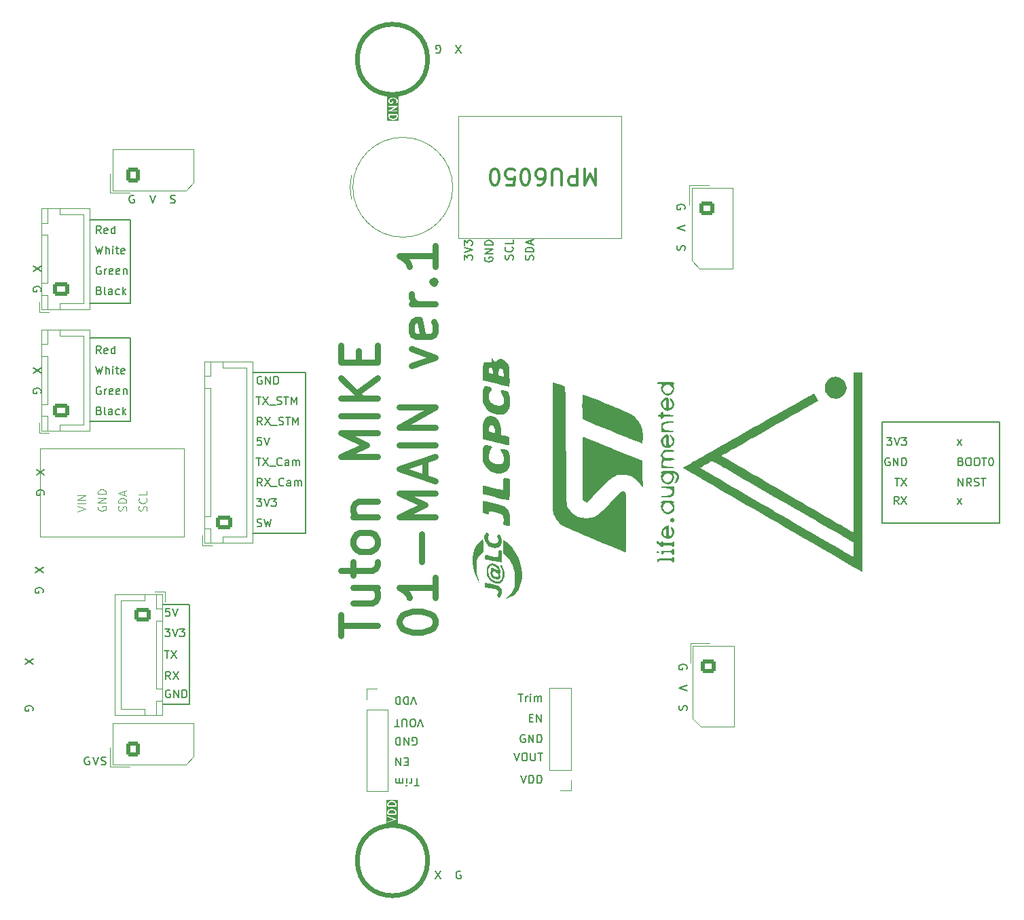
<source format=gbr>
%TF.GenerationSoftware,KiCad,Pcbnew,7.0.9*%
%TF.CreationDate,2024-12-19T19:35:33+09:00*%
%TF.ProjectId,01-MAIN,30312d4d-4149-44e2-9e6b-696361645f70,rev?*%
%TF.SameCoordinates,Original*%
%TF.FileFunction,Legend,Top*%
%TF.FilePolarity,Positive*%
%FSLAX46Y46*%
G04 Gerber Fmt 4.6, Leading zero omitted, Abs format (unit mm)*
G04 Created by KiCad (PCBNEW 7.0.9) date 2024-12-19 19:35:33*
%MOMM*%
%LPD*%
G01*
G04 APERTURE LIST*
G04 Aperture macros list*
%AMRoundRect*
0 Rectangle with rounded corners*
0 $1 Rounding radius*
0 $2 $3 $4 $5 $6 $7 $8 $9 X,Y pos of 4 corners*
0 Add a 4 corners polygon primitive as box body*
4,1,4,$2,$3,$4,$5,$6,$7,$8,$9,$2,$3,0*
0 Add four circle primitives for the rounded corners*
1,1,$1+$1,$2,$3*
1,1,$1+$1,$4,$5*
1,1,$1+$1,$6,$7*
1,1,$1+$1,$8,$9*
0 Add four rect primitives between the rounded corners*
20,1,$1+$1,$2,$3,$4,$5,0*
20,1,$1+$1,$4,$5,$6,$7,0*
20,1,$1+$1,$6,$7,$8,$9,0*
20,1,$1+$1,$8,$9,$2,$3,0*%
G04 Aperture macros list end*
%ADD10C,0.150000*%
%ADD11C,0.600000*%
%ADD12C,0.800000*%
%ADD13C,0.300000*%
%ADD14C,0.100000*%
%ADD15C,0.120000*%
%ADD16C,0.050000*%
%ADD17C,0.800000*%
%ADD18C,6.400000*%
%ADD19RoundRect,0.250000X-0.725000X0.600000X-0.725000X-0.600000X0.725000X-0.600000X0.725000X0.600000X0*%
%ADD20O,1.950000X1.700000*%
%ADD21RoundRect,0.250000X0.725000X-0.600000X0.725000X0.600000X-0.725000X0.600000X-0.725000X-0.600000X0*%
%ADD22C,1.524000*%
%ADD23RoundRect,0.250000X-0.600000X-0.675000X0.600000X-0.675000X0.600000X0.675000X-0.600000X0.675000X0*%
%ADD24O,1.700000X1.850000*%
%ADD25C,3.200000*%
%ADD26RoundRect,0.250000X-0.675000X0.600000X-0.675000X-0.600000X0.675000X-0.600000X0.675000X0.600000X0*%
%ADD27O,1.850000X1.700000*%
%ADD28R,2.000000X2.000000*%
%ADD29C,2.000000*%
%ADD30R,1.700000X1.700000*%
%ADD31O,1.700000X1.700000*%
%ADD32R,1.500000X1.050000*%
%ADD33O,1.500000X1.050000*%
G04 APERTURE END LIST*
D10*
X78486000Y-89154000D02*
X85090000Y-89154000D01*
X85090000Y-89154000D02*
X85090000Y-109220000D01*
X58166000Y-84836000D02*
X63246000Y-84836000D01*
X70612000Y-130556000D02*
X67310000Y-130556000D01*
X63246000Y-84836000D02*
X63246000Y-95250000D01*
X156972000Y-95377000D02*
X171577000Y-95377000D01*
X171577000Y-107950000D01*
X156972000Y-107950000D01*
X156972000Y-95377000D01*
X63246000Y-70104000D02*
X63246000Y-80518000D01*
X70612000Y-118110000D02*
X70612000Y-130556000D01*
X85090000Y-109220000D02*
X78486000Y-109220000D01*
X63246000Y-95250000D02*
X58166000Y-95250000D01*
D11*
X100295120Y-50088800D02*
G75*
G03*
X100295120Y-50088800I-4384720J0D01*
G01*
D10*
X58166000Y-70104000D02*
X63246000Y-70104000D01*
D11*
X100295120Y-150063200D02*
G75*
G03*
X100295120Y-150063200I-4384720J0D01*
G01*
D10*
X63246000Y-80518000D02*
X58166000Y-80518000D01*
X67310000Y-118110000D02*
X70612000Y-118110000D01*
X51091180Y-124888667D02*
X50091180Y-125555333D01*
X51091180Y-125555333D02*
X50091180Y-124888667D01*
X59534588Y-90942438D02*
X59439350Y-90894819D01*
X59439350Y-90894819D02*
X59296493Y-90894819D01*
X59296493Y-90894819D02*
X59153636Y-90942438D01*
X59153636Y-90942438D02*
X59058398Y-91037676D01*
X59058398Y-91037676D02*
X59010779Y-91132914D01*
X59010779Y-91132914D02*
X58963160Y-91323390D01*
X58963160Y-91323390D02*
X58963160Y-91466247D01*
X58963160Y-91466247D02*
X59010779Y-91656723D01*
X59010779Y-91656723D02*
X59058398Y-91751961D01*
X59058398Y-91751961D02*
X59153636Y-91847200D01*
X59153636Y-91847200D02*
X59296493Y-91894819D01*
X59296493Y-91894819D02*
X59391731Y-91894819D01*
X59391731Y-91894819D02*
X59534588Y-91847200D01*
X59534588Y-91847200D02*
X59582207Y-91799580D01*
X59582207Y-91799580D02*
X59582207Y-91466247D01*
X59582207Y-91466247D02*
X59391731Y-91466247D01*
X60010779Y-91894819D02*
X60010779Y-91228152D01*
X60010779Y-91418628D02*
X60058398Y-91323390D01*
X60058398Y-91323390D02*
X60106017Y-91275771D01*
X60106017Y-91275771D02*
X60201255Y-91228152D01*
X60201255Y-91228152D02*
X60296493Y-91228152D01*
X61010779Y-91847200D02*
X60915541Y-91894819D01*
X60915541Y-91894819D02*
X60725065Y-91894819D01*
X60725065Y-91894819D02*
X60629827Y-91847200D01*
X60629827Y-91847200D02*
X60582208Y-91751961D01*
X60582208Y-91751961D02*
X60582208Y-91371009D01*
X60582208Y-91371009D02*
X60629827Y-91275771D01*
X60629827Y-91275771D02*
X60725065Y-91228152D01*
X60725065Y-91228152D02*
X60915541Y-91228152D01*
X60915541Y-91228152D02*
X61010779Y-91275771D01*
X61010779Y-91275771D02*
X61058398Y-91371009D01*
X61058398Y-91371009D02*
X61058398Y-91466247D01*
X61058398Y-91466247D02*
X60582208Y-91561485D01*
X61867922Y-91847200D02*
X61772684Y-91894819D01*
X61772684Y-91894819D02*
X61582208Y-91894819D01*
X61582208Y-91894819D02*
X61486970Y-91847200D01*
X61486970Y-91847200D02*
X61439351Y-91751961D01*
X61439351Y-91751961D02*
X61439351Y-91371009D01*
X61439351Y-91371009D02*
X61486970Y-91275771D01*
X61486970Y-91275771D02*
X61582208Y-91228152D01*
X61582208Y-91228152D02*
X61772684Y-91228152D01*
X61772684Y-91228152D02*
X61867922Y-91275771D01*
X61867922Y-91275771D02*
X61915541Y-91371009D01*
X61915541Y-91371009D02*
X61915541Y-91466247D01*
X61915541Y-91466247D02*
X61439351Y-91561485D01*
X62344113Y-91228152D02*
X62344113Y-91894819D01*
X62344113Y-91323390D02*
X62391732Y-91275771D01*
X62391732Y-91275771D02*
X62486970Y-91228152D01*
X62486970Y-91228152D02*
X62629827Y-91228152D01*
X62629827Y-91228152D02*
X62725065Y-91275771D01*
X62725065Y-91275771D02*
X62772684Y-91371009D01*
X62772684Y-91371009D02*
X62772684Y-91894819D01*
X157889601Y-99832438D02*
X157794363Y-99784819D01*
X157794363Y-99784819D02*
X157651506Y-99784819D01*
X157651506Y-99784819D02*
X157508649Y-99832438D01*
X157508649Y-99832438D02*
X157413411Y-99927676D01*
X157413411Y-99927676D02*
X157365792Y-100022914D01*
X157365792Y-100022914D02*
X157318173Y-100213390D01*
X157318173Y-100213390D02*
X157318173Y-100356247D01*
X157318173Y-100356247D02*
X157365792Y-100546723D01*
X157365792Y-100546723D02*
X157413411Y-100641961D01*
X157413411Y-100641961D02*
X157508649Y-100737200D01*
X157508649Y-100737200D02*
X157651506Y-100784819D01*
X157651506Y-100784819D02*
X157746744Y-100784819D01*
X157746744Y-100784819D02*
X157889601Y-100737200D01*
X157889601Y-100737200D02*
X157937220Y-100689580D01*
X157937220Y-100689580D02*
X157937220Y-100356247D01*
X157937220Y-100356247D02*
X157746744Y-100356247D01*
X158365792Y-100784819D02*
X158365792Y-99784819D01*
X158365792Y-99784819D02*
X158937220Y-100784819D01*
X158937220Y-100784819D02*
X158937220Y-99784819D01*
X159413411Y-100784819D02*
X159413411Y-99784819D01*
X159413411Y-99784819D02*
X159651506Y-99784819D01*
X159651506Y-99784819D02*
X159794363Y-99832438D01*
X159794363Y-99832438D02*
X159889601Y-99927676D01*
X159889601Y-99927676D02*
X159937220Y-100022914D01*
X159937220Y-100022914D02*
X159984839Y-100213390D01*
X159984839Y-100213390D02*
X159984839Y-100356247D01*
X159984839Y-100356247D02*
X159937220Y-100546723D01*
X159937220Y-100546723D02*
X159889601Y-100641961D01*
X159889601Y-100641961D02*
X159794363Y-100737200D01*
X159794363Y-100737200D02*
X159651506Y-100784819D01*
X159651506Y-100784819D02*
X159413411Y-100784819D01*
X111614078Y-129248819D02*
X112185506Y-129248819D01*
X111899792Y-130248819D02*
X111899792Y-129248819D01*
X112518840Y-130248819D02*
X112518840Y-129582152D01*
X112518840Y-129772628D02*
X112566459Y-129677390D01*
X112566459Y-129677390D02*
X112614078Y-129629771D01*
X112614078Y-129629771D02*
X112709316Y-129582152D01*
X112709316Y-129582152D02*
X112804554Y-129582152D01*
X113137888Y-130248819D02*
X113137888Y-129582152D01*
X113137888Y-129248819D02*
X113090269Y-129296438D01*
X113090269Y-129296438D02*
X113137888Y-129344057D01*
X113137888Y-129344057D02*
X113185507Y-129296438D01*
X113185507Y-129296438D02*
X113137888Y-129248819D01*
X113137888Y-129248819D02*
X113137888Y-129344057D01*
X113614078Y-130248819D02*
X113614078Y-129582152D01*
X113614078Y-129677390D02*
X113661697Y-129629771D01*
X113661697Y-129629771D02*
X113756935Y-129582152D01*
X113756935Y-129582152D02*
X113899792Y-129582152D01*
X113899792Y-129582152D02*
X113995030Y-129629771D01*
X113995030Y-129629771D02*
X114042649Y-129725009D01*
X114042649Y-129725009D02*
X114042649Y-130248819D01*
X114042649Y-129725009D02*
X114090268Y-129629771D01*
X114090268Y-129629771D02*
X114185506Y-129582152D01*
X114185506Y-129582152D02*
X114328363Y-129582152D01*
X114328363Y-129582152D02*
X114423602Y-129629771D01*
X114423602Y-129629771D02*
X114471221Y-129725009D01*
X114471221Y-129725009D02*
X114471221Y-130248819D01*
X58575411Y-137122819D02*
X58908744Y-138122819D01*
X58908744Y-138122819D02*
X59242077Y-137122819D01*
X166357541Y-98244819D02*
X166881350Y-97578152D01*
X166357541Y-97578152D02*
X166881350Y-98244819D01*
X101338095Y-49265561D02*
X101433333Y-49313180D01*
X101433333Y-49313180D02*
X101576190Y-49313180D01*
X101576190Y-49313180D02*
X101719047Y-49265561D01*
X101719047Y-49265561D02*
X101814285Y-49170323D01*
X101814285Y-49170323D02*
X101861904Y-49075085D01*
X101861904Y-49075085D02*
X101909523Y-48884609D01*
X101909523Y-48884609D02*
X101909523Y-48741752D01*
X101909523Y-48741752D02*
X101861904Y-48551276D01*
X101861904Y-48551276D02*
X101814285Y-48456038D01*
X101814285Y-48456038D02*
X101719047Y-48360800D01*
X101719047Y-48360800D02*
X101576190Y-48313180D01*
X101576190Y-48313180D02*
X101480952Y-48313180D01*
X101480952Y-48313180D02*
X101338095Y-48360800D01*
X101338095Y-48360800D02*
X101290476Y-48408419D01*
X101290476Y-48408419D02*
X101290476Y-48741752D01*
X101290476Y-48741752D02*
X101480952Y-48741752D01*
X166786112Y-100261009D02*
X166928969Y-100308628D01*
X166928969Y-100308628D02*
X166976588Y-100356247D01*
X166976588Y-100356247D02*
X167024207Y-100451485D01*
X167024207Y-100451485D02*
X167024207Y-100594342D01*
X167024207Y-100594342D02*
X166976588Y-100689580D01*
X166976588Y-100689580D02*
X166928969Y-100737200D01*
X166928969Y-100737200D02*
X166833731Y-100784819D01*
X166833731Y-100784819D02*
X166452779Y-100784819D01*
X166452779Y-100784819D02*
X166452779Y-99784819D01*
X166452779Y-99784819D02*
X166786112Y-99784819D01*
X166786112Y-99784819D02*
X166881350Y-99832438D01*
X166881350Y-99832438D02*
X166928969Y-99880057D01*
X166928969Y-99880057D02*
X166976588Y-99975295D01*
X166976588Y-99975295D02*
X166976588Y-100070533D01*
X166976588Y-100070533D02*
X166928969Y-100165771D01*
X166928969Y-100165771D02*
X166881350Y-100213390D01*
X166881350Y-100213390D02*
X166786112Y-100261009D01*
X166786112Y-100261009D02*
X166452779Y-100261009D01*
X167643255Y-99784819D02*
X167833731Y-99784819D01*
X167833731Y-99784819D02*
X167928969Y-99832438D01*
X167928969Y-99832438D02*
X168024207Y-99927676D01*
X168024207Y-99927676D02*
X168071826Y-100118152D01*
X168071826Y-100118152D02*
X168071826Y-100451485D01*
X168071826Y-100451485D02*
X168024207Y-100641961D01*
X168024207Y-100641961D02*
X167928969Y-100737200D01*
X167928969Y-100737200D02*
X167833731Y-100784819D01*
X167833731Y-100784819D02*
X167643255Y-100784819D01*
X167643255Y-100784819D02*
X167548017Y-100737200D01*
X167548017Y-100737200D02*
X167452779Y-100641961D01*
X167452779Y-100641961D02*
X167405160Y-100451485D01*
X167405160Y-100451485D02*
X167405160Y-100118152D01*
X167405160Y-100118152D02*
X167452779Y-99927676D01*
X167452779Y-99927676D02*
X167548017Y-99832438D01*
X167548017Y-99832438D02*
X167643255Y-99784819D01*
X168690874Y-99784819D02*
X168881350Y-99784819D01*
X168881350Y-99784819D02*
X168976588Y-99832438D01*
X168976588Y-99832438D02*
X169071826Y-99927676D01*
X169071826Y-99927676D02*
X169119445Y-100118152D01*
X169119445Y-100118152D02*
X169119445Y-100451485D01*
X169119445Y-100451485D02*
X169071826Y-100641961D01*
X169071826Y-100641961D02*
X168976588Y-100737200D01*
X168976588Y-100737200D02*
X168881350Y-100784819D01*
X168881350Y-100784819D02*
X168690874Y-100784819D01*
X168690874Y-100784819D02*
X168595636Y-100737200D01*
X168595636Y-100737200D02*
X168500398Y-100641961D01*
X168500398Y-100641961D02*
X168452779Y-100451485D01*
X168452779Y-100451485D02*
X168452779Y-100118152D01*
X168452779Y-100118152D02*
X168500398Y-99927676D01*
X168500398Y-99927676D02*
X168595636Y-99832438D01*
X168595636Y-99832438D02*
X168690874Y-99784819D01*
X169405160Y-99784819D02*
X169976588Y-99784819D01*
X169690874Y-100784819D02*
X169690874Y-99784819D01*
X170500398Y-99784819D02*
X170595636Y-99784819D01*
X170595636Y-99784819D02*
X170690874Y-99832438D01*
X170690874Y-99832438D02*
X170738493Y-99880057D01*
X170738493Y-99880057D02*
X170786112Y-99975295D01*
X170786112Y-99975295D02*
X170833731Y-100165771D01*
X170833731Y-100165771D02*
X170833731Y-100403866D01*
X170833731Y-100403866D02*
X170786112Y-100594342D01*
X170786112Y-100594342D02*
X170738493Y-100689580D01*
X170738493Y-100689580D02*
X170690874Y-100737200D01*
X170690874Y-100737200D02*
X170595636Y-100784819D01*
X170595636Y-100784819D02*
X170500398Y-100784819D01*
X170500398Y-100784819D02*
X170405160Y-100737200D01*
X170405160Y-100737200D02*
X170357541Y-100689580D01*
X170357541Y-100689580D02*
X170309922Y-100594342D01*
X170309922Y-100594342D02*
X170262303Y-100403866D01*
X170262303Y-100403866D02*
X170262303Y-100165771D01*
X170262303Y-100165771D02*
X170309922Y-99975295D01*
X170309922Y-99975295D02*
X170357541Y-99880057D01*
X170357541Y-99880057D02*
X170405160Y-99832438D01*
X170405160Y-99832438D02*
X170500398Y-99784819D01*
X166452779Y-103324819D02*
X166452779Y-102324819D01*
X166452779Y-102324819D02*
X167024207Y-103324819D01*
X167024207Y-103324819D02*
X167024207Y-102324819D01*
X168071826Y-103324819D02*
X167738493Y-102848628D01*
X167500398Y-103324819D02*
X167500398Y-102324819D01*
X167500398Y-102324819D02*
X167881350Y-102324819D01*
X167881350Y-102324819D02*
X167976588Y-102372438D01*
X167976588Y-102372438D02*
X168024207Y-102420057D01*
X168024207Y-102420057D02*
X168071826Y-102515295D01*
X168071826Y-102515295D02*
X168071826Y-102658152D01*
X168071826Y-102658152D02*
X168024207Y-102753390D01*
X168024207Y-102753390D02*
X167976588Y-102801009D01*
X167976588Y-102801009D02*
X167881350Y-102848628D01*
X167881350Y-102848628D02*
X167500398Y-102848628D01*
X168452779Y-103277200D02*
X168595636Y-103324819D01*
X168595636Y-103324819D02*
X168833731Y-103324819D01*
X168833731Y-103324819D02*
X168928969Y-103277200D01*
X168928969Y-103277200D02*
X168976588Y-103229580D01*
X168976588Y-103229580D02*
X169024207Y-103134342D01*
X169024207Y-103134342D02*
X169024207Y-103039104D01*
X169024207Y-103039104D02*
X168976588Y-102943866D01*
X168976588Y-102943866D02*
X168928969Y-102896247D01*
X168928969Y-102896247D02*
X168833731Y-102848628D01*
X168833731Y-102848628D02*
X168643255Y-102801009D01*
X168643255Y-102801009D02*
X168548017Y-102753390D01*
X168548017Y-102753390D02*
X168500398Y-102705771D01*
X168500398Y-102705771D02*
X168452779Y-102610533D01*
X168452779Y-102610533D02*
X168452779Y-102515295D01*
X168452779Y-102515295D02*
X168500398Y-102420057D01*
X168500398Y-102420057D02*
X168548017Y-102372438D01*
X168548017Y-102372438D02*
X168643255Y-102324819D01*
X168643255Y-102324819D02*
X168881350Y-102324819D01*
X168881350Y-102324819D02*
X169024207Y-102372438D01*
X169309922Y-102324819D02*
X169881350Y-102324819D01*
X169595636Y-103324819D02*
X169595636Y-102324819D01*
X59344112Y-93911009D02*
X59486969Y-93958628D01*
X59486969Y-93958628D02*
X59534588Y-94006247D01*
X59534588Y-94006247D02*
X59582207Y-94101485D01*
X59582207Y-94101485D02*
X59582207Y-94244342D01*
X59582207Y-94244342D02*
X59534588Y-94339580D01*
X59534588Y-94339580D02*
X59486969Y-94387200D01*
X59486969Y-94387200D02*
X59391731Y-94434819D01*
X59391731Y-94434819D02*
X59010779Y-94434819D01*
X59010779Y-94434819D02*
X59010779Y-93434819D01*
X59010779Y-93434819D02*
X59344112Y-93434819D01*
X59344112Y-93434819D02*
X59439350Y-93482438D01*
X59439350Y-93482438D02*
X59486969Y-93530057D01*
X59486969Y-93530057D02*
X59534588Y-93625295D01*
X59534588Y-93625295D02*
X59534588Y-93720533D01*
X59534588Y-93720533D02*
X59486969Y-93815771D01*
X59486969Y-93815771D02*
X59439350Y-93863390D01*
X59439350Y-93863390D02*
X59344112Y-93911009D01*
X59344112Y-93911009D02*
X59010779Y-93911009D01*
X60153636Y-94434819D02*
X60058398Y-94387200D01*
X60058398Y-94387200D02*
X60010779Y-94291961D01*
X60010779Y-94291961D02*
X60010779Y-93434819D01*
X60963160Y-94434819D02*
X60963160Y-93911009D01*
X60963160Y-93911009D02*
X60915541Y-93815771D01*
X60915541Y-93815771D02*
X60820303Y-93768152D01*
X60820303Y-93768152D02*
X60629827Y-93768152D01*
X60629827Y-93768152D02*
X60534589Y-93815771D01*
X60963160Y-94387200D02*
X60867922Y-94434819D01*
X60867922Y-94434819D02*
X60629827Y-94434819D01*
X60629827Y-94434819D02*
X60534589Y-94387200D01*
X60534589Y-94387200D02*
X60486970Y-94291961D01*
X60486970Y-94291961D02*
X60486970Y-94196723D01*
X60486970Y-94196723D02*
X60534589Y-94101485D01*
X60534589Y-94101485D02*
X60629827Y-94053866D01*
X60629827Y-94053866D02*
X60867922Y-94053866D01*
X60867922Y-94053866D02*
X60963160Y-94006247D01*
X61867922Y-94387200D02*
X61772684Y-94434819D01*
X61772684Y-94434819D02*
X61582208Y-94434819D01*
X61582208Y-94434819D02*
X61486970Y-94387200D01*
X61486970Y-94387200D02*
X61439351Y-94339580D01*
X61439351Y-94339580D02*
X61391732Y-94244342D01*
X61391732Y-94244342D02*
X61391732Y-93958628D01*
X61391732Y-93958628D02*
X61439351Y-93863390D01*
X61439351Y-93863390D02*
X61486970Y-93815771D01*
X61486970Y-93815771D02*
X61582208Y-93768152D01*
X61582208Y-93768152D02*
X61772684Y-93768152D01*
X61772684Y-93768152D02*
X61867922Y-93815771D01*
X62296494Y-94434819D02*
X62296494Y-93434819D01*
X62391732Y-94053866D02*
X62677446Y-94434819D01*
X62677446Y-93768152D02*
X62296494Y-94149104D01*
X78933922Y-92164819D02*
X79505350Y-92164819D01*
X79219636Y-93164819D02*
X79219636Y-92164819D01*
X79743446Y-92164819D02*
X80410112Y-93164819D01*
X80410112Y-92164819D02*
X79743446Y-93164819D01*
X80552970Y-93260057D02*
X81314874Y-93260057D01*
X81505351Y-93117200D02*
X81648208Y-93164819D01*
X81648208Y-93164819D02*
X81886303Y-93164819D01*
X81886303Y-93164819D02*
X81981541Y-93117200D01*
X81981541Y-93117200D02*
X82029160Y-93069580D01*
X82029160Y-93069580D02*
X82076779Y-92974342D01*
X82076779Y-92974342D02*
X82076779Y-92879104D01*
X82076779Y-92879104D02*
X82029160Y-92783866D01*
X82029160Y-92783866D02*
X81981541Y-92736247D01*
X81981541Y-92736247D02*
X81886303Y-92688628D01*
X81886303Y-92688628D02*
X81695827Y-92641009D01*
X81695827Y-92641009D02*
X81600589Y-92593390D01*
X81600589Y-92593390D02*
X81552970Y-92545771D01*
X81552970Y-92545771D02*
X81505351Y-92450533D01*
X81505351Y-92450533D02*
X81505351Y-92355295D01*
X81505351Y-92355295D02*
X81552970Y-92260057D01*
X81552970Y-92260057D02*
X81600589Y-92212438D01*
X81600589Y-92212438D02*
X81695827Y-92164819D01*
X81695827Y-92164819D02*
X81933922Y-92164819D01*
X81933922Y-92164819D02*
X82076779Y-92212438D01*
X82362494Y-92164819D02*
X82933922Y-92164819D01*
X82648208Y-93164819D02*
X82648208Y-92164819D01*
X83267256Y-93164819D02*
X83267256Y-92164819D01*
X83267256Y-92164819D02*
X83600589Y-92879104D01*
X83600589Y-92879104D02*
X83933922Y-92164819D01*
X83933922Y-92164819D02*
X83933922Y-93164819D01*
X52059561Y-91701904D02*
X52107180Y-91606666D01*
X52107180Y-91606666D02*
X52107180Y-91463809D01*
X52107180Y-91463809D02*
X52059561Y-91320952D01*
X52059561Y-91320952D02*
X51964323Y-91225714D01*
X51964323Y-91225714D02*
X51869085Y-91178095D01*
X51869085Y-91178095D02*
X51678609Y-91130476D01*
X51678609Y-91130476D02*
X51535752Y-91130476D01*
X51535752Y-91130476D02*
X51345276Y-91178095D01*
X51345276Y-91178095D02*
X51250038Y-91225714D01*
X51250038Y-91225714D02*
X51154800Y-91320952D01*
X51154800Y-91320952D02*
X51107180Y-91463809D01*
X51107180Y-91463809D02*
X51107180Y-91559047D01*
X51107180Y-91559047D02*
X51154800Y-91701904D01*
X51154800Y-91701904D02*
X51202419Y-91749523D01*
X51202419Y-91749523D02*
X51535752Y-91749523D01*
X51535752Y-91749523D02*
X51535752Y-91559047D01*
X59534588Y-75956438D02*
X59439350Y-75908819D01*
X59439350Y-75908819D02*
X59296493Y-75908819D01*
X59296493Y-75908819D02*
X59153636Y-75956438D01*
X59153636Y-75956438D02*
X59058398Y-76051676D01*
X59058398Y-76051676D02*
X59010779Y-76146914D01*
X59010779Y-76146914D02*
X58963160Y-76337390D01*
X58963160Y-76337390D02*
X58963160Y-76480247D01*
X58963160Y-76480247D02*
X59010779Y-76670723D01*
X59010779Y-76670723D02*
X59058398Y-76765961D01*
X59058398Y-76765961D02*
X59153636Y-76861200D01*
X59153636Y-76861200D02*
X59296493Y-76908819D01*
X59296493Y-76908819D02*
X59391731Y-76908819D01*
X59391731Y-76908819D02*
X59534588Y-76861200D01*
X59534588Y-76861200D02*
X59582207Y-76813580D01*
X59582207Y-76813580D02*
X59582207Y-76480247D01*
X59582207Y-76480247D02*
X59391731Y-76480247D01*
X60010779Y-76908819D02*
X60010779Y-76242152D01*
X60010779Y-76432628D02*
X60058398Y-76337390D01*
X60058398Y-76337390D02*
X60106017Y-76289771D01*
X60106017Y-76289771D02*
X60201255Y-76242152D01*
X60201255Y-76242152D02*
X60296493Y-76242152D01*
X61010779Y-76861200D02*
X60915541Y-76908819D01*
X60915541Y-76908819D02*
X60725065Y-76908819D01*
X60725065Y-76908819D02*
X60629827Y-76861200D01*
X60629827Y-76861200D02*
X60582208Y-76765961D01*
X60582208Y-76765961D02*
X60582208Y-76385009D01*
X60582208Y-76385009D02*
X60629827Y-76289771D01*
X60629827Y-76289771D02*
X60725065Y-76242152D01*
X60725065Y-76242152D02*
X60915541Y-76242152D01*
X60915541Y-76242152D02*
X61010779Y-76289771D01*
X61010779Y-76289771D02*
X61058398Y-76385009D01*
X61058398Y-76385009D02*
X61058398Y-76480247D01*
X61058398Y-76480247D02*
X60582208Y-76575485D01*
X61867922Y-76861200D02*
X61772684Y-76908819D01*
X61772684Y-76908819D02*
X61582208Y-76908819D01*
X61582208Y-76908819D02*
X61486970Y-76861200D01*
X61486970Y-76861200D02*
X61439351Y-76765961D01*
X61439351Y-76765961D02*
X61439351Y-76385009D01*
X61439351Y-76385009D02*
X61486970Y-76289771D01*
X61486970Y-76289771D02*
X61582208Y-76242152D01*
X61582208Y-76242152D02*
X61772684Y-76242152D01*
X61772684Y-76242152D02*
X61867922Y-76289771D01*
X61867922Y-76289771D02*
X61915541Y-76385009D01*
X61915541Y-76385009D02*
X61915541Y-76480247D01*
X61915541Y-76480247D02*
X61439351Y-76575485D01*
X62344113Y-76242152D02*
X62344113Y-76908819D01*
X62344113Y-76337390D02*
X62391732Y-76289771D01*
X62391732Y-76289771D02*
X62486970Y-76242152D01*
X62486970Y-76242152D02*
X62629827Y-76242152D01*
X62629827Y-76242152D02*
X62725065Y-76289771D01*
X62725065Y-76289771D02*
X62772684Y-76385009D01*
X62772684Y-76385009D02*
X62772684Y-76908819D01*
X104864819Y-75107731D02*
X104864819Y-74488684D01*
X104864819Y-74488684D02*
X105245771Y-74822017D01*
X105245771Y-74822017D02*
X105245771Y-74679160D01*
X105245771Y-74679160D02*
X105293390Y-74583922D01*
X105293390Y-74583922D02*
X105341009Y-74536303D01*
X105341009Y-74536303D02*
X105436247Y-74488684D01*
X105436247Y-74488684D02*
X105674342Y-74488684D01*
X105674342Y-74488684D02*
X105769580Y-74536303D01*
X105769580Y-74536303D02*
X105817200Y-74583922D01*
X105817200Y-74583922D02*
X105864819Y-74679160D01*
X105864819Y-74679160D02*
X105864819Y-74964874D01*
X105864819Y-74964874D02*
X105817200Y-75060112D01*
X105817200Y-75060112D02*
X105769580Y-75107731D01*
X104864819Y-74202969D02*
X105864819Y-73869636D01*
X105864819Y-73869636D02*
X104864819Y-73536303D01*
X104864819Y-73298207D02*
X104864819Y-72679160D01*
X104864819Y-72679160D02*
X105245771Y-73012493D01*
X105245771Y-73012493D02*
X105245771Y-72869636D01*
X105245771Y-72869636D02*
X105293390Y-72774398D01*
X105293390Y-72774398D02*
X105341009Y-72726779D01*
X105341009Y-72726779D02*
X105436247Y-72679160D01*
X105436247Y-72679160D02*
X105674342Y-72679160D01*
X105674342Y-72679160D02*
X105769580Y-72726779D01*
X105769580Y-72726779D02*
X105817200Y-72774398D01*
X105817200Y-72774398D02*
X105864819Y-72869636D01*
X105864819Y-72869636D02*
X105864819Y-73155350D01*
X105864819Y-73155350D02*
X105817200Y-73250588D01*
X105817200Y-73250588D02*
X105769580Y-73298207D01*
X52457561Y-104401904D02*
X52505180Y-104306666D01*
X52505180Y-104306666D02*
X52505180Y-104163809D01*
X52505180Y-104163809D02*
X52457561Y-104020952D01*
X52457561Y-104020952D02*
X52362323Y-103925714D01*
X52362323Y-103925714D02*
X52267085Y-103878095D01*
X52267085Y-103878095D02*
X52076609Y-103830476D01*
X52076609Y-103830476D02*
X51933752Y-103830476D01*
X51933752Y-103830476D02*
X51743276Y-103878095D01*
X51743276Y-103878095D02*
X51648038Y-103925714D01*
X51648038Y-103925714D02*
X51552800Y-104020952D01*
X51552800Y-104020952D02*
X51505180Y-104163809D01*
X51505180Y-104163809D02*
X51505180Y-104259047D01*
X51505180Y-104259047D02*
X51552800Y-104401904D01*
X51552800Y-104401904D02*
X51600419Y-104449523D01*
X51600419Y-104449523D02*
X51933752Y-104449523D01*
X51933752Y-104449523D02*
X51933752Y-104259047D01*
X68227411Y-67971200D02*
X68370268Y-68018819D01*
X68370268Y-68018819D02*
X68608363Y-68018819D01*
X68608363Y-68018819D02*
X68703601Y-67971200D01*
X68703601Y-67971200D02*
X68751220Y-67923580D01*
X68751220Y-67923580D02*
X68798839Y-67828342D01*
X68798839Y-67828342D02*
X68798839Y-67733104D01*
X68798839Y-67733104D02*
X68751220Y-67637866D01*
X68751220Y-67637866D02*
X68703601Y-67590247D01*
X68703601Y-67590247D02*
X68608363Y-67542628D01*
X68608363Y-67542628D02*
X68417887Y-67495009D01*
X68417887Y-67495009D02*
X68322649Y-67447390D01*
X68322649Y-67447390D02*
X68275030Y-67399771D01*
X68275030Y-67399771D02*
X68227411Y-67304533D01*
X68227411Y-67304533D02*
X68227411Y-67209295D01*
X68227411Y-67209295D02*
X68275030Y-67114057D01*
X68275030Y-67114057D02*
X68322649Y-67066438D01*
X68322649Y-67066438D02*
X68417887Y-67018819D01*
X68417887Y-67018819D02*
X68655982Y-67018819D01*
X68655982Y-67018819D02*
X68798839Y-67066438D01*
X98396398Y-135625561D02*
X98491636Y-135673180D01*
X98491636Y-135673180D02*
X98634493Y-135673180D01*
X98634493Y-135673180D02*
X98777350Y-135625561D01*
X98777350Y-135625561D02*
X98872588Y-135530323D01*
X98872588Y-135530323D02*
X98920207Y-135435085D01*
X98920207Y-135435085D02*
X98967826Y-135244609D01*
X98967826Y-135244609D02*
X98967826Y-135101752D01*
X98967826Y-135101752D02*
X98920207Y-134911276D01*
X98920207Y-134911276D02*
X98872588Y-134816038D01*
X98872588Y-134816038D02*
X98777350Y-134720800D01*
X98777350Y-134720800D02*
X98634493Y-134673180D01*
X98634493Y-134673180D02*
X98539255Y-134673180D01*
X98539255Y-134673180D02*
X98396398Y-134720800D01*
X98396398Y-134720800D02*
X98348779Y-134768419D01*
X98348779Y-134768419D02*
X98348779Y-135101752D01*
X98348779Y-135101752D02*
X98539255Y-135101752D01*
X97920207Y-134673180D02*
X97920207Y-135673180D01*
X97920207Y-135673180D02*
X97348779Y-134673180D01*
X97348779Y-134673180D02*
X97348779Y-135673180D01*
X96872588Y-134673180D02*
X96872588Y-135673180D01*
X96872588Y-135673180D02*
X96634493Y-135673180D01*
X96634493Y-135673180D02*
X96491636Y-135625561D01*
X96491636Y-135625561D02*
X96396398Y-135530323D01*
X96396398Y-135530323D02*
X96348779Y-135435085D01*
X96348779Y-135435085D02*
X96301160Y-135244609D01*
X96301160Y-135244609D02*
X96301160Y-135101752D01*
X96301160Y-135101752D02*
X96348779Y-134911276D01*
X96348779Y-134911276D02*
X96396398Y-134816038D01*
X96396398Y-134816038D02*
X96491636Y-134720800D01*
X96491636Y-134720800D02*
X96634493Y-134673180D01*
X96634493Y-134673180D02*
X96872588Y-134673180D01*
X131418800Y-73307411D02*
X131371180Y-73450268D01*
X131371180Y-73450268D02*
X131371180Y-73688363D01*
X131371180Y-73688363D02*
X131418800Y-73783601D01*
X131418800Y-73783601D02*
X131466419Y-73831220D01*
X131466419Y-73831220D02*
X131561657Y-73878839D01*
X131561657Y-73878839D02*
X131656895Y-73878839D01*
X131656895Y-73878839D02*
X131752133Y-73831220D01*
X131752133Y-73831220D02*
X131799752Y-73783601D01*
X131799752Y-73783601D02*
X131847371Y-73688363D01*
X131847371Y-73688363D02*
X131894990Y-73497887D01*
X131894990Y-73497887D02*
X131942609Y-73402649D01*
X131942609Y-73402649D02*
X131990228Y-73355030D01*
X131990228Y-73355030D02*
X132085466Y-73307411D01*
X132085466Y-73307411D02*
X132180704Y-73307411D01*
X132180704Y-73307411D02*
X132275942Y-73355030D01*
X132275942Y-73355030D02*
X132323561Y-73402649D01*
X132323561Y-73402649D02*
X132371180Y-73497887D01*
X132371180Y-73497887D02*
X132371180Y-73735982D01*
X132371180Y-73735982D02*
X132323561Y-73878839D01*
X79648207Y-103324819D02*
X79314874Y-102848628D01*
X79076779Y-103324819D02*
X79076779Y-102324819D01*
X79076779Y-102324819D02*
X79457731Y-102324819D01*
X79457731Y-102324819D02*
X79552969Y-102372438D01*
X79552969Y-102372438D02*
X79600588Y-102420057D01*
X79600588Y-102420057D02*
X79648207Y-102515295D01*
X79648207Y-102515295D02*
X79648207Y-102658152D01*
X79648207Y-102658152D02*
X79600588Y-102753390D01*
X79600588Y-102753390D02*
X79552969Y-102801009D01*
X79552969Y-102801009D02*
X79457731Y-102848628D01*
X79457731Y-102848628D02*
X79076779Y-102848628D01*
X79981541Y-102324819D02*
X80648207Y-103324819D01*
X80648207Y-102324819D02*
X79981541Y-103324819D01*
X80791065Y-103420057D02*
X81552969Y-103420057D01*
X82362493Y-103229580D02*
X82314874Y-103277200D01*
X82314874Y-103277200D02*
X82172017Y-103324819D01*
X82172017Y-103324819D02*
X82076779Y-103324819D01*
X82076779Y-103324819D02*
X81933922Y-103277200D01*
X81933922Y-103277200D02*
X81838684Y-103181961D01*
X81838684Y-103181961D02*
X81791065Y-103086723D01*
X81791065Y-103086723D02*
X81743446Y-102896247D01*
X81743446Y-102896247D02*
X81743446Y-102753390D01*
X81743446Y-102753390D02*
X81791065Y-102562914D01*
X81791065Y-102562914D02*
X81838684Y-102467676D01*
X81838684Y-102467676D02*
X81933922Y-102372438D01*
X81933922Y-102372438D02*
X82076779Y-102324819D01*
X82076779Y-102324819D02*
X82172017Y-102324819D01*
X82172017Y-102324819D02*
X82314874Y-102372438D01*
X82314874Y-102372438D02*
X82362493Y-102420057D01*
X83219636Y-103324819D02*
X83219636Y-102801009D01*
X83219636Y-102801009D02*
X83172017Y-102705771D01*
X83172017Y-102705771D02*
X83076779Y-102658152D01*
X83076779Y-102658152D02*
X82886303Y-102658152D01*
X82886303Y-102658152D02*
X82791065Y-102705771D01*
X83219636Y-103277200D02*
X83124398Y-103324819D01*
X83124398Y-103324819D02*
X82886303Y-103324819D01*
X82886303Y-103324819D02*
X82791065Y-103277200D01*
X82791065Y-103277200D02*
X82743446Y-103181961D01*
X82743446Y-103181961D02*
X82743446Y-103086723D01*
X82743446Y-103086723D02*
X82791065Y-102991485D01*
X82791065Y-102991485D02*
X82886303Y-102943866D01*
X82886303Y-102943866D02*
X83124398Y-102943866D01*
X83124398Y-102943866D02*
X83219636Y-102896247D01*
X83695827Y-103324819D02*
X83695827Y-102658152D01*
X83695827Y-102753390D02*
X83743446Y-102705771D01*
X83743446Y-102705771D02*
X83838684Y-102658152D01*
X83838684Y-102658152D02*
X83981541Y-102658152D01*
X83981541Y-102658152D02*
X84076779Y-102705771D01*
X84076779Y-102705771D02*
X84124398Y-102801009D01*
X84124398Y-102801009D02*
X84124398Y-103324819D01*
X84124398Y-102801009D02*
X84172017Y-102705771D01*
X84172017Y-102705771D02*
X84267255Y-102658152D01*
X84267255Y-102658152D02*
X84410112Y-102658152D01*
X84410112Y-102658152D02*
X84505351Y-102705771D01*
X84505351Y-102705771D02*
X84552970Y-102801009D01*
X84552970Y-102801009D02*
X84552970Y-103324819D01*
X111947411Y-139408819D02*
X112280744Y-140408819D01*
X112280744Y-140408819D02*
X112614077Y-139408819D01*
X112947411Y-140408819D02*
X112947411Y-139408819D01*
X112947411Y-139408819D02*
X113185506Y-139408819D01*
X113185506Y-139408819D02*
X113328363Y-139456438D01*
X113328363Y-139456438D02*
X113423601Y-139551676D01*
X113423601Y-139551676D02*
X113471220Y-139646914D01*
X113471220Y-139646914D02*
X113518839Y-139837390D01*
X113518839Y-139837390D02*
X113518839Y-139980247D01*
X113518839Y-139980247D02*
X113471220Y-140170723D01*
X113471220Y-140170723D02*
X113423601Y-140265961D01*
X113423601Y-140265961D02*
X113328363Y-140361200D01*
X113328363Y-140361200D02*
X113185506Y-140408819D01*
X113185506Y-140408819D02*
X112947411Y-140408819D01*
X113947411Y-140408819D02*
X113947411Y-139408819D01*
X113947411Y-139408819D02*
X114185506Y-139408819D01*
X114185506Y-139408819D02*
X114328363Y-139456438D01*
X114328363Y-139456438D02*
X114423601Y-139551676D01*
X114423601Y-139551676D02*
X114471220Y-139646914D01*
X114471220Y-139646914D02*
X114518839Y-139837390D01*
X114518839Y-139837390D02*
X114518839Y-139980247D01*
X114518839Y-139980247D02*
X114471220Y-140170723D01*
X114471220Y-140170723D02*
X114423601Y-140265961D01*
X114423601Y-140265961D02*
X114328363Y-140361200D01*
X114328363Y-140361200D02*
X114185506Y-140408819D01*
X114185506Y-140408819D02*
X113947411Y-140408819D01*
X107452438Y-74774398D02*
X107404819Y-74869636D01*
X107404819Y-74869636D02*
X107404819Y-75012493D01*
X107404819Y-75012493D02*
X107452438Y-75155350D01*
X107452438Y-75155350D02*
X107547676Y-75250588D01*
X107547676Y-75250588D02*
X107642914Y-75298207D01*
X107642914Y-75298207D02*
X107833390Y-75345826D01*
X107833390Y-75345826D02*
X107976247Y-75345826D01*
X107976247Y-75345826D02*
X108166723Y-75298207D01*
X108166723Y-75298207D02*
X108261961Y-75250588D01*
X108261961Y-75250588D02*
X108357200Y-75155350D01*
X108357200Y-75155350D02*
X108404819Y-75012493D01*
X108404819Y-75012493D02*
X108404819Y-74917255D01*
X108404819Y-74917255D02*
X108357200Y-74774398D01*
X108357200Y-74774398D02*
X108309580Y-74726779D01*
X108309580Y-74726779D02*
X107976247Y-74726779D01*
X107976247Y-74726779D02*
X107976247Y-74917255D01*
X108404819Y-74298207D02*
X107404819Y-74298207D01*
X107404819Y-74298207D02*
X108404819Y-73726779D01*
X108404819Y-73726779D02*
X107404819Y-73726779D01*
X108404819Y-73250588D02*
X107404819Y-73250588D01*
X107404819Y-73250588D02*
X107404819Y-73012493D01*
X107404819Y-73012493D02*
X107452438Y-72869636D01*
X107452438Y-72869636D02*
X107547676Y-72774398D01*
X107547676Y-72774398D02*
X107642914Y-72726779D01*
X107642914Y-72726779D02*
X107833390Y-72679160D01*
X107833390Y-72679160D02*
X107976247Y-72679160D01*
X107976247Y-72679160D02*
X108166723Y-72726779D01*
X108166723Y-72726779D02*
X108261961Y-72774398D01*
X108261961Y-72774398D02*
X108357200Y-72869636D01*
X108357200Y-72869636D02*
X108404819Y-73012493D01*
X108404819Y-73012493D02*
X108404819Y-73250588D01*
X99729731Y-133387180D02*
X99396398Y-132387180D01*
X99396398Y-132387180D02*
X99063065Y-133387180D01*
X98539255Y-133387180D02*
X98348779Y-133387180D01*
X98348779Y-133387180D02*
X98253541Y-133339561D01*
X98253541Y-133339561D02*
X98158303Y-133244323D01*
X98158303Y-133244323D02*
X98110684Y-133053847D01*
X98110684Y-133053847D02*
X98110684Y-132720514D01*
X98110684Y-132720514D02*
X98158303Y-132530038D01*
X98158303Y-132530038D02*
X98253541Y-132434800D01*
X98253541Y-132434800D02*
X98348779Y-132387180D01*
X98348779Y-132387180D02*
X98539255Y-132387180D01*
X98539255Y-132387180D02*
X98634493Y-132434800D01*
X98634493Y-132434800D02*
X98729731Y-132530038D01*
X98729731Y-132530038D02*
X98777350Y-132720514D01*
X98777350Y-132720514D02*
X98777350Y-133053847D01*
X98777350Y-133053847D02*
X98729731Y-133244323D01*
X98729731Y-133244323D02*
X98634493Y-133339561D01*
X98634493Y-133339561D02*
X98539255Y-133387180D01*
X97682112Y-133387180D02*
X97682112Y-132577657D01*
X97682112Y-132577657D02*
X97634493Y-132482419D01*
X97634493Y-132482419D02*
X97586874Y-132434800D01*
X97586874Y-132434800D02*
X97491636Y-132387180D01*
X97491636Y-132387180D02*
X97301160Y-132387180D01*
X97301160Y-132387180D02*
X97205922Y-132434800D01*
X97205922Y-132434800D02*
X97158303Y-132482419D01*
X97158303Y-132482419D02*
X97110684Y-132577657D01*
X97110684Y-132577657D02*
X97110684Y-133387180D01*
X96777350Y-133387180D02*
X96205922Y-133387180D01*
X96491636Y-132387180D02*
X96491636Y-133387180D01*
X97824969Y-137736990D02*
X97491636Y-137736990D01*
X97348779Y-137213180D02*
X97824969Y-137213180D01*
X97824969Y-137213180D02*
X97824969Y-138213180D01*
X97824969Y-138213180D02*
X97348779Y-138213180D01*
X96920207Y-137213180D02*
X96920207Y-138213180D01*
X96920207Y-138213180D02*
X96348779Y-137213180D01*
X96348779Y-137213180D02*
X96348779Y-138213180D01*
X59591411Y-138075200D02*
X59734268Y-138122819D01*
X59734268Y-138122819D02*
X59972363Y-138122819D01*
X59972363Y-138122819D02*
X60067601Y-138075200D01*
X60067601Y-138075200D02*
X60115220Y-138027580D01*
X60115220Y-138027580D02*
X60162839Y-137932342D01*
X60162839Y-137932342D02*
X60162839Y-137837104D01*
X60162839Y-137837104D02*
X60115220Y-137741866D01*
X60115220Y-137741866D02*
X60067601Y-137694247D01*
X60067601Y-137694247D02*
X59972363Y-137646628D01*
X59972363Y-137646628D02*
X59781887Y-137599009D01*
X59781887Y-137599009D02*
X59686649Y-137551390D01*
X59686649Y-137551390D02*
X59639030Y-137503771D01*
X59639030Y-137503771D02*
X59591411Y-137408533D01*
X59591411Y-137408533D02*
X59591411Y-137313295D01*
X59591411Y-137313295D02*
X59639030Y-137218057D01*
X59639030Y-137218057D02*
X59686649Y-137170438D01*
X59686649Y-137170438D02*
X59781887Y-137122819D01*
X59781887Y-137122819D02*
X60019982Y-137122819D01*
X60019982Y-137122819D02*
X60162839Y-137170438D01*
X79552969Y-97244819D02*
X79076779Y-97244819D01*
X79076779Y-97244819D02*
X79029160Y-97721009D01*
X79029160Y-97721009D02*
X79076779Y-97673390D01*
X79076779Y-97673390D02*
X79172017Y-97625771D01*
X79172017Y-97625771D02*
X79410112Y-97625771D01*
X79410112Y-97625771D02*
X79505350Y-97673390D01*
X79505350Y-97673390D02*
X79552969Y-97721009D01*
X79552969Y-97721009D02*
X79600588Y-97816247D01*
X79600588Y-97816247D02*
X79600588Y-98054342D01*
X79600588Y-98054342D02*
X79552969Y-98149580D01*
X79552969Y-98149580D02*
X79505350Y-98197200D01*
X79505350Y-98197200D02*
X79410112Y-98244819D01*
X79410112Y-98244819D02*
X79172017Y-98244819D01*
X79172017Y-98244819D02*
X79076779Y-98197200D01*
X79076779Y-98197200D02*
X79029160Y-98149580D01*
X79886303Y-97244819D02*
X80219636Y-98244819D01*
X80219636Y-98244819D02*
X80552969Y-97244819D01*
X51043561Y-131325904D02*
X51091180Y-131230666D01*
X51091180Y-131230666D02*
X51091180Y-131087809D01*
X51091180Y-131087809D02*
X51043561Y-130944952D01*
X51043561Y-130944952D02*
X50948323Y-130849714D01*
X50948323Y-130849714D02*
X50853085Y-130802095D01*
X50853085Y-130802095D02*
X50662609Y-130754476D01*
X50662609Y-130754476D02*
X50519752Y-130754476D01*
X50519752Y-130754476D02*
X50329276Y-130802095D01*
X50329276Y-130802095D02*
X50234038Y-130849714D01*
X50234038Y-130849714D02*
X50138800Y-130944952D01*
X50138800Y-130944952D02*
X50091180Y-131087809D01*
X50091180Y-131087809D02*
X50091180Y-131183047D01*
X50091180Y-131183047D02*
X50138800Y-131325904D01*
X50138800Y-131325904D02*
X50186419Y-131373523D01*
X50186419Y-131373523D02*
X50519752Y-131373523D01*
X50519752Y-131373523D02*
X50519752Y-131183047D01*
X68122969Y-118580819D02*
X67646779Y-118580819D01*
X67646779Y-118580819D02*
X67599160Y-119057009D01*
X67599160Y-119057009D02*
X67646779Y-119009390D01*
X67646779Y-119009390D02*
X67742017Y-118961771D01*
X67742017Y-118961771D02*
X67980112Y-118961771D01*
X67980112Y-118961771D02*
X68075350Y-119009390D01*
X68075350Y-119009390D02*
X68122969Y-119057009D01*
X68122969Y-119057009D02*
X68170588Y-119152247D01*
X68170588Y-119152247D02*
X68170588Y-119390342D01*
X68170588Y-119390342D02*
X68122969Y-119485580D01*
X68122969Y-119485580D02*
X68075350Y-119533200D01*
X68075350Y-119533200D02*
X67980112Y-119580819D01*
X67980112Y-119580819D02*
X67742017Y-119580819D01*
X67742017Y-119580819D02*
X67646779Y-119533200D01*
X67646779Y-119533200D02*
X67599160Y-119485580D01*
X68456303Y-118580819D02*
X68789636Y-119580819D01*
X68789636Y-119580819D02*
X69122969Y-118580819D01*
X101266667Y-151346819D02*
X101933333Y-152346819D01*
X101933333Y-151346819D02*
X101266667Y-152346819D01*
X159032458Y-105610819D02*
X158699125Y-105134628D01*
X158461030Y-105610819D02*
X158461030Y-104610819D01*
X158461030Y-104610819D02*
X158841982Y-104610819D01*
X158841982Y-104610819D02*
X158937220Y-104658438D01*
X158937220Y-104658438D02*
X158984839Y-104706057D01*
X158984839Y-104706057D02*
X159032458Y-104801295D01*
X159032458Y-104801295D02*
X159032458Y-104944152D01*
X159032458Y-104944152D02*
X158984839Y-105039390D01*
X158984839Y-105039390D02*
X158937220Y-105087009D01*
X158937220Y-105087009D02*
X158841982Y-105134628D01*
X158841982Y-105134628D02*
X158461030Y-105134628D01*
X159365792Y-104610819D02*
X160032458Y-105610819D01*
X160032458Y-104610819D02*
X159365792Y-105610819D01*
X113437200Y-75107731D02*
X113484819Y-74964874D01*
X113484819Y-74964874D02*
X113484819Y-74726779D01*
X113484819Y-74726779D02*
X113437200Y-74631541D01*
X113437200Y-74631541D02*
X113389580Y-74583922D01*
X113389580Y-74583922D02*
X113294342Y-74536303D01*
X113294342Y-74536303D02*
X113199104Y-74536303D01*
X113199104Y-74536303D02*
X113103866Y-74583922D01*
X113103866Y-74583922D02*
X113056247Y-74631541D01*
X113056247Y-74631541D02*
X113008628Y-74726779D01*
X113008628Y-74726779D02*
X112961009Y-74917255D01*
X112961009Y-74917255D02*
X112913390Y-75012493D01*
X112913390Y-75012493D02*
X112865771Y-75060112D01*
X112865771Y-75060112D02*
X112770533Y-75107731D01*
X112770533Y-75107731D02*
X112675295Y-75107731D01*
X112675295Y-75107731D02*
X112580057Y-75060112D01*
X112580057Y-75060112D02*
X112532438Y-75012493D01*
X112532438Y-75012493D02*
X112484819Y-74917255D01*
X112484819Y-74917255D02*
X112484819Y-74679160D01*
X112484819Y-74679160D02*
X112532438Y-74536303D01*
X113484819Y-74107731D02*
X112484819Y-74107731D01*
X112484819Y-74107731D02*
X112484819Y-73869636D01*
X112484819Y-73869636D02*
X112532438Y-73726779D01*
X112532438Y-73726779D02*
X112627676Y-73631541D01*
X112627676Y-73631541D02*
X112722914Y-73583922D01*
X112722914Y-73583922D02*
X112913390Y-73536303D01*
X112913390Y-73536303D02*
X113056247Y-73536303D01*
X113056247Y-73536303D02*
X113246723Y-73583922D01*
X113246723Y-73583922D02*
X113341961Y-73631541D01*
X113341961Y-73631541D02*
X113437200Y-73726779D01*
X113437200Y-73726779D02*
X113484819Y-73869636D01*
X113484819Y-73869636D02*
X113484819Y-74107731D01*
X113199104Y-73155350D02*
X113199104Y-72679160D01*
X113484819Y-73250588D02*
X112484819Y-72917255D01*
X112484819Y-72917255D02*
X113484819Y-72583922D01*
X111090268Y-136614819D02*
X111423601Y-137614819D01*
X111423601Y-137614819D02*
X111756934Y-136614819D01*
X112280744Y-136614819D02*
X112471220Y-136614819D01*
X112471220Y-136614819D02*
X112566458Y-136662438D01*
X112566458Y-136662438D02*
X112661696Y-136757676D01*
X112661696Y-136757676D02*
X112709315Y-136948152D01*
X112709315Y-136948152D02*
X112709315Y-137281485D01*
X112709315Y-137281485D02*
X112661696Y-137471961D01*
X112661696Y-137471961D02*
X112566458Y-137567200D01*
X112566458Y-137567200D02*
X112471220Y-137614819D01*
X112471220Y-137614819D02*
X112280744Y-137614819D01*
X112280744Y-137614819D02*
X112185506Y-137567200D01*
X112185506Y-137567200D02*
X112090268Y-137471961D01*
X112090268Y-137471961D02*
X112042649Y-137281485D01*
X112042649Y-137281485D02*
X112042649Y-136948152D01*
X112042649Y-136948152D02*
X112090268Y-136757676D01*
X112090268Y-136757676D02*
X112185506Y-136662438D01*
X112185506Y-136662438D02*
X112280744Y-136614819D01*
X113137887Y-136614819D02*
X113137887Y-137424342D01*
X113137887Y-137424342D02*
X113185506Y-137519580D01*
X113185506Y-137519580D02*
X113233125Y-137567200D01*
X113233125Y-137567200D02*
X113328363Y-137614819D01*
X113328363Y-137614819D02*
X113518839Y-137614819D01*
X113518839Y-137614819D02*
X113614077Y-137567200D01*
X113614077Y-137567200D02*
X113661696Y-137519580D01*
X113661696Y-137519580D02*
X113709315Y-137424342D01*
X113709315Y-137424342D02*
X113709315Y-136614819D01*
X114042649Y-136614819D02*
X114614077Y-136614819D01*
X114328363Y-137614819D02*
X114328363Y-136614819D01*
X67503922Y-123834819D02*
X68075350Y-123834819D01*
X67789636Y-124834819D02*
X67789636Y-123834819D01*
X68313446Y-123834819D02*
X68980112Y-124834819D01*
X68980112Y-123834819D02*
X68313446Y-124834819D01*
X132625180Y-128171411D02*
X131625180Y-128504744D01*
X131625180Y-128504744D02*
X132625180Y-128838077D01*
X112995030Y-132265009D02*
X113328363Y-132265009D01*
X113471220Y-132788819D02*
X112995030Y-132788819D01*
X112995030Y-132788819D02*
X112995030Y-131788819D01*
X112995030Y-131788819D02*
X113471220Y-131788819D01*
X113899792Y-132788819D02*
X113899792Y-131788819D01*
X113899792Y-131788819D02*
X114471220Y-132788819D01*
X114471220Y-132788819D02*
X114471220Y-131788819D01*
G36*
X96406780Y-57220323D02*
G01*
X96368609Y-57334836D01*
X96294496Y-57408949D01*
X96217509Y-57447442D01*
X96043975Y-57490826D01*
X95919586Y-57490826D01*
X95746052Y-57447442D01*
X95669065Y-57408949D01*
X95594951Y-57334835D01*
X95556780Y-57220321D01*
X95556780Y-57069398D01*
X96406780Y-57069398D01*
X96406780Y-57220323D01*
G37*
G36*
X96699637Y-57783683D02*
G01*
X95263923Y-57783683D01*
X95263923Y-57232493D01*
X95406780Y-57232493D01*
X95407339Y-57234030D01*
X95410629Y-57256211D01*
X95458249Y-57399068D01*
X95461036Y-57402580D01*
X95461427Y-57407046D01*
X95476367Y-57428383D01*
X95571605Y-57523621D01*
X95573086Y-57524311D01*
X95591097Y-57537670D01*
X95686335Y-57585289D01*
X95689863Y-57585695D01*
X95701686Y-57590968D01*
X95892162Y-57638587D01*
X95895610Y-57638226D01*
X95910352Y-57640826D01*
X96053209Y-57640826D01*
X96056466Y-57639640D01*
X96071399Y-57638587D01*
X96261875Y-57590968D01*
X96264819Y-57588979D01*
X96277226Y-57585289D01*
X96372464Y-57537670D01*
X96373589Y-57536480D01*
X96391956Y-57523621D01*
X96487194Y-57428383D01*
X96489089Y-57424318D01*
X96492909Y-57421972D01*
X96505312Y-57399067D01*
X96552931Y-57256211D01*
X96552886Y-57254575D01*
X96556780Y-57232493D01*
X96556780Y-56994398D01*
X96550116Y-56976089D01*
X96546732Y-56956898D01*
X96541547Y-56952547D01*
X96539233Y-56946189D01*
X96522359Y-56936446D01*
X96507432Y-56923921D01*
X96497689Y-56922203D01*
X96494804Y-56920537D01*
X96491521Y-56921115D01*
X96481780Y-56919398D01*
X95481780Y-56919398D01*
X95463471Y-56926061D01*
X95444280Y-56929446D01*
X95439929Y-56934630D01*
X95433571Y-56936945D01*
X95423828Y-56953818D01*
X95411303Y-56968746D01*
X95409585Y-56978488D01*
X95407919Y-56981374D01*
X95408497Y-56984656D01*
X95406780Y-56994398D01*
X95406780Y-57232493D01*
X95263923Y-57232493D01*
X95263923Y-56505183D01*
X95407919Y-56505183D01*
X95411275Y-56524216D01*
X95411189Y-56543544D01*
X95415623Y-56548877D01*
X95416828Y-56555707D01*
X95431634Y-56568131D01*
X95443991Y-56582991D01*
X95450814Y-56584225D01*
X95456128Y-56588684D01*
X95481780Y-56593207D01*
X96481780Y-56593207D01*
X96529989Y-56575660D01*
X96555641Y-56531231D01*
X96546732Y-56480707D01*
X96507432Y-56447730D01*
X96481780Y-56443207D01*
X95764197Y-56443207D01*
X96518991Y-56011897D01*
X96523472Y-56006603D01*
X96529989Y-56004232D01*
X96539652Y-55987494D01*
X96552142Y-55972744D01*
X96552172Y-55965809D01*
X96555641Y-55959803D01*
X96552284Y-55940769D01*
X96552371Y-55921442D01*
X96547936Y-55916108D01*
X96546732Y-55909279D01*
X96531925Y-55896854D01*
X96519569Y-55881995D01*
X96512745Y-55880760D01*
X96507432Y-55876302D01*
X96481780Y-55871779D01*
X95481780Y-55871779D01*
X95433571Y-55889326D01*
X95407919Y-55933755D01*
X95416828Y-55984279D01*
X95456128Y-56017256D01*
X95481780Y-56021779D01*
X96199363Y-56021779D01*
X95444570Y-56453089D01*
X95440088Y-56458381D01*
X95433571Y-56460754D01*
X95423906Y-56477493D01*
X95411418Y-56492242D01*
X95411387Y-56499176D01*
X95407919Y-56505183D01*
X95263923Y-56505183D01*
X95263923Y-55327731D01*
X95406780Y-55327731D01*
X95407339Y-55329268D01*
X95410629Y-55351449D01*
X95458249Y-55494306D01*
X95461036Y-55497818D01*
X95461427Y-55502284D01*
X95476367Y-55523621D01*
X95523986Y-55571240D01*
X95538823Y-55578158D01*
X95551367Y-55588684D01*
X95567493Y-55591527D01*
X95570482Y-55592921D01*
X95572432Y-55592398D01*
X95577019Y-55593207D01*
X95910352Y-55593207D01*
X95928660Y-55586543D01*
X95947852Y-55583159D01*
X95952202Y-55577974D01*
X95958561Y-55575660D01*
X95968303Y-55558786D01*
X95980829Y-55543859D01*
X95982546Y-55534116D01*
X95984213Y-55531231D01*
X95983634Y-55527948D01*
X95985352Y-55518207D01*
X95985352Y-55327731D01*
X95967805Y-55279522D01*
X95923376Y-55253870D01*
X95872852Y-55262779D01*
X95839875Y-55302079D01*
X95835352Y-55327731D01*
X95835352Y-55443207D01*
X95608085Y-55443207D01*
X95594951Y-55430073D01*
X95556780Y-55315559D01*
X95556780Y-55244664D01*
X95594951Y-55130150D01*
X95669065Y-55056037D01*
X95746052Y-55017543D01*
X95919586Y-54974160D01*
X96043975Y-54974160D01*
X96217509Y-55017543D01*
X96294496Y-55056037D01*
X96368609Y-55130150D01*
X96406780Y-55244663D01*
X96406780Y-55357645D01*
X96367079Y-55437047D01*
X96361214Y-55488014D01*
X96389480Y-55530827D01*
X96438655Y-55545453D01*
X96485726Y-55525050D01*
X96501243Y-55504129D01*
X96548862Y-55408891D01*
X96549374Y-55404437D01*
X96552257Y-55401002D01*
X96556780Y-55375350D01*
X96556780Y-55232493D01*
X96556220Y-55230955D01*
X96552931Y-55208775D01*
X96505312Y-55065919D01*
X96502525Y-55062408D01*
X96502135Y-55057940D01*
X96487194Y-55036603D01*
X96391956Y-54941365D01*
X96390474Y-54940674D01*
X96372464Y-54927316D01*
X96277226Y-54879697D01*
X96273697Y-54879290D01*
X96261875Y-54874018D01*
X96071399Y-54826399D01*
X96067950Y-54826759D01*
X96053209Y-54824160D01*
X95910352Y-54824160D01*
X95907094Y-54825345D01*
X95892162Y-54826399D01*
X95701686Y-54874018D01*
X95698741Y-54876006D01*
X95686335Y-54879697D01*
X95591097Y-54927316D01*
X95589973Y-54928502D01*
X95571605Y-54941365D01*
X95476367Y-55036603D01*
X95474472Y-55040665D01*
X95470652Y-55043013D01*
X95458249Y-55065918D01*
X95410629Y-55208775D01*
X95410673Y-55210410D01*
X95406780Y-55232493D01*
X95406780Y-55327731D01*
X95263923Y-55327731D01*
X95263923Y-54681303D01*
X96699637Y-54681303D01*
X96699637Y-57783683D01*
G37*
X63671220Y-67066438D02*
X63575982Y-67018819D01*
X63575982Y-67018819D02*
X63433125Y-67018819D01*
X63433125Y-67018819D02*
X63290268Y-67066438D01*
X63290268Y-67066438D02*
X63195030Y-67161676D01*
X63195030Y-67161676D02*
X63147411Y-67256914D01*
X63147411Y-67256914D02*
X63099792Y-67447390D01*
X63099792Y-67447390D02*
X63099792Y-67590247D01*
X63099792Y-67590247D02*
X63147411Y-67780723D01*
X63147411Y-67780723D02*
X63195030Y-67875961D01*
X63195030Y-67875961D02*
X63290268Y-67971200D01*
X63290268Y-67971200D02*
X63433125Y-68018819D01*
X63433125Y-68018819D02*
X63528363Y-68018819D01*
X63528363Y-68018819D02*
X63671220Y-67971200D01*
X63671220Y-67971200D02*
X63718839Y-67923580D01*
X63718839Y-67923580D02*
X63718839Y-67590247D01*
X63718839Y-67590247D02*
X63528363Y-67590247D01*
X112423601Y-134376438D02*
X112328363Y-134328819D01*
X112328363Y-134328819D02*
X112185506Y-134328819D01*
X112185506Y-134328819D02*
X112042649Y-134376438D01*
X112042649Y-134376438D02*
X111947411Y-134471676D01*
X111947411Y-134471676D02*
X111899792Y-134566914D01*
X111899792Y-134566914D02*
X111852173Y-134757390D01*
X111852173Y-134757390D02*
X111852173Y-134900247D01*
X111852173Y-134900247D02*
X111899792Y-135090723D01*
X111899792Y-135090723D02*
X111947411Y-135185961D01*
X111947411Y-135185961D02*
X112042649Y-135281200D01*
X112042649Y-135281200D02*
X112185506Y-135328819D01*
X112185506Y-135328819D02*
X112280744Y-135328819D01*
X112280744Y-135328819D02*
X112423601Y-135281200D01*
X112423601Y-135281200D02*
X112471220Y-135233580D01*
X112471220Y-135233580D02*
X112471220Y-134900247D01*
X112471220Y-134900247D02*
X112280744Y-134900247D01*
X112899792Y-135328819D02*
X112899792Y-134328819D01*
X112899792Y-134328819D02*
X113471220Y-135328819D01*
X113471220Y-135328819D02*
X113471220Y-134328819D01*
X113947411Y-135328819D02*
X113947411Y-134328819D01*
X113947411Y-134328819D02*
X114185506Y-134328819D01*
X114185506Y-134328819D02*
X114328363Y-134376438D01*
X114328363Y-134376438D02*
X114423601Y-134471676D01*
X114423601Y-134471676D02*
X114471220Y-134566914D01*
X114471220Y-134566914D02*
X114518839Y-134757390D01*
X114518839Y-134757390D02*
X114518839Y-134900247D01*
X114518839Y-134900247D02*
X114471220Y-135090723D01*
X114471220Y-135090723D02*
X114423601Y-135185961D01*
X114423601Y-135185961D02*
X114328363Y-135281200D01*
X114328363Y-135281200D02*
X114185506Y-135328819D01*
X114185506Y-135328819D02*
X113947411Y-135328819D01*
X52361180Y-113458667D02*
X51361180Y-114125333D01*
X52361180Y-114125333D02*
X51361180Y-113458667D01*
X58083220Y-137170438D02*
X57987982Y-137122819D01*
X57987982Y-137122819D02*
X57845125Y-137122819D01*
X57845125Y-137122819D02*
X57702268Y-137170438D01*
X57702268Y-137170438D02*
X57607030Y-137265676D01*
X57607030Y-137265676D02*
X57559411Y-137360914D01*
X57559411Y-137360914D02*
X57511792Y-137551390D01*
X57511792Y-137551390D02*
X57511792Y-137694247D01*
X57511792Y-137694247D02*
X57559411Y-137884723D01*
X57559411Y-137884723D02*
X57607030Y-137979961D01*
X57607030Y-137979961D02*
X57702268Y-138075200D01*
X57702268Y-138075200D02*
X57845125Y-138122819D01*
X57845125Y-138122819D02*
X57940363Y-138122819D01*
X57940363Y-138122819D02*
X58083220Y-138075200D01*
X58083220Y-138075200D02*
X58130839Y-138027580D01*
X58130839Y-138027580D02*
X58130839Y-137694247D01*
X58130839Y-137694247D02*
X57940363Y-137694247D01*
X166357541Y-105610819D02*
X166881350Y-104944152D01*
X166357541Y-104944152D02*
X166881350Y-105610819D01*
X59344112Y-78925009D02*
X59486969Y-78972628D01*
X59486969Y-78972628D02*
X59534588Y-79020247D01*
X59534588Y-79020247D02*
X59582207Y-79115485D01*
X59582207Y-79115485D02*
X59582207Y-79258342D01*
X59582207Y-79258342D02*
X59534588Y-79353580D01*
X59534588Y-79353580D02*
X59486969Y-79401200D01*
X59486969Y-79401200D02*
X59391731Y-79448819D01*
X59391731Y-79448819D02*
X59010779Y-79448819D01*
X59010779Y-79448819D02*
X59010779Y-78448819D01*
X59010779Y-78448819D02*
X59344112Y-78448819D01*
X59344112Y-78448819D02*
X59439350Y-78496438D01*
X59439350Y-78496438D02*
X59486969Y-78544057D01*
X59486969Y-78544057D02*
X59534588Y-78639295D01*
X59534588Y-78639295D02*
X59534588Y-78734533D01*
X59534588Y-78734533D02*
X59486969Y-78829771D01*
X59486969Y-78829771D02*
X59439350Y-78877390D01*
X59439350Y-78877390D02*
X59344112Y-78925009D01*
X59344112Y-78925009D02*
X59010779Y-78925009D01*
X60153636Y-79448819D02*
X60058398Y-79401200D01*
X60058398Y-79401200D02*
X60010779Y-79305961D01*
X60010779Y-79305961D02*
X60010779Y-78448819D01*
X60963160Y-79448819D02*
X60963160Y-78925009D01*
X60963160Y-78925009D02*
X60915541Y-78829771D01*
X60915541Y-78829771D02*
X60820303Y-78782152D01*
X60820303Y-78782152D02*
X60629827Y-78782152D01*
X60629827Y-78782152D02*
X60534589Y-78829771D01*
X60963160Y-79401200D02*
X60867922Y-79448819D01*
X60867922Y-79448819D02*
X60629827Y-79448819D01*
X60629827Y-79448819D02*
X60534589Y-79401200D01*
X60534589Y-79401200D02*
X60486970Y-79305961D01*
X60486970Y-79305961D02*
X60486970Y-79210723D01*
X60486970Y-79210723D02*
X60534589Y-79115485D01*
X60534589Y-79115485D02*
X60629827Y-79067866D01*
X60629827Y-79067866D02*
X60867922Y-79067866D01*
X60867922Y-79067866D02*
X60963160Y-79020247D01*
X61867922Y-79401200D02*
X61772684Y-79448819D01*
X61772684Y-79448819D02*
X61582208Y-79448819D01*
X61582208Y-79448819D02*
X61486970Y-79401200D01*
X61486970Y-79401200D02*
X61439351Y-79353580D01*
X61439351Y-79353580D02*
X61391732Y-79258342D01*
X61391732Y-79258342D02*
X61391732Y-78972628D01*
X61391732Y-78972628D02*
X61439351Y-78877390D01*
X61439351Y-78877390D02*
X61486970Y-78829771D01*
X61486970Y-78829771D02*
X61582208Y-78782152D01*
X61582208Y-78782152D02*
X61772684Y-78782152D01*
X61772684Y-78782152D02*
X61867922Y-78829771D01*
X62296494Y-79448819D02*
X62296494Y-78448819D01*
X62391732Y-79067866D02*
X62677446Y-79448819D01*
X62677446Y-78782152D02*
X62296494Y-79163104D01*
X59582207Y-86814819D02*
X59248874Y-86338628D01*
X59010779Y-86814819D02*
X59010779Y-85814819D01*
X59010779Y-85814819D02*
X59391731Y-85814819D01*
X59391731Y-85814819D02*
X59486969Y-85862438D01*
X59486969Y-85862438D02*
X59534588Y-85910057D01*
X59534588Y-85910057D02*
X59582207Y-86005295D01*
X59582207Y-86005295D02*
X59582207Y-86148152D01*
X59582207Y-86148152D02*
X59534588Y-86243390D01*
X59534588Y-86243390D02*
X59486969Y-86291009D01*
X59486969Y-86291009D02*
X59391731Y-86338628D01*
X59391731Y-86338628D02*
X59010779Y-86338628D01*
X60391731Y-86767200D02*
X60296493Y-86814819D01*
X60296493Y-86814819D02*
X60106017Y-86814819D01*
X60106017Y-86814819D02*
X60010779Y-86767200D01*
X60010779Y-86767200D02*
X59963160Y-86671961D01*
X59963160Y-86671961D02*
X59963160Y-86291009D01*
X59963160Y-86291009D02*
X60010779Y-86195771D01*
X60010779Y-86195771D02*
X60106017Y-86148152D01*
X60106017Y-86148152D02*
X60296493Y-86148152D01*
X60296493Y-86148152D02*
X60391731Y-86195771D01*
X60391731Y-86195771D02*
X60439350Y-86291009D01*
X60439350Y-86291009D02*
X60439350Y-86386247D01*
X60439350Y-86386247D02*
X59963160Y-86481485D01*
X61296493Y-86814819D02*
X61296493Y-85814819D01*
X61296493Y-86767200D02*
X61201255Y-86814819D01*
X61201255Y-86814819D02*
X61010779Y-86814819D01*
X61010779Y-86814819D02*
X60915541Y-86767200D01*
X60915541Y-86767200D02*
X60867922Y-86719580D01*
X60867922Y-86719580D02*
X60820303Y-86624342D01*
X60820303Y-86624342D02*
X60820303Y-86338628D01*
X60820303Y-86338628D02*
X60867922Y-86243390D01*
X60867922Y-86243390D02*
X60915541Y-86195771D01*
X60915541Y-86195771D02*
X61010779Y-86148152D01*
X61010779Y-86148152D02*
X61201255Y-86148152D01*
X61201255Y-86148152D02*
X61296493Y-86195771D01*
X79029160Y-108357200D02*
X79172017Y-108404819D01*
X79172017Y-108404819D02*
X79410112Y-108404819D01*
X79410112Y-108404819D02*
X79505350Y-108357200D01*
X79505350Y-108357200D02*
X79552969Y-108309580D01*
X79552969Y-108309580D02*
X79600588Y-108214342D01*
X79600588Y-108214342D02*
X79600588Y-108119104D01*
X79600588Y-108119104D02*
X79552969Y-108023866D01*
X79552969Y-108023866D02*
X79505350Y-107976247D01*
X79505350Y-107976247D02*
X79410112Y-107928628D01*
X79410112Y-107928628D02*
X79219636Y-107881009D01*
X79219636Y-107881009D02*
X79124398Y-107833390D01*
X79124398Y-107833390D02*
X79076779Y-107785771D01*
X79076779Y-107785771D02*
X79029160Y-107690533D01*
X79029160Y-107690533D02*
X79029160Y-107595295D01*
X79029160Y-107595295D02*
X79076779Y-107500057D01*
X79076779Y-107500057D02*
X79124398Y-107452438D01*
X79124398Y-107452438D02*
X79219636Y-107404819D01*
X79219636Y-107404819D02*
X79457731Y-107404819D01*
X79457731Y-107404819D02*
X79600588Y-107452438D01*
X79933922Y-107404819D02*
X80172017Y-108404819D01*
X80172017Y-108404819D02*
X80362493Y-107690533D01*
X80362493Y-107690533D02*
X80552969Y-108404819D01*
X80552969Y-108404819D02*
X80791065Y-107404819D01*
X78981541Y-104864819D02*
X79600588Y-104864819D01*
X79600588Y-104864819D02*
X79267255Y-105245771D01*
X79267255Y-105245771D02*
X79410112Y-105245771D01*
X79410112Y-105245771D02*
X79505350Y-105293390D01*
X79505350Y-105293390D02*
X79552969Y-105341009D01*
X79552969Y-105341009D02*
X79600588Y-105436247D01*
X79600588Y-105436247D02*
X79600588Y-105674342D01*
X79600588Y-105674342D02*
X79552969Y-105769580D01*
X79552969Y-105769580D02*
X79505350Y-105817200D01*
X79505350Y-105817200D02*
X79410112Y-105864819D01*
X79410112Y-105864819D02*
X79124398Y-105864819D01*
X79124398Y-105864819D02*
X79029160Y-105817200D01*
X79029160Y-105817200D02*
X78981541Y-105769580D01*
X79886303Y-104864819D02*
X80219636Y-105864819D01*
X80219636Y-105864819D02*
X80552969Y-104864819D01*
X80791065Y-104864819D02*
X81410112Y-104864819D01*
X81410112Y-104864819D02*
X81076779Y-105245771D01*
X81076779Y-105245771D02*
X81219636Y-105245771D01*
X81219636Y-105245771D02*
X81314874Y-105293390D01*
X81314874Y-105293390D02*
X81362493Y-105341009D01*
X81362493Y-105341009D02*
X81410112Y-105436247D01*
X81410112Y-105436247D02*
X81410112Y-105674342D01*
X81410112Y-105674342D02*
X81362493Y-105769580D01*
X81362493Y-105769580D02*
X81314874Y-105817200D01*
X81314874Y-105817200D02*
X81219636Y-105864819D01*
X81219636Y-105864819D02*
X80933922Y-105864819D01*
X80933922Y-105864819D02*
X80838684Y-105817200D01*
X80838684Y-105817200D02*
X80791065Y-105769580D01*
X52505180Y-101266667D02*
X51505180Y-101933333D01*
X52505180Y-101933333D02*
X51505180Y-101266667D01*
X58915541Y-73368819D02*
X59153636Y-74368819D01*
X59153636Y-74368819D02*
X59344112Y-73654533D01*
X59344112Y-73654533D02*
X59534588Y-74368819D01*
X59534588Y-74368819D02*
X59772684Y-73368819D01*
X60153636Y-74368819D02*
X60153636Y-73368819D01*
X60582207Y-74368819D02*
X60582207Y-73845009D01*
X60582207Y-73845009D02*
X60534588Y-73749771D01*
X60534588Y-73749771D02*
X60439350Y-73702152D01*
X60439350Y-73702152D02*
X60296493Y-73702152D01*
X60296493Y-73702152D02*
X60201255Y-73749771D01*
X60201255Y-73749771D02*
X60153636Y-73797390D01*
X61058398Y-74368819D02*
X61058398Y-73702152D01*
X61058398Y-73368819D02*
X61010779Y-73416438D01*
X61010779Y-73416438D02*
X61058398Y-73464057D01*
X61058398Y-73464057D02*
X61106017Y-73416438D01*
X61106017Y-73416438D02*
X61058398Y-73368819D01*
X61058398Y-73368819D02*
X61058398Y-73464057D01*
X61391731Y-73702152D02*
X61772683Y-73702152D01*
X61534588Y-73368819D02*
X61534588Y-74225961D01*
X61534588Y-74225961D02*
X61582207Y-74321200D01*
X61582207Y-74321200D02*
X61677445Y-74368819D01*
X61677445Y-74368819D02*
X61772683Y-74368819D01*
X62486969Y-74321200D02*
X62391731Y-74368819D01*
X62391731Y-74368819D02*
X62201255Y-74368819D01*
X62201255Y-74368819D02*
X62106017Y-74321200D01*
X62106017Y-74321200D02*
X62058398Y-74225961D01*
X62058398Y-74225961D02*
X62058398Y-73845009D01*
X62058398Y-73845009D02*
X62106017Y-73749771D01*
X62106017Y-73749771D02*
X62201255Y-73702152D01*
X62201255Y-73702152D02*
X62391731Y-73702152D01*
X62391731Y-73702152D02*
X62486969Y-73749771D01*
X62486969Y-73749771D02*
X62534588Y-73845009D01*
X62534588Y-73845009D02*
X62534588Y-73940247D01*
X62534588Y-73940247D02*
X62058398Y-74035485D01*
X68170588Y-128788438D02*
X68075350Y-128740819D01*
X68075350Y-128740819D02*
X67932493Y-128740819D01*
X67932493Y-128740819D02*
X67789636Y-128788438D01*
X67789636Y-128788438D02*
X67694398Y-128883676D01*
X67694398Y-128883676D02*
X67646779Y-128978914D01*
X67646779Y-128978914D02*
X67599160Y-129169390D01*
X67599160Y-129169390D02*
X67599160Y-129312247D01*
X67599160Y-129312247D02*
X67646779Y-129502723D01*
X67646779Y-129502723D02*
X67694398Y-129597961D01*
X67694398Y-129597961D02*
X67789636Y-129693200D01*
X67789636Y-129693200D02*
X67932493Y-129740819D01*
X67932493Y-129740819D02*
X68027731Y-129740819D01*
X68027731Y-129740819D02*
X68170588Y-129693200D01*
X68170588Y-129693200D02*
X68218207Y-129645580D01*
X68218207Y-129645580D02*
X68218207Y-129312247D01*
X68218207Y-129312247D02*
X68027731Y-129312247D01*
X68646779Y-129740819D02*
X68646779Y-128740819D01*
X68646779Y-128740819D02*
X69218207Y-129740819D01*
X69218207Y-129740819D02*
X69218207Y-128740819D01*
X69694398Y-129740819D02*
X69694398Y-128740819D01*
X69694398Y-128740819D02*
X69932493Y-128740819D01*
X69932493Y-128740819D02*
X70075350Y-128788438D01*
X70075350Y-128788438D02*
X70170588Y-128883676D01*
X70170588Y-128883676D02*
X70218207Y-128978914D01*
X70218207Y-128978914D02*
X70265826Y-129169390D01*
X70265826Y-129169390D02*
X70265826Y-129312247D01*
X70265826Y-129312247D02*
X70218207Y-129502723D01*
X70218207Y-129502723D02*
X70170588Y-129597961D01*
X70170588Y-129597961D02*
X70075350Y-129693200D01*
X70075350Y-129693200D02*
X69932493Y-129740819D01*
X69932493Y-129740819D02*
X69694398Y-129740819D01*
X158556268Y-102324819D02*
X159127696Y-102324819D01*
X158841982Y-103324819D02*
X158841982Y-102324819D01*
X159365792Y-102324819D02*
X160032458Y-103324819D01*
X160032458Y-102324819D02*
X159365792Y-103324819D01*
X68218207Y-127454819D02*
X67884874Y-126978628D01*
X67646779Y-127454819D02*
X67646779Y-126454819D01*
X67646779Y-126454819D02*
X68027731Y-126454819D01*
X68027731Y-126454819D02*
X68122969Y-126502438D01*
X68122969Y-126502438D02*
X68170588Y-126550057D01*
X68170588Y-126550057D02*
X68218207Y-126645295D01*
X68218207Y-126645295D02*
X68218207Y-126788152D01*
X68218207Y-126788152D02*
X68170588Y-126883390D01*
X68170588Y-126883390D02*
X68122969Y-126931009D01*
X68122969Y-126931009D02*
X68027731Y-126978628D01*
X68027731Y-126978628D02*
X67646779Y-126978628D01*
X68551541Y-126454819D02*
X69218207Y-127454819D01*
X69218207Y-126454819D02*
X68551541Y-127454819D01*
X58915541Y-88354819D02*
X59153636Y-89354819D01*
X59153636Y-89354819D02*
X59344112Y-88640533D01*
X59344112Y-88640533D02*
X59534588Y-89354819D01*
X59534588Y-89354819D02*
X59772684Y-88354819D01*
X60153636Y-89354819D02*
X60153636Y-88354819D01*
X60582207Y-89354819D02*
X60582207Y-88831009D01*
X60582207Y-88831009D02*
X60534588Y-88735771D01*
X60534588Y-88735771D02*
X60439350Y-88688152D01*
X60439350Y-88688152D02*
X60296493Y-88688152D01*
X60296493Y-88688152D02*
X60201255Y-88735771D01*
X60201255Y-88735771D02*
X60153636Y-88783390D01*
X61058398Y-89354819D02*
X61058398Y-88688152D01*
X61058398Y-88354819D02*
X61010779Y-88402438D01*
X61010779Y-88402438D02*
X61058398Y-88450057D01*
X61058398Y-88450057D02*
X61106017Y-88402438D01*
X61106017Y-88402438D02*
X61058398Y-88354819D01*
X61058398Y-88354819D02*
X61058398Y-88450057D01*
X61391731Y-88688152D02*
X61772683Y-88688152D01*
X61534588Y-88354819D02*
X61534588Y-89211961D01*
X61534588Y-89211961D02*
X61582207Y-89307200D01*
X61582207Y-89307200D02*
X61677445Y-89354819D01*
X61677445Y-89354819D02*
X61772683Y-89354819D01*
X62486969Y-89307200D02*
X62391731Y-89354819D01*
X62391731Y-89354819D02*
X62201255Y-89354819D01*
X62201255Y-89354819D02*
X62106017Y-89307200D01*
X62106017Y-89307200D02*
X62058398Y-89211961D01*
X62058398Y-89211961D02*
X62058398Y-88831009D01*
X62058398Y-88831009D02*
X62106017Y-88735771D01*
X62106017Y-88735771D02*
X62201255Y-88688152D01*
X62201255Y-88688152D02*
X62391731Y-88688152D01*
X62391731Y-88688152D02*
X62486969Y-88735771D01*
X62486969Y-88735771D02*
X62534588Y-88831009D01*
X62534588Y-88831009D02*
X62534588Y-88926247D01*
X62534588Y-88926247D02*
X62058398Y-89021485D01*
X104473332Y-49313180D02*
X103806666Y-48313180D01*
X103806666Y-49313180D02*
X104473332Y-48313180D01*
X59582207Y-71828819D02*
X59248874Y-71352628D01*
X59010779Y-71828819D02*
X59010779Y-70828819D01*
X59010779Y-70828819D02*
X59391731Y-70828819D01*
X59391731Y-70828819D02*
X59486969Y-70876438D01*
X59486969Y-70876438D02*
X59534588Y-70924057D01*
X59534588Y-70924057D02*
X59582207Y-71019295D01*
X59582207Y-71019295D02*
X59582207Y-71162152D01*
X59582207Y-71162152D02*
X59534588Y-71257390D01*
X59534588Y-71257390D02*
X59486969Y-71305009D01*
X59486969Y-71305009D02*
X59391731Y-71352628D01*
X59391731Y-71352628D02*
X59010779Y-71352628D01*
X60391731Y-71781200D02*
X60296493Y-71828819D01*
X60296493Y-71828819D02*
X60106017Y-71828819D01*
X60106017Y-71828819D02*
X60010779Y-71781200D01*
X60010779Y-71781200D02*
X59963160Y-71685961D01*
X59963160Y-71685961D02*
X59963160Y-71305009D01*
X59963160Y-71305009D02*
X60010779Y-71209771D01*
X60010779Y-71209771D02*
X60106017Y-71162152D01*
X60106017Y-71162152D02*
X60296493Y-71162152D01*
X60296493Y-71162152D02*
X60391731Y-71209771D01*
X60391731Y-71209771D02*
X60439350Y-71305009D01*
X60439350Y-71305009D02*
X60439350Y-71400247D01*
X60439350Y-71400247D02*
X59963160Y-71495485D01*
X61296493Y-71828819D02*
X61296493Y-70828819D01*
X61296493Y-71781200D02*
X61201255Y-71828819D01*
X61201255Y-71828819D02*
X61010779Y-71828819D01*
X61010779Y-71828819D02*
X60915541Y-71781200D01*
X60915541Y-71781200D02*
X60867922Y-71733580D01*
X60867922Y-71733580D02*
X60820303Y-71638342D01*
X60820303Y-71638342D02*
X60820303Y-71352628D01*
X60820303Y-71352628D02*
X60867922Y-71257390D01*
X60867922Y-71257390D02*
X60915541Y-71209771D01*
X60915541Y-71209771D02*
X61010779Y-71162152D01*
X61010779Y-71162152D02*
X61201255Y-71162152D01*
X61201255Y-71162152D02*
X61296493Y-71209771D01*
G36*
X96074747Y-143793432D02*
G01*
X96151734Y-143831926D01*
X96225848Y-143906039D01*
X96264019Y-144020552D01*
X96264019Y-144171477D01*
X95414019Y-144171477D01*
X95414019Y-144020552D01*
X95452190Y-143906038D01*
X95526303Y-143831926D01*
X95603290Y-143793432D01*
X95776824Y-143750049D01*
X95901213Y-143750049D01*
X96074747Y-143793432D01*
G37*
G36*
X96074747Y-142793432D02*
G01*
X96151734Y-142831926D01*
X96225848Y-142906039D01*
X96264019Y-143020552D01*
X96264019Y-143171477D01*
X95414019Y-143171477D01*
X95414019Y-143020552D01*
X95452190Y-142906038D01*
X95526303Y-142831926D01*
X95603290Y-142793432D01*
X95776824Y-142750049D01*
X95901213Y-142750049D01*
X96074747Y-142793432D01*
G37*
G36*
X96556876Y-145464306D02*
G01*
X95121162Y-145464306D01*
X95121162Y-145257478D01*
X95264830Y-145257478D01*
X95289259Y-145302592D01*
X95336970Y-145321449D01*
X95362736Y-145317628D01*
X96362736Y-144984295D01*
X96364427Y-144982952D01*
X96366585Y-144982894D01*
X96384337Y-144967152D01*
X96402922Y-144952404D01*
X96403354Y-144950289D01*
X96404971Y-144948856D01*
X96408450Y-144925387D01*
X96413208Y-144902143D01*
X96412179Y-144900243D01*
X96412496Y-144898108D01*
X96400075Y-144877890D01*
X96388779Y-144857029D01*
X96386771Y-144856235D01*
X96385641Y-144854395D01*
X96362736Y-144841993D01*
X95362736Y-144508660D01*
X95311452Y-144510061D01*
X95273067Y-144544098D01*
X95265542Y-144594847D01*
X95292397Y-144638559D01*
X95315302Y-144650962D01*
X96101848Y-144913144D01*
X95315302Y-145175326D01*
X95275116Y-145207217D01*
X95264830Y-145257478D01*
X95121162Y-145257478D01*
X95121162Y-144246477D01*
X95264019Y-144246477D01*
X95270682Y-144264785D01*
X95274067Y-144283977D01*
X95279251Y-144288327D01*
X95281566Y-144294686D01*
X95298439Y-144304428D01*
X95313367Y-144316954D01*
X95323109Y-144318671D01*
X95325995Y-144320338D01*
X95329277Y-144319759D01*
X95339019Y-144321477D01*
X96339019Y-144321477D01*
X96357327Y-144314813D01*
X96376519Y-144311429D01*
X96380869Y-144306244D01*
X96387228Y-144303930D01*
X96396970Y-144287056D01*
X96409496Y-144272129D01*
X96411213Y-144262386D01*
X96412880Y-144259501D01*
X96412301Y-144256218D01*
X96414019Y-144246477D01*
X96414019Y-144008382D01*
X96413459Y-144006844D01*
X96410170Y-143984664D01*
X96362551Y-143841808D01*
X96359764Y-143838297D01*
X96359374Y-143833829D01*
X96344433Y-143812492D01*
X96249194Y-143717254D01*
X96247712Y-143716563D01*
X96229702Y-143703205D01*
X96134464Y-143655586D01*
X96130935Y-143655179D01*
X96119113Y-143649907D01*
X95928637Y-143602288D01*
X95925188Y-143602648D01*
X95910447Y-143600049D01*
X95767590Y-143600049D01*
X95764332Y-143601234D01*
X95749400Y-143602288D01*
X95558924Y-143649907D01*
X95555979Y-143651895D01*
X95543573Y-143655586D01*
X95448335Y-143703205D01*
X95447211Y-143704391D01*
X95428843Y-143717254D01*
X95333605Y-143812492D01*
X95331710Y-143816555D01*
X95327889Y-143818903D01*
X95315487Y-143841808D01*
X95267868Y-143984665D01*
X95267912Y-143986299D01*
X95264019Y-144008382D01*
X95264019Y-144246477D01*
X95121162Y-144246477D01*
X95121162Y-143246477D01*
X95264019Y-143246477D01*
X95270682Y-143264785D01*
X95274067Y-143283977D01*
X95279251Y-143288327D01*
X95281566Y-143294686D01*
X95298439Y-143304428D01*
X95313367Y-143316954D01*
X95323109Y-143318671D01*
X95325995Y-143320338D01*
X95329277Y-143319759D01*
X95339019Y-143321477D01*
X96339019Y-143321477D01*
X96357327Y-143314813D01*
X96376519Y-143311429D01*
X96380869Y-143306244D01*
X96387228Y-143303930D01*
X96396970Y-143287056D01*
X96409496Y-143272129D01*
X96411213Y-143262386D01*
X96412880Y-143259501D01*
X96412301Y-143256218D01*
X96414019Y-143246477D01*
X96414019Y-143008382D01*
X96413459Y-143006844D01*
X96410170Y-142984664D01*
X96362551Y-142841808D01*
X96359764Y-142838297D01*
X96359374Y-142833829D01*
X96344433Y-142812492D01*
X96249194Y-142717254D01*
X96247712Y-142716563D01*
X96229702Y-142703205D01*
X96134464Y-142655586D01*
X96130935Y-142655179D01*
X96119113Y-142649907D01*
X95928637Y-142602288D01*
X95925188Y-142602648D01*
X95910447Y-142600049D01*
X95767590Y-142600049D01*
X95764332Y-142601234D01*
X95749400Y-142602288D01*
X95558924Y-142649907D01*
X95555979Y-142651895D01*
X95543573Y-142655586D01*
X95448335Y-142703205D01*
X95447211Y-142704391D01*
X95428843Y-142717254D01*
X95333605Y-142812492D01*
X95331710Y-142816555D01*
X95327889Y-142818903D01*
X95315487Y-142841808D01*
X95267868Y-142984665D01*
X95267912Y-142986299D01*
X95264019Y-143008382D01*
X95264019Y-143246477D01*
X95121162Y-143246477D01*
X95121162Y-142457192D01*
X96556876Y-142457192D01*
X96556876Y-145464306D01*
G37*
X131672800Y-130711411D02*
X131625180Y-130854268D01*
X131625180Y-130854268D02*
X131625180Y-131092363D01*
X131625180Y-131092363D02*
X131672800Y-131187601D01*
X131672800Y-131187601D02*
X131720419Y-131235220D01*
X131720419Y-131235220D02*
X131815657Y-131282839D01*
X131815657Y-131282839D02*
X131910895Y-131282839D01*
X131910895Y-131282839D02*
X132006133Y-131235220D01*
X132006133Y-131235220D02*
X132053752Y-131187601D01*
X132053752Y-131187601D02*
X132101371Y-131092363D01*
X132101371Y-131092363D02*
X132148990Y-130901887D01*
X132148990Y-130901887D02*
X132196609Y-130806649D01*
X132196609Y-130806649D02*
X132244228Y-130759030D01*
X132244228Y-130759030D02*
X132339466Y-130711411D01*
X132339466Y-130711411D02*
X132434704Y-130711411D01*
X132434704Y-130711411D02*
X132529942Y-130759030D01*
X132529942Y-130759030D02*
X132577561Y-130806649D01*
X132577561Y-130806649D02*
X132625180Y-130901887D01*
X132625180Y-130901887D02*
X132625180Y-131139982D01*
X132625180Y-131139982D02*
X132577561Y-131282839D01*
X67551541Y-121120819D02*
X68170588Y-121120819D01*
X68170588Y-121120819D02*
X67837255Y-121501771D01*
X67837255Y-121501771D02*
X67980112Y-121501771D01*
X67980112Y-121501771D02*
X68075350Y-121549390D01*
X68075350Y-121549390D02*
X68122969Y-121597009D01*
X68122969Y-121597009D02*
X68170588Y-121692247D01*
X68170588Y-121692247D02*
X68170588Y-121930342D01*
X68170588Y-121930342D02*
X68122969Y-122025580D01*
X68122969Y-122025580D02*
X68075350Y-122073200D01*
X68075350Y-122073200D02*
X67980112Y-122120819D01*
X67980112Y-122120819D02*
X67694398Y-122120819D01*
X67694398Y-122120819D02*
X67599160Y-122073200D01*
X67599160Y-122073200D02*
X67551541Y-122025580D01*
X68456303Y-121120819D02*
X68789636Y-122120819D01*
X68789636Y-122120819D02*
X69122969Y-121120819D01*
X69361065Y-121120819D02*
X69980112Y-121120819D01*
X69980112Y-121120819D02*
X69646779Y-121501771D01*
X69646779Y-121501771D02*
X69789636Y-121501771D01*
X69789636Y-121501771D02*
X69884874Y-121549390D01*
X69884874Y-121549390D02*
X69932493Y-121597009D01*
X69932493Y-121597009D02*
X69980112Y-121692247D01*
X69980112Y-121692247D02*
X69980112Y-121930342D01*
X69980112Y-121930342D02*
X69932493Y-122025580D01*
X69932493Y-122025580D02*
X69884874Y-122073200D01*
X69884874Y-122073200D02*
X69789636Y-122120819D01*
X69789636Y-122120819D02*
X69503922Y-122120819D01*
X69503922Y-122120819D02*
X69408684Y-122073200D01*
X69408684Y-122073200D02*
X69361065Y-122025580D01*
X65687411Y-67018819D02*
X66020744Y-68018819D01*
X66020744Y-68018819D02*
X66354077Y-67018819D01*
X98872588Y-130593180D02*
X98539255Y-129593180D01*
X98539255Y-129593180D02*
X98205922Y-130593180D01*
X97872588Y-129593180D02*
X97872588Y-130593180D01*
X97872588Y-130593180D02*
X97634493Y-130593180D01*
X97634493Y-130593180D02*
X97491636Y-130545561D01*
X97491636Y-130545561D02*
X97396398Y-130450323D01*
X97396398Y-130450323D02*
X97348779Y-130355085D01*
X97348779Y-130355085D02*
X97301160Y-130164609D01*
X97301160Y-130164609D02*
X97301160Y-130021752D01*
X97301160Y-130021752D02*
X97348779Y-129831276D01*
X97348779Y-129831276D02*
X97396398Y-129736038D01*
X97396398Y-129736038D02*
X97491636Y-129640800D01*
X97491636Y-129640800D02*
X97634493Y-129593180D01*
X97634493Y-129593180D02*
X97872588Y-129593180D01*
X96872588Y-129593180D02*
X96872588Y-130593180D01*
X96872588Y-130593180D02*
X96634493Y-130593180D01*
X96634493Y-130593180D02*
X96491636Y-130545561D01*
X96491636Y-130545561D02*
X96396398Y-130450323D01*
X96396398Y-130450323D02*
X96348779Y-130355085D01*
X96348779Y-130355085D02*
X96301160Y-130164609D01*
X96301160Y-130164609D02*
X96301160Y-130021752D01*
X96301160Y-130021752D02*
X96348779Y-129831276D01*
X96348779Y-129831276D02*
X96396398Y-129736038D01*
X96396398Y-129736038D02*
X96491636Y-129640800D01*
X96491636Y-129640800D02*
X96634493Y-129593180D01*
X96634493Y-129593180D02*
X96872588Y-129593180D01*
X132577561Y-126155220D02*
X132625180Y-126059982D01*
X132625180Y-126059982D02*
X132625180Y-125917125D01*
X132625180Y-125917125D02*
X132577561Y-125774268D01*
X132577561Y-125774268D02*
X132482323Y-125679030D01*
X132482323Y-125679030D02*
X132387085Y-125631411D01*
X132387085Y-125631411D02*
X132196609Y-125583792D01*
X132196609Y-125583792D02*
X132053752Y-125583792D01*
X132053752Y-125583792D02*
X131863276Y-125631411D01*
X131863276Y-125631411D02*
X131768038Y-125679030D01*
X131768038Y-125679030D02*
X131672800Y-125774268D01*
X131672800Y-125774268D02*
X131625180Y-125917125D01*
X131625180Y-125917125D02*
X131625180Y-126012363D01*
X131625180Y-126012363D02*
X131672800Y-126155220D01*
X131672800Y-126155220D02*
X131720419Y-126202839D01*
X131720419Y-126202839D02*
X132053752Y-126202839D01*
X132053752Y-126202839D02*
X132053752Y-126012363D01*
X52313561Y-116593904D02*
X52361180Y-116498666D01*
X52361180Y-116498666D02*
X52361180Y-116355809D01*
X52361180Y-116355809D02*
X52313561Y-116212952D01*
X52313561Y-116212952D02*
X52218323Y-116117714D01*
X52218323Y-116117714D02*
X52123085Y-116070095D01*
X52123085Y-116070095D02*
X51932609Y-116022476D01*
X51932609Y-116022476D02*
X51789752Y-116022476D01*
X51789752Y-116022476D02*
X51599276Y-116070095D01*
X51599276Y-116070095D02*
X51504038Y-116117714D01*
X51504038Y-116117714D02*
X51408800Y-116212952D01*
X51408800Y-116212952D02*
X51361180Y-116355809D01*
X51361180Y-116355809D02*
X51361180Y-116451047D01*
X51361180Y-116451047D02*
X51408800Y-116593904D01*
X51408800Y-116593904D02*
X51456419Y-116641523D01*
X51456419Y-116641523D02*
X51789752Y-116641523D01*
X51789752Y-116641523D02*
X51789752Y-116451047D01*
D12*
X89516685Y-121981113D02*
X89516685Y-119409685D01*
X94016685Y-120695399D02*
X89516685Y-120695399D01*
X91016685Y-115981114D02*
X94016685Y-115981114D01*
X91016685Y-117909685D02*
X93373828Y-117909685D01*
X93373828Y-117909685D02*
X93802400Y-117695399D01*
X93802400Y-117695399D02*
X94016685Y-117266828D01*
X94016685Y-117266828D02*
X94016685Y-116623971D01*
X94016685Y-116623971D02*
X93802400Y-116195399D01*
X93802400Y-116195399D02*
X93588114Y-115981114D01*
X91016685Y-114481113D02*
X91016685Y-112766827D01*
X89516685Y-113838256D02*
X93373828Y-113838256D01*
X93373828Y-113838256D02*
X93802400Y-113623970D01*
X93802400Y-113623970D02*
X94016685Y-113195399D01*
X94016685Y-113195399D02*
X94016685Y-112766827D01*
X94016685Y-110623970D02*
X93802400Y-111052541D01*
X93802400Y-111052541D02*
X93588114Y-111266827D01*
X93588114Y-111266827D02*
X93159542Y-111481113D01*
X93159542Y-111481113D02*
X91873828Y-111481113D01*
X91873828Y-111481113D02*
X91445257Y-111266827D01*
X91445257Y-111266827D02*
X91230971Y-111052541D01*
X91230971Y-111052541D02*
X91016685Y-110623970D01*
X91016685Y-110623970D02*
X91016685Y-109981113D01*
X91016685Y-109981113D02*
X91230971Y-109552541D01*
X91230971Y-109552541D02*
X91445257Y-109338256D01*
X91445257Y-109338256D02*
X91873828Y-109123970D01*
X91873828Y-109123970D02*
X93159542Y-109123970D01*
X93159542Y-109123970D02*
X93588114Y-109338256D01*
X93588114Y-109338256D02*
X93802400Y-109552541D01*
X93802400Y-109552541D02*
X94016685Y-109981113D01*
X94016685Y-109981113D02*
X94016685Y-110623970D01*
X91016685Y-107195398D02*
X94016685Y-107195398D01*
X91445257Y-107195398D02*
X91230971Y-106981112D01*
X91230971Y-106981112D02*
X91016685Y-106552541D01*
X91016685Y-106552541D02*
X91016685Y-105909684D01*
X91016685Y-105909684D02*
X91230971Y-105481112D01*
X91230971Y-105481112D02*
X91659542Y-105266827D01*
X91659542Y-105266827D02*
X94016685Y-105266827D01*
X94016685Y-99695398D02*
X89516685Y-99695398D01*
X89516685Y-99695398D02*
X92730971Y-98195398D01*
X92730971Y-98195398D02*
X89516685Y-96695398D01*
X89516685Y-96695398D02*
X94016685Y-96695398D01*
X94016685Y-94552541D02*
X89516685Y-94552541D01*
X94016685Y-92409684D02*
X89516685Y-92409684D01*
X94016685Y-89838255D02*
X91445257Y-91766827D01*
X89516685Y-89838255D02*
X92088114Y-92409684D01*
X91659542Y-87909684D02*
X91659542Y-86409684D01*
X94016685Y-85766827D02*
X94016685Y-87909684D01*
X94016685Y-87909684D02*
X89516685Y-87909684D01*
X89516685Y-87909684D02*
X89516685Y-85766827D01*
X96761685Y-120481113D02*
X96761685Y-120052542D01*
X96761685Y-120052542D02*
X96975971Y-119623970D01*
X96975971Y-119623970D02*
X97190257Y-119409685D01*
X97190257Y-119409685D02*
X97618828Y-119195399D01*
X97618828Y-119195399D02*
X98475971Y-118981113D01*
X98475971Y-118981113D02*
X99547400Y-118981113D01*
X99547400Y-118981113D02*
X100404542Y-119195399D01*
X100404542Y-119195399D02*
X100833114Y-119409685D01*
X100833114Y-119409685D02*
X101047400Y-119623970D01*
X101047400Y-119623970D02*
X101261685Y-120052542D01*
X101261685Y-120052542D02*
X101261685Y-120481113D01*
X101261685Y-120481113D02*
X101047400Y-120909685D01*
X101047400Y-120909685D02*
X100833114Y-121123970D01*
X100833114Y-121123970D02*
X100404542Y-121338256D01*
X100404542Y-121338256D02*
X99547400Y-121552542D01*
X99547400Y-121552542D02*
X98475971Y-121552542D01*
X98475971Y-121552542D02*
X97618828Y-121338256D01*
X97618828Y-121338256D02*
X97190257Y-121123970D01*
X97190257Y-121123970D02*
X96975971Y-120909685D01*
X96975971Y-120909685D02*
X96761685Y-120481113D01*
X101261685Y-114695399D02*
X101261685Y-117266828D01*
X101261685Y-115981113D02*
X96761685Y-115981113D01*
X96761685Y-115981113D02*
X97404542Y-116409685D01*
X97404542Y-116409685D02*
X97833114Y-116838256D01*
X97833114Y-116838256D02*
X98047400Y-117266828D01*
X99547400Y-112766828D02*
X99547400Y-109338257D01*
X101261685Y-107195399D02*
X96761685Y-107195399D01*
X96761685Y-107195399D02*
X99975971Y-105695399D01*
X99975971Y-105695399D02*
X96761685Y-104195399D01*
X96761685Y-104195399D02*
X101261685Y-104195399D01*
X99975971Y-102266828D02*
X99975971Y-100123971D01*
X101261685Y-102695399D02*
X96761685Y-101195399D01*
X96761685Y-101195399D02*
X101261685Y-99695399D01*
X101261685Y-98195399D02*
X96761685Y-98195399D01*
X101261685Y-96052542D02*
X96761685Y-96052542D01*
X96761685Y-96052542D02*
X101261685Y-93481113D01*
X101261685Y-93481113D02*
X96761685Y-93481113D01*
X98261685Y-88338256D02*
X101261685Y-87266828D01*
X101261685Y-87266828D02*
X98261685Y-86195399D01*
X101047400Y-82766828D02*
X101261685Y-83195400D01*
X101261685Y-83195400D02*
X101261685Y-84052543D01*
X101261685Y-84052543D02*
X101047400Y-84481114D01*
X101047400Y-84481114D02*
X100618828Y-84695400D01*
X100618828Y-84695400D02*
X98904542Y-84695400D01*
X98904542Y-84695400D02*
X98475971Y-84481114D01*
X98475971Y-84481114D02*
X98261685Y-84052543D01*
X98261685Y-84052543D02*
X98261685Y-83195400D01*
X98261685Y-83195400D02*
X98475971Y-82766828D01*
X98475971Y-82766828D02*
X98904542Y-82552543D01*
X98904542Y-82552543D02*
X99333114Y-82552543D01*
X99333114Y-82552543D02*
X99761685Y-84695400D01*
X101261685Y-80623971D02*
X98261685Y-80623971D01*
X99118828Y-80623971D02*
X98690257Y-80409685D01*
X98690257Y-80409685D02*
X98475971Y-80195400D01*
X98475971Y-80195400D02*
X98261685Y-79766828D01*
X98261685Y-79766828D02*
X98261685Y-79338257D01*
X100833114Y-77838257D02*
X101047400Y-77623971D01*
X101047400Y-77623971D02*
X101261685Y-77838257D01*
X101261685Y-77838257D02*
X101047400Y-78052543D01*
X101047400Y-78052543D02*
X100833114Y-77838257D01*
X100833114Y-77838257D02*
X101261685Y-77838257D01*
X101261685Y-73338257D02*
X101261685Y-75909686D01*
X101261685Y-74623971D02*
X96761685Y-74623971D01*
X96761685Y-74623971D02*
X97404542Y-75052543D01*
X97404542Y-75052543D02*
X97833114Y-75481114D01*
X97833114Y-75481114D02*
X98047400Y-75909686D01*
D10*
X52107180Y-75866667D02*
X51107180Y-76533333D01*
X52107180Y-76533333D02*
X51107180Y-75866667D01*
X78933922Y-99784819D02*
X79505350Y-99784819D01*
X79219636Y-100784819D02*
X79219636Y-99784819D01*
X79743446Y-99784819D02*
X80410112Y-100784819D01*
X80410112Y-99784819D02*
X79743446Y-100784819D01*
X80552970Y-100880057D02*
X81314874Y-100880057D01*
X82124398Y-100689580D02*
X82076779Y-100737200D01*
X82076779Y-100737200D02*
X81933922Y-100784819D01*
X81933922Y-100784819D02*
X81838684Y-100784819D01*
X81838684Y-100784819D02*
X81695827Y-100737200D01*
X81695827Y-100737200D02*
X81600589Y-100641961D01*
X81600589Y-100641961D02*
X81552970Y-100546723D01*
X81552970Y-100546723D02*
X81505351Y-100356247D01*
X81505351Y-100356247D02*
X81505351Y-100213390D01*
X81505351Y-100213390D02*
X81552970Y-100022914D01*
X81552970Y-100022914D02*
X81600589Y-99927676D01*
X81600589Y-99927676D02*
X81695827Y-99832438D01*
X81695827Y-99832438D02*
X81838684Y-99784819D01*
X81838684Y-99784819D02*
X81933922Y-99784819D01*
X81933922Y-99784819D02*
X82076779Y-99832438D01*
X82076779Y-99832438D02*
X82124398Y-99880057D01*
X82981541Y-100784819D02*
X82981541Y-100261009D01*
X82981541Y-100261009D02*
X82933922Y-100165771D01*
X82933922Y-100165771D02*
X82838684Y-100118152D01*
X82838684Y-100118152D02*
X82648208Y-100118152D01*
X82648208Y-100118152D02*
X82552970Y-100165771D01*
X82981541Y-100737200D02*
X82886303Y-100784819D01*
X82886303Y-100784819D02*
X82648208Y-100784819D01*
X82648208Y-100784819D02*
X82552970Y-100737200D01*
X82552970Y-100737200D02*
X82505351Y-100641961D01*
X82505351Y-100641961D02*
X82505351Y-100546723D01*
X82505351Y-100546723D02*
X82552970Y-100451485D01*
X82552970Y-100451485D02*
X82648208Y-100403866D01*
X82648208Y-100403866D02*
X82886303Y-100403866D01*
X82886303Y-100403866D02*
X82981541Y-100356247D01*
X83457732Y-100784819D02*
X83457732Y-100118152D01*
X83457732Y-100213390D02*
X83505351Y-100165771D01*
X83505351Y-100165771D02*
X83600589Y-100118152D01*
X83600589Y-100118152D02*
X83743446Y-100118152D01*
X83743446Y-100118152D02*
X83838684Y-100165771D01*
X83838684Y-100165771D02*
X83886303Y-100261009D01*
X83886303Y-100261009D02*
X83886303Y-100784819D01*
X83886303Y-100261009D02*
X83933922Y-100165771D01*
X83933922Y-100165771D02*
X84029160Y-100118152D01*
X84029160Y-100118152D02*
X84172017Y-100118152D01*
X84172017Y-100118152D02*
X84267256Y-100165771D01*
X84267256Y-100165771D02*
X84314875Y-100261009D01*
X84314875Y-100261009D02*
X84314875Y-100784819D01*
X52107180Y-88566667D02*
X51107180Y-89233333D01*
X52107180Y-89233333D02*
X51107180Y-88566667D01*
X52059561Y-79001904D02*
X52107180Y-78906666D01*
X52107180Y-78906666D02*
X52107180Y-78763809D01*
X52107180Y-78763809D02*
X52059561Y-78620952D01*
X52059561Y-78620952D02*
X51964323Y-78525714D01*
X51964323Y-78525714D02*
X51869085Y-78478095D01*
X51869085Y-78478095D02*
X51678609Y-78430476D01*
X51678609Y-78430476D02*
X51535752Y-78430476D01*
X51535752Y-78430476D02*
X51345276Y-78478095D01*
X51345276Y-78478095D02*
X51250038Y-78525714D01*
X51250038Y-78525714D02*
X51154800Y-78620952D01*
X51154800Y-78620952D02*
X51107180Y-78763809D01*
X51107180Y-78763809D02*
X51107180Y-78859047D01*
X51107180Y-78859047D02*
X51154800Y-79001904D01*
X51154800Y-79001904D02*
X51202419Y-79049523D01*
X51202419Y-79049523D02*
X51535752Y-79049523D01*
X51535752Y-79049523D02*
X51535752Y-78859047D01*
X157556268Y-97244819D02*
X158175315Y-97244819D01*
X158175315Y-97244819D02*
X157841982Y-97625771D01*
X157841982Y-97625771D02*
X157984839Y-97625771D01*
X157984839Y-97625771D02*
X158080077Y-97673390D01*
X158080077Y-97673390D02*
X158127696Y-97721009D01*
X158127696Y-97721009D02*
X158175315Y-97816247D01*
X158175315Y-97816247D02*
X158175315Y-98054342D01*
X158175315Y-98054342D02*
X158127696Y-98149580D01*
X158127696Y-98149580D02*
X158080077Y-98197200D01*
X158080077Y-98197200D02*
X157984839Y-98244819D01*
X157984839Y-98244819D02*
X157699125Y-98244819D01*
X157699125Y-98244819D02*
X157603887Y-98197200D01*
X157603887Y-98197200D02*
X157556268Y-98149580D01*
X158461030Y-97244819D02*
X158794363Y-98244819D01*
X158794363Y-98244819D02*
X159127696Y-97244819D01*
X159365792Y-97244819D02*
X159984839Y-97244819D01*
X159984839Y-97244819D02*
X159651506Y-97625771D01*
X159651506Y-97625771D02*
X159794363Y-97625771D01*
X159794363Y-97625771D02*
X159889601Y-97673390D01*
X159889601Y-97673390D02*
X159937220Y-97721009D01*
X159937220Y-97721009D02*
X159984839Y-97816247D01*
X159984839Y-97816247D02*
X159984839Y-98054342D01*
X159984839Y-98054342D02*
X159937220Y-98149580D01*
X159937220Y-98149580D02*
X159889601Y-98197200D01*
X159889601Y-98197200D02*
X159794363Y-98244819D01*
X159794363Y-98244819D02*
X159508649Y-98244819D01*
X159508649Y-98244819D02*
X159413411Y-98197200D01*
X159413411Y-98197200D02*
X159365792Y-98149580D01*
X132371180Y-70767411D02*
X131371180Y-71100744D01*
X131371180Y-71100744D02*
X132371180Y-71434077D01*
X104401904Y-151394438D02*
X104306666Y-151346819D01*
X104306666Y-151346819D02*
X104163809Y-151346819D01*
X104163809Y-151346819D02*
X104020952Y-151394438D01*
X104020952Y-151394438D02*
X103925714Y-151489676D01*
X103925714Y-151489676D02*
X103878095Y-151584914D01*
X103878095Y-151584914D02*
X103830476Y-151775390D01*
X103830476Y-151775390D02*
X103830476Y-151918247D01*
X103830476Y-151918247D02*
X103878095Y-152108723D01*
X103878095Y-152108723D02*
X103925714Y-152203961D01*
X103925714Y-152203961D02*
X104020952Y-152299200D01*
X104020952Y-152299200D02*
X104163809Y-152346819D01*
X104163809Y-152346819D02*
X104259047Y-152346819D01*
X104259047Y-152346819D02*
X104401904Y-152299200D01*
X104401904Y-152299200D02*
X104449523Y-152251580D01*
X104449523Y-152251580D02*
X104449523Y-151918247D01*
X104449523Y-151918247D02*
X104259047Y-151918247D01*
X132323561Y-68751220D02*
X132371180Y-68655982D01*
X132371180Y-68655982D02*
X132371180Y-68513125D01*
X132371180Y-68513125D02*
X132323561Y-68370268D01*
X132323561Y-68370268D02*
X132228323Y-68275030D01*
X132228323Y-68275030D02*
X132133085Y-68227411D01*
X132133085Y-68227411D02*
X131942609Y-68179792D01*
X131942609Y-68179792D02*
X131799752Y-68179792D01*
X131799752Y-68179792D02*
X131609276Y-68227411D01*
X131609276Y-68227411D02*
X131514038Y-68275030D01*
X131514038Y-68275030D02*
X131418800Y-68370268D01*
X131418800Y-68370268D02*
X131371180Y-68513125D01*
X131371180Y-68513125D02*
X131371180Y-68608363D01*
X131371180Y-68608363D02*
X131418800Y-68751220D01*
X131418800Y-68751220D02*
X131466419Y-68798839D01*
X131466419Y-68798839D02*
X131799752Y-68798839D01*
X131799752Y-68798839D02*
X131799752Y-68608363D01*
X99205921Y-140753180D02*
X98634493Y-140753180D01*
X98920207Y-139753180D02*
X98920207Y-140753180D01*
X98301159Y-139753180D02*
X98301159Y-140419847D01*
X98301159Y-140229371D02*
X98253540Y-140324609D01*
X98253540Y-140324609D02*
X98205921Y-140372228D01*
X98205921Y-140372228D02*
X98110683Y-140419847D01*
X98110683Y-140419847D02*
X98015445Y-140419847D01*
X97682111Y-139753180D02*
X97682111Y-140419847D01*
X97682111Y-140753180D02*
X97729730Y-140705561D01*
X97729730Y-140705561D02*
X97682111Y-140657942D01*
X97682111Y-140657942D02*
X97634492Y-140705561D01*
X97634492Y-140705561D02*
X97682111Y-140753180D01*
X97682111Y-140753180D02*
X97682111Y-140657942D01*
X97205921Y-139753180D02*
X97205921Y-140419847D01*
X97205921Y-140324609D02*
X97158302Y-140372228D01*
X97158302Y-140372228D02*
X97063064Y-140419847D01*
X97063064Y-140419847D02*
X96920207Y-140419847D01*
X96920207Y-140419847D02*
X96824969Y-140372228D01*
X96824969Y-140372228D02*
X96777350Y-140276990D01*
X96777350Y-140276990D02*
X96777350Y-139753180D01*
X96777350Y-140276990D02*
X96729731Y-140372228D01*
X96729731Y-140372228D02*
X96634493Y-140419847D01*
X96634493Y-140419847D02*
X96491636Y-140419847D01*
X96491636Y-140419847D02*
X96396397Y-140372228D01*
X96396397Y-140372228D02*
X96348778Y-140276990D01*
X96348778Y-140276990D02*
X96348778Y-139753180D01*
X79600588Y-89672438D02*
X79505350Y-89624819D01*
X79505350Y-89624819D02*
X79362493Y-89624819D01*
X79362493Y-89624819D02*
X79219636Y-89672438D01*
X79219636Y-89672438D02*
X79124398Y-89767676D01*
X79124398Y-89767676D02*
X79076779Y-89862914D01*
X79076779Y-89862914D02*
X79029160Y-90053390D01*
X79029160Y-90053390D02*
X79029160Y-90196247D01*
X79029160Y-90196247D02*
X79076779Y-90386723D01*
X79076779Y-90386723D02*
X79124398Y-90481961D01*
X79124398Y-90481961D02*
X79219636Y-90577200D01*
X79219636Y-90577200D02*
X79362493Y-90624819D01*
X79362493Y-90624819D02*
X79457731Y-90624819D01*
X79457731Y-90624819D02*
X79600588Y-90577200D01*
X79600588Y-90577200D02*
X79648207Y-90529580D01*
X79648207Y-90529580D02*
X79648207Y-90196247D01*
X79648207Y-90196247D02*
X79457731Y-90196247D01*
X80076779Y-90624819D02*
X80076779Y-89624819D01*
X80076779Y-89624819D02*
X80648207Y-90624819D01*
X80648207Y-90624819D02*
X80648207Y-89624819D01*
X81124398Y-90624819D02*
X81124398Y-89624819D01*
X81124398Y-89624819D02*
X81362493Y-89624819D01*
X81362493Y-89624819D02*
X81505350Y-89672438D01*
X81505350Y-89672438D02*
X81600588Y-89767676D01*
X81600588Y-89767676D02*
X81648207Y-89862914D01*
X81648207Y-89862914D02*
X81695826Y-90053390D01*
X81695826Y-90053390D02*
X81695826Y-90196247D01*
X81695826Y-90196247D02*
X81648207Y-90386723D01*
X81648207Y-90386723D02*
X81600588Y-90481961D01*
X81600588Y-90481961D02*
X81505350Y-90577200D01*
X81505350Y-90577200D02*
X81362493Y-90624819D01*
X81362493Y-90624819D02*
X81124398Y-90624819D01*
X110897200Y-75060112D02*
X110944819Y-74917255D01*
X110944819Y-74917255D02*
X110944819Y-74679160D01*
X110944819Y-74679160D02*
X110897200Y-74583922D01*
X110897200Y-74583922D02*
X110849580Y-74536303D01*
X110849580Y-74536303D02*
X110754342Y-74488684D01*
X110754342Y-74488684D02*
X110659104Y-74488684D01*
X110659104Y-74488684D02*
X110563866Y-74536303D01*
X110563866Y-74536303D02*
X110516247Y-74583922D01*
X110516247Y-74583922D02*
X110468628Y-74679160D01*
X110468628Y-74679160D02*
X110421009Y-74869636D01*
X110421009Y-74869636D02*
X110373390Y-74964874D01*
X110373390Y-74964874D02*
X110325771Y-75012493D01*
X110325771Y-75012493D02*
X110230533Y-75060112D01*
X110230533Y-75060112D02*
X110135295Y-75060112D01*
X110135295Y-75060112D02*
X110040057Y-75012493D01*
X110040057Y-75012493D02*
X109992438Y-74964874D01*
X109992438Y-74964874D02*
X109944819Y-74869636D01*
X109944819Y-74869636D02*
X109944819Y-74631541D01*
X109944819Y-74631541D02*
X109992438Y-74488684D01*
X110849580Y-73488684D02*
X110897200Y-73536303D01*
X110897200Y-73536303D02*
X110944819Y-73679160D01*
X110944819Y-73679160D02*
X110944819Y-73774398D01*
X110944819Y-73774398D02*
X110897200Y-73917255D01*
X110897200Y-73917255D02*
X110801961Y-74012493D01*
X110801961Y-74012493D02*
X110706723Y-74060112D01*
X110706723Y-74060112D02*
X110516247Y-74107731D01*
X110516247Y-74107731D02*
X110373390Y-74107731D01*
X110373390Y-74107731D02*
X110182914Y-74060112D01*
X110182914Y-74060112D02*
X110087676Y-74012493D01*
X110087676Y-74012493D02*
X109992438Y-73917255D01*
X109992438Y-73917255D02*
X109944819Y-73774398D01*
X109944819Y-73774398D02*
X109944819Y-73679160D01*
X109944819Y-73679160D02*
X109992438Y-73536303D01*
X109992438Y-73536303D02*
X110040057Y-73488684D01*
X110944819Y-72583922D02*
X110944819Y-73060112D01*
X110944819Y-73060112D02*
X109944819Y-73060112D01*
X79648207Y-95704819D02*
X79314874Y-95228628D01*
X79076779Y-95704819D02*
X79076779Y-94704819D01*
X79076779Y-94704819D02*
X79457731Y-94704819D01*
X79457731Y-94704819D02*
X79552969Y-94752438D01*
X79552969Y-94752438D02*
X79600588Y-94800057D01*
X79600588Y-94800057D02*
X79648207Y-94895295D01*
X79648207Y-94895295D02*
X79648207Y-95038152D01*
X79648207Y-95038152D02*
X79600588Y-95133390D01*
X79600588Y-95133390D02*
X79552969Y-95181009D01*
X79552969Y-95181009D02*
X79457731Y-95228628D01*
X79457731Y-95228628D02*
X79076779Y-95228628D01*
X79981541Y-94704819D02*
X80648207Y-95704819D01*
X80648207Y-94704819D02*
X79981541Y-95704819D01*
X80791065Y-95800057D02*
X81552969Y-95800057D01*
X81743446Y-95657200D02*
X81886303Y-95704819D01*
X81886303Y-95704819D02*
X82124398Y-95704819D01*
X82124398Y-95704819D02*
X82219636Y-95657200D01*
X82219636Y-95657200D02*
X82267255Y-95609580D01*
X82267255Y-95609580D02*
X82314874Y-95514342D01*
X82314874Y-95514342D02*
X82314874Y-95419104D01*
X82314874Y-95419104D02*
X82267255Y-95323866D01*
X82267255Y-95323866D02*
X82219636Y-95276247D01*
X82219636Y-95276247D02*
X82124398Y-95228628D01*
X82124398Y-95228628D02*
X81933922Y-95181009D01*
X81933922Y-95181009D02*
X81838684Y-95133390D01*
X81838684Y-95133390D02*
X81791065Y-95085771D01*
X81791065Y-95085771D02*
X81743446Y-94990533D01*
X81743446Y-94990533D02*
X81743446Y-94895295D01*
X81743446Y-94895295D02*
X81791065Y-94800057D01*
X81791065Y-94800057D02*
X81838684Y-94752438D01*
X81838684Y-94752438D02*
X81933922Y-94704819D01*
X81933922Y-94704819D02*
X82172017Y-94704819D01*
X82172017Y-94704819D02*
X82314874Y-94752438D01*
X82600589Y-94704819D02*
X83172017Y-94704819D01*
X82886303Y-95704819D02*
X82886303Y-94704819D01*
X83505351Y-95704819D02*
X83505351Y-94704819D01*
X83505351Y-94704819D02*
X83838684Y-95419104D01*
X83838684Y-95419104D02*
X84172017Y-94704819D01*
X84172017Y-94704819D02*
X84172017Y-95704819D01*
D13*
X121246441Y-63760361D02*
X121246441Y-65760361D01*
X121246441Y-65760361D02*
X120579774Y-64331790D01*
X120579774Y-64331790D02*
X119913108Y-65760361D01*
X119913108Y-65760361D02*
X119913108Y-63760361D01*
X118960727Y-63760361D02*
X118960727Y-65760361D01*
X118960727Y-65760361D02*
X118198822Y-65760361D01*
X118198822Y-65760361D02*
X118008346Y-65665123D01*
X118008346Y-65665123D02*
X117913108Y-65569885D01*
X117913108Y-65569885D02*
X117817870Y-65379409D01*
X117817870Y-65379409D02*
X117817870Y-65093695D01*
X117817870Y-65093695D02*
X117913108Y-64903219D01*
X117913108Y-64903219D02*
X118008346Y-64807980D01*
X118008346Y-64807980D02*
X118198822Y-64712742D01*
X118198822Y-64712742D02*
X118960727Y-64712742D01*
X116960727Y-65760361D02*
X116960727Y-64141314D01*
X116960727Y-64141314D02*
X116865489Y-63950838D01*
X116865489Y-63950838D02*
X116770251Y-63855600D01*
X116770251Y-63855600D02*
X116579775Y-63760361D01*
X116579775Y-63760361D02*
X116198822Y-63760361D01*
X116198822Y-63760361D02*
X116008346Y-63855600D01*
X116008346Y-63855600D02*
X115913108Y-63950838D01*
X115913108Y-63950838D02*
X115817870Y-64141314D01*
X115817870Y-64141314D02*
X115817870Y-65760361D01*
X114008346Y-65760361D02*
X114389299Y-65760361D01*
X114389299Y-65760361D02*
X114579775Y-65665123D01*
X114579775Y-65665123D02*
X114675013Y-65569885D01*
X114675013Y-65569885D02*
X114865489Y-65284171D01*
X114865489Y-65284171D02*
X114960727Y-64903219D01*
X114960727Y-64903219D02*
X114960727Y-64141314D01*
X114960727Y-64141314D02*
X114865489Y-63950838D01*
X114865489Y-63950838D02*
X114770251Y-63855600D01*
X114770251Y-63855600D02*
X114579775Y-63760361D01*
X114579775Y-63760361D02*
X114198822Y-63760361D01*
X114198822Y-63760361D02*
X114008346Y-63855600D01*
X114008346Y-63855600D02*
X113913108Y-63950838D01*
X113913108Y-63950838D02*
X113817870Y-64141314D01*
X113817870Y-64141314D02*
X113817870Y-64617504D01*
X113817870Y-64617504D02*
X113913108Y-64807980D01*
X113913108Y-64807980D02*
X114008346Y-64903219D01*
X114008346Y-64903219D02*
X114198822Y-64998457D01*
X114198822Y-64998457D02*
X114579775Y-64998457D01*
X114579775Y-64998457D02*
X114770251Y-64903219D01*
X114770251Y-64903219D02*
X114865489Y-64807980D01*
X114865489Y-64807980D02*
X114960727Y-64617504D01*
X112579775Y-65760361D02*
X112389298Y-65760361D01*
X112389298Y-65760361D02*
X112198822Y-65665123D01*
X112198822Y-65665123D02*
X112103584Y-65569885D01*
X112103584Y-65569885D02*
X112008346Y-65379409D01*
X112008346Y-65379409D02*
X111913108Y-64998457D01*
X111913108Y-64998457D02*
X111913108Y-64522266D01*
X111913108Y-64522266D02*
X112008346Y-64141314D01*
X112008346Y-64141314D02*
X112103584Y-63950838D01*
X112103584Y-63950838D02*
X112198822Y-63855600D01*
X112198822Y-63855600D02*
X112389298Y-63760361D01*
X112389298Y-63760361D02*
X112579775Y-63760361D01*
X112579775Y-63760361D02*
X112770251Y-63855600D01*
X112770251Y-63855600D02*
X112865489Y-63950838D01*
X112865489Y-63950838D02*
X112960727Y-64141314D01*
X112960727Y-64141314D02*
X113055965Y-64522266D01*
X113055965Y-64522266D02*
X113055965Y-64998457D01*
X113055965Y-64998457D02*
X112960727Y-65379409D01*
X112960727Y-65379409D02*
X112865489Y-65569885D01*
X112865489Y-65569885D02*
X112770251Y-65665123D01*
X112770251Y-65665123D02*
X112579775Y-65760361D01*
X110103584Y-65760361D02*
X111055965Y-65760361D01*
X111055965Y-65760361D02*
X111151203Y-64807980D01*
X111151203Y-64807980D02*
X111055965Y-64903219D01*
X111055965Y-64903219D02*
X110865489Y-64998457D01*
X110865489Y-64998457D02*
X110389298Y-64998457D01*
X110389298Y-64998457D02*
X110198822Y-64903219D01*
X110198822Y-64903219D02*
X110103584Y-64807980D01*
X110103584Y-64807980D02*
X110008346Y-64617504D01*
X110008346Y-64617504D02*
X110008346Y-64141314D01*
X110008346Y-64141314D02*
X110103584Y-63950838D01*
X110103584Y-63950838D02*
X110198822Y-63855600D01*
X110198822Y-63855600D02*
X110389298Y-63760361D01*
X110389298Y-63760361D02*
X110865489Y-63760361D01*
X110865489Y-63760361D02*
X111055965Y-63855600D01*
X111055965Y-63855600D02*
X111151203Y-63950838D01*
X108770251Y-65760361D02*
X108579774Y-65760361D01*
X108579774Y-65760361D02*
X108389298Y-65665123D01*
X108389298Y-65665123D02*
X108294060Y-65569885D01*
X108294060Y-65569885D02*
X108198822Y-65379409D01*
X108198822Y-65379409D02*
X108103584Y-64998457D01*
X108103584Y-64998457D02*
X108103584Y-64522266D01*
X108103584Y-64522266D02*
X108198822Y-64141314D01*
X108198822Y-64141314D02*
X108294060Y-63950838D01*
X108294060Y-63950838D02*
X108389298Y-63855600D01*
X108389298Y-63855600D02*
X108579774Y-63760361D01*
X108579774Y-63760361D02*
X108770251Y-63760361D01*
X108770251Y-63760361D02*
X108960727Y-63855600D01*
X108960727Y-63855600D02*
X109055965Y-63950838D01*
X109055965Y-63950838D02*
X109151203Y-64141314D01*
X109151203Y-64141314D02*
X109246441Y-64522266D01*
X109246441Y-64522266D02*
X109246441Y-64998457D01*
X109246441Y-64998457D02*
X109151203Y-65379409D01*
X109151203Y-65379409D02*
X109055965Y-65569885D01*
X109055965Y-65569885D02*
X108960727Y-65665123D01*
X108960727Y-65665123D02*
X108770251Y-65760361D01*
D14*
X59245038Y-105852306D02*
X59197419Y-105947544D01*
X59197419Y-105947544D02*
X59197419Y-106090401D01*
X59197419Y-106090401D02*
X59245038Y-106233258D01*
X59245038Y-106233258D02*
X59340276Y-106328496D01*
X59340276Y-106328496D02*
X59435514Y-106376115D01*
X59435514Y-106376115D02*
X59625990Y-106423734D01*
X59625990Y-106423734D02*
X59768847Y-106423734D01*
X59768847Y-106423734D02*
X59959323Y-106376115D01*
X59959323Y-106376115D02*
X60054561Y-106328496D01*
X60054561Y-106328496D02*
X60149800Y-106233258D01*
X60149800Y-106233258D02*
X60197419Y-106090401D01*
X60197419Y-106090401D02*
X60197419Y-105995163D01*
X60197419Y-105995163D02*
X60149800Y-105852306D01*
X60149800Y-105852306D02*
X60102180Y-105804687D01*
X60102180Y-105804687D02*
X59768847Y-105804687D01*
X59768847Y-105804687D02*
X59768847Y-105995163D01*
X60197419Y-105376115D02*
X59197419Y-105376115D01*
X59197419Y-105376115D02*
X60197419Y-104804687D01*
X60197419Y-104804687D02*
X59197419Y-104804687D01*
X60197419Y-104328496D02*
X59197419Y-104328496D01*
X59197419Y-104328496D02*
X59197419Y-104090401D01*
X59197419Y-104090401D02*
X59245038Y-103947544D01*
X59245038Y-103947544D02*
X59340276Y-103852306D01*
X59340276Y-103852306D02*
X59435514Y-103804687D01*
X59435514Y-103804687D02*
X59625990Y-103757068D01*
X59625990Y-103757068D02*
X59768847Y-103757068D01*
X59768847Y-103757068D02*
X59959323Y-103804687D01*
X59959323Y-103804687D02*
X60054561Y-103852306D01*
X60054561Y-103852306D02*
X60149800Y-103947544D01*
X60149800Y-103947544D02*
X60197419Y-104090401D01*
X60197419Y-104090401D02*
X60197419Y-104328496D01*
X65229800Y-106423734D02*
X65277419Y-106280877D01*
X65277419Y-106280877D02*
X65277419Y-106042782D01*
X65277419Y-106042782D02*
X65229800Y-105947544D01*
X65229800Y-105947544D02*
X65182180Y-105899925D01*
X65182180Y-105899925D02*
X65086942Y-105852306D01*
X65086942Y-105852306D02*
X64991704Y-105852306D01*
X64991704Y-105852306D02*
X64896466Y-105899925D01*
X64896466Y-105899925D02*
X64848847Y-105947544D01*
X64848847Y-105947544D02*
X64801228Y-106042782D01*
X64801228Y-106042782D02*
X64753609Y-106233258D01*
X64753609Y-106233258D02*
X64705990Y-106328496D01*
X64705990Y-106328496D02*
X64658371Y-106376115D01*
X64658371Y-106376115D02*
X64563133Y-106423734D01*
X64563133Y-106423734D02*
X64467895Y-106423734D01*
X64467895Y-106423734D02*
X64372657Y-106376115D01*
X64372657Y-106376115D02*
X64325038Y-106328496D01*
X64325038Y-106328496D02*
X64277419Y-106233258D01*
X64277419Y-106233258D02*
X64277419Y-105995163D01*
X64277419Y-105995163D02*
X64325038Y-105852306D01*
X65182180Y-104852306D02*
X65229800Y-104899925D01*
X65229800Y-104899925D02*
X65277419Y-105042782D01*
X65277419Y-105042782D02*
X65277419Y-105138020D01*
X65277419Y-105138020D02*
X65229800Y-105280877D01*
X65229800Y-105280877D02*
X65134561Y-105376115D01*
X65134561Y-105376115D02*
X65039323Y-105423734D01*
X65039323Y-105423734D02*
X64848847Y-105471353D01*
X64848847Y-105471353D02*
X64705990Y-105471353D01*
X64705990Y-105471353D02*
X64515514Y-105423734D01*
X64515514Y-105423734D02*
X64420276Y-105376115D01*
X64420276Y-105376115D02*
X64325038Y-105280877D01*
X64325038Y-105280877D02*
X64277419Y-105138020D01*
X64277419Y-105138020D02*
X64277419Y-105042782D01*
X64277419Y-105042782D02*
X64325038Y-104899925D01*
X64325038Y-104899925D02*
X64372657Y-104852306D01*
X65277419Y-103947544D02*
X65277419Y-104423734D01*
X65277419Y-104423734D02*
X64277419Y-104423734D01*
X56657419Y-106518972D02*
X57657419Y-106185639D01*
X57657419Y-106185639D02*
X56657419Y-105852306D01*
X57657419Y-105518972D02*
X56657419Y-105518972D01*
X57657419Y-105042782D02*
X56657419Y-105042782D01*
X56657419Y-105042782D02*
X57657419Y-104471354D01*
X57657419Y-104471354D02*
X56657419Y-104471354D01*
X62689800Y-106423734D02*
X62737419Y-106280877D01*
X62737419Y-106280877D02*
X62737419Y-106042782D01*
X62737419Y-106042782D02*
X62689800Y-105947544D01*
X62689800Y-105947544D02*
X62642180Y-105899925D01*
X62642180Y-105899925D02*
X62546942Y-105852306D01*
X62546942Y-105852306D02*
X62451704Y-105852306D01*
X62451704Y-105852306D02*
X62356466Y-105899925D01*
X62356466Y-105899925D02*
X62308847Y-105947544D01*
X62308847Y-105947544D02*
X62261228Y-106042782D01*
X62261228Y-106042782D02*
X62213609Y-106233258D01*
X62213609Y-106233258D02*
X62165990Y-106328496D01*
X62165990Y-106328496D02*
X62118371Y-106376115D01*
X62118371Y-106376115D02*
X62023133Y-106423734D01*
X62023133Y-106423734D02*
X61927895Y-106423734D01*
X61927895Y-106423734D02*
X61832657Y-106376115D01*
X61832657Y-106376115D02*
X61785038Y-106328496D01*
X61785038Y-106328496D02*
X61737419Y-106233258D01*
X61737419Y-106233258D02*
X61737419Y-105995163D01*
X61737419Y-105995163D02*
X61785038Y-105852306D01*
X62737419Y-105423734D02*
X61737419Y-105423734D01*
X61737419Y-105423734D02*
X61737419Y-105185639D01*
X61737419Y-105185639D02*
X61785038Y-105042782D01*
X61785038Y-105042782D02*
X61880276Y-104947544D01*
X61880276Y-104947544D02*
X61975514Y-104899925D01*
X61975514Y-104899925D02*
X62165990Y-104852306D01*
X62165990Y-104852306D02*
X62308847Y-104852306D01*
X62308847Y-104852306D02*
X62499323Y-104899925D01*
X62499323Y-104899925D02*
X62594561Y-104947544D01*
X62594561Y-104947544D02*
X62689800Y-105042782D01*
X62689800Y-105042782D02*
X62737419Y-105185639D01*
X62737419Y-105185639D02*
X62737419Y-105423734D01*
X62451704Y-104471353D02*
X62451704Y-103995163D01*
X62737419Y-104566591D02*
X61737419Y-104233258D01*
X61737419Y-104233258D02*
X62737419Y-103899925D01*
%TO.C,G\u002A\u002A\u002A*%
G36*
X107188863Y-109947990D02*
G01*
X107211212Y-110029101D01*
X107225242Y-110182537D01*
X107232404Y-110423234D01*
X107234181Y-110720230D01*
X107234181Y-111516187D01*
X106979095Y-111729413D01*
X106733738Y-111980753D01*
X106558508Y-112274575D01*
X106445509Y-112630390D01*
X106386848Y-113067708D01*
X106378863Y-113212801D01*
X106380067Y-113742671D01*
X106433916Y-114241598D01*
X106547131Y-114758572D01*
X106630440Y-115046726D01*
X106695976Y-115273429D01*
X106720396Y-115393688D01*
X106704821Y-115408509D01*
X106650374Y-115318899D01*
X106558179Y-115125864D01*
X106454220Y-114888818D01*
X106243214Y-114358555D01*
X106092463Y-113885399D01*
X105993247Y-113433875D01*
X105936849Y-112968502D01*
X105922175Y-112724045D01*
X105917421Y-112240636D01*
X105953480Y-111832131D01*
X106036634Y-111463266D01*
X106173166Y-111098775D01*
X106235858Y-110963363D01*
X106335679Y-110793147D01*
X106478799Y-110594300D01*
X106646020Y-110388484D01*
X106818142Y-110197364D01*
X106975965Y-110042604D01*
X107100292Y-109945866D01*
X107156741Y-109924272D01*
X107188863Y-109947990D01*
G37*
G36*
X107621573Y-115422295D02*
G01*
X107834978Y-115459690D01*
X108098033Y-115513949D01*
X108382542Y-115578474D01*
X108660306Y-115646665D01*
X108903129Y-115711924D01*
X109082813Y-115767652D01*
X109161290Y-115800428D01*
X109370482Y-115985672D01*
X109508624Y-116240463D01*
X109564392Y-116535544D01*
X109541598Y-116783157D01*
X109484251Y-116930501D01*
X109389821Y-117082496D01*
X109285090Y-117202890D01*
X109196843Y-117255432D01*
X109192515Y-117255636D01*
X109137336Y-117211561D01*
X109054184Y-117102601D01*
X109034779Y-117072836D01*
X108919038Y-116890036D01*
X109035092Y-116733065D01*
X109113267Y-116557126D01*
X109091743Y-116396720D01*
X108974114Y-116278615D01*
X108974113Y-116278614D01*
X108878814Y-116246453D01*
X108697706Y-116200546D01*
X108458622Y-116147530D01*
X108242000Y-116104016D01*
X107918932Y-116042154D01*
X107691957Y-115995161D01*
X107544186Y-115954137D01*
X107458729Y-115910183D01*
X107418697Y-115854402D01*
X107407201Y-115777892D01*
X107407353Y-115671757D01*
X107407363Y-115664246D01*
X107421525Y-115487350D01*
X107466096Y-115412461D01*
X107486016Y-115408363D01*
X107621573Y-115422295D01*
G37*
G36*
X109288336Y-111330968D02*
G01*
X109388999Y-111363669D01*
X109543272Y-111422324D01*
X109543272Y-112113073D01*
X109539233Y-112383839D01*
X109528235Y-112610307D01*
X109511959Y-112768753D01*
X109492107Y-112835444D01*
X109421446Y-112834774D01*
X109257068Y-112813349D01*
X109018213Y-112774283D01*
X108724124Y-112720691D01*
X108443242Y-112665669D01*
X108119753Y-112600577D01*
X107837842Y-112544247D01*
X107616011Y-112500343D01*
X107472758Y-112472529D01*
X107426453Y-112464272D01*
X107415063Y-112412624D01*
X107408235Y-112281961D01*
X107407363Y-112204500D01*
X107409457Y-112090112D01*
X107426337Y-112010840D01*
X107473903Y-111964750D01*
X107568053Y-111949911D01*
X107724687Y-111964391D01*
X107959703Y-112006256D01*
X108289000Y-112073575D01*
X108361148Y-112088587D01*
X108627369Y-112143781D01*
X108848495Y-112189255D01*
X109002293Y-112220463D01*
X109066530Y-112232860D01*
X109067022Y-112232905D01*
X109073908Y-112180103D01*
X109079007Y-112039971D01*
X109081387Y-111840630D01*
X109081454Y-111798597D01*
X109089029Y-111547247D01*
X109118894Y-111395624D01*
X109181760Y-111328579D01*
X109288336Y-111330968D01*
G37*
G36*
X107818419Y-109209354D02*
G01*
X107921539Y-109317607D01*
X107948792Y-109393005D01*
X107911789Y-109478043D01*
X107897776Y-109499830D01*
X107817705Y-109717618D01*
X107837458Y-109947750D01*
X107947849Y-110164536D01*
X108139695Y-110342282D01*
X108214435Y-110385524D01*
X108496852Y-110486019D01*
X108749188Y-110489539D01*
X108956145Y-110396584D01*
X108997487Y-110359851D01*
X109114887Y-110181992D01*
X109124953Y-109981942D01*
X109052235Y-109787787D01*
X108981474Y-109628043D01*
X108979389Y-109525315D01*
X109047493Y-109442710D01*
X109067022Y-109427359D01*
X109191162Y-109358404D01*
X109286462Y-109382878D01*
X109383266Y-109509212D01*
X109387548Y-109516418D01*
X109492006Y-109771578D01*
X109548807Y-110073486D01*
X109546751Y-110359344D01*
X109542628Y-110386090D01*
X109442071Y-110677292D01*
X109260840Y-110893440D01*
X109011035Y-111028202D01*
X108704753Y-111075246D01*
X108354096Y-111028242D01*
X108328613Y-111021381D01*
X108029901Y-110889389D01*
X107775577Y-110683768D01*
X107574646Y-110425100D01*
X107436114Y-110133967D01*
X107368986Y-109830952D01*
X107382267Y-109536637D01*
X107484962Y-109271604D01*
X107532979Y-109202874D01*
X107652740Y-109050624D01*
X107818419Y-109209354D01*
G37*
G36*
X109894743Y-110137486D02*
G01*
X110117630Y-110294259D01*
X110375983Y-110516921D01*
X110639657Y-110776358D01*
X110878512Y-111043458D01*
X111014560Y-111219061D01*
X111347918Y-111758892D01*
X111624438Y-112354436D01*
X111838317Y-112982595D01*
X111983753Y-113620272D01*
X112054946Y-114244369D01*
X112046092Y-114831789D01*
X112001604Y-115148590D01*
X111842489Y-115749282D01*
X111617757Y-116255219D01*
X111327024Y-116666903D01*
X110969908Y-116984841D01*
X110546023Y-117209534D01*
X110391683Y-117263227D01*
X110194977Y-117318990D01*
X110045113Y-117352439D01*
X109972225Y-117356950D01*
X109970552Y-117355795D01*
X109999095Y-117313681D01*
X110103008Y-117236446D01*
X110196611Y-117178265D01*
X110521526Y-116931962D01*
X110797281Y-116598315D01*
X111009393Y-116219279D01*
X111078393Y-116069649D01*
X111126886Y-115943605D01*
X111158447Y-115816125D01*
X111176651Y-115662190D01*
X111185074Y-115456781D01*
X111187293Y-115174876D01*
X111187159Y-114975409D01*
X111178846Y-114513114D01*
X111151237Y-114134195D01*
X111097941Y-113807294D01*
X111012566Y-113501056D01*
X110888721Y-113184124D01*
X110769429Y-112926090D01*
X110598236Y-112620079D01*
X110383911Y-112335738D01*
X110138275Y-112073478D01*
X109716454Y-111653821D01*
X109716454Y-110843510D01*
X109716454Y-110033200D01*
X109894743Y-110137486D01*
G37*
G36*
X110065181Y-102326216D02*
G01*
X110212090Y-102358062D01*
X110524636Y-102428007D01*
X110524636Y-103753406D01*
X110523489Y-104190944D01*
X110519537Y-104525905D01*
X110512013Y-104771149D01*
X110500149Y-104939538D01*
X110483178Y-105043930D01*
X110460333Y-105097186D01*
X110443714Y-105109858D01*
X110374606Y-105102408D01*
X110211088Y-105070504D01*
X109970596Y-105018340D01*
X109670563Y-104950111D01*
X109328423Y-104870010D01*
X108961612Y-104782232D01*
X108587563Y-104690970D01*
X108223710Y-104600419D01*
X107887489Y-104514773D01*
X107596334Y-104438225D01*
X107367678Y-104374971D01*
X107277477Y-104348173D01*
X107228462Y-104317486D01*
X107198133Y-104247219D01*
X107182293Y-104114646D01*
X107176743Y-103897042D01*
X107176454Y-103801291D01*
X107178334Y-103555716D01*
X107187338Y-103403476D01*
X107208515Y-103322472D01*
X107246913Y-103290604D01*
X107294237Y-103285636D01*
X107376256Y-103298898D01*
X107548981Y-103335298D01*
X107791166Y-103389758D01*
X108081565Y-103457200D01*
X108398929Y-103532546D01*
X108722013Y-103610718D01*
X109029570Y-103686637D01*
X109300352Y-103755226D01*
X109513113Y-103811406D01*
X109615431Y-103840415D01*
X109656600Y-103844001D01*
X109684819Y-103814172D01*
X109702497Y-103733601D01*
X109712048Y-103584965D01*
X109715881Y-103350938D01*
X109716454Y-103114532D01*
X109717946Y-102782067D01*
X109728977Y-102550046D01*
X109759382Y-102403460D01*
X109818994Y-102327299D01*
X109917649Y-102306555D01*
X110065181Y-102326216D01*
G37*
G36*
X107452308Y-105204768D02*
G01*
X107686903Y-105253020D01*
X107974415Y-105319500D01*
X108295631Y-105399196D01*
X108631338Y-105487093D01*
X108962323Y-105578178D01*
X109269371Y-105667438D01*
X109533269Y-105749860D01*
X109734805Y-105820430D01*
X109843943Y-105868004D01*
X110141415Y-106092625D01*
X110366075Y-106402731D01*
X110504591Y-106763249D01*
X110541887Y-106971876D01*
X110565998Y-107237530D01*
X110576481Y-107525728D01*
X110572891Y-107801988D01*
X110554782Y-108031829D01*
X110522837Y-108178022D01*
X110482101Y-108259348D01*
X110424639Y-108297262D01*
X110321664Y-108295906D01*
X110144387Y-108259424D01*
X110073949Y-108242619D01*
X109848901Y-108175640D01*
X109724642Y-108100088D01*
X109686664Y-108001389D01*
X109714082Y-107881194D01*
X109761382Y-107674898D01*
X109771459Y-107437010D01*
X109746009Y-107214487D01*
X109686727Y-107054287D01*
X109684086Y-107050424D01*
X109592811Y-106948195D01*
X109463519Y-106860568D01*
X109276808Y-106778908D01*
X109013277Y-106694581D01*
X108690774Y-106608354D01*
X108385763Y-106532063D01*
X108175149Y-106485537D01*
X108041453Y-106470017D01*
X107967198Y-106486746D01*
X107934905Y-106536969D01*
X107927093Y-106621928D01*
X107926909Y-106662681D01*
X107920697Y-106780014D01*
X107886785Y-106841862D01*
X107802256Y-106854844D01*
X107644196Y-106825583D01*
X107493954Y-106787767D01*
X107205318Y-106713034D01*
X107189088Y-105970951D01*
X107186371Y-105688358D01*
X107190574Y-105447878D01*
X107200821Y-105272853D01*
X107216232Y-105186631D01*
X107218724Y-105183002D01*
X107289844Y-105179758D01*
X107452308Y-105204768D01*
G37*
G36*
X107544109Y-98188114D02*
G01*
X107740786Y-98216686D01*
X107948671Y-98269329D01*
X108136894Y-98335168D01*
X108274586Y-98403327D01*
X108330875Y-98462931D01*
X108331000Y-98465334D01*
X108299498Y-98556381D01*
X108218514Y-98701513D01*
X108146064Y-98810994D01*
X107987754Y-99127890D01*
X107926696Y-99473665D01*
X107965028Y-99818667D01*
X108056523Y-100052098D01*
X108260687Y-100316402D01*
X108540496Y-100503565D01*
X108878604Y-100604872D01*
X109183197Y-100618020D01*
X109443125Y-100585271D01*
X109612380Y-100514414D01*
X109713746Y-100388725D01*
X109770006Y-100191483D01*
X109770824Y-100186715D01*
X109777626Y-99815224D01*
X109675945Y-99414359D01*
X109465070Y-98981536D01*
X109417965Y-98904039D01*
X109374166Y-98794124D01*
X109412179Y-98717729D01*
X109477988Y-98688000D01*
X109598160Y-98692498D01*
X109795391Y-98733173D01*
X109899321Y-98759584D01*
X110318401Y-98869500D01*
X110447473Y-99273590D01*
X110527121Y-99614295D01*
X110569897Y-99997728D01*
X110574951Y-100384433D01*
X110541434Y-100734953D01*
X110483999Y-100969329D01*
X110314236Y-101291049D01*
X110066424Y-101535706D01*
X109752549Y-101698510D01*
X109384600Y-101774668D01*
X108974565Y-101759389D01*
X108673409Y-101693041D01*
X108214510Y-101502620D01*
X107827055Y-101222074D01*
X107514487Y-100854585D01*
X107282126Y-100408078D01*
X107204667Y-100126507D01*
X107158164Y-99775369D01*
X107142866Y-99392169D01*
X107159023Y-99014416D01*
X107206886Y-98679616D01*
X107269173Y-98465409D01*
X107344357Y-98296577D01*
X107410106Y-98212257D01*
X107491780Y-98186873D01*
X107544109Y-98188114D01*
G37*
G36*
X108334302Y-94599415D02*
G01*
X108462464Y-94630016D01*
X108762604Y-94771363D01*
X109020160Y-95009424D01*
X109227989Y-95331032D01*
X109378950Y-95723022D01*
X109465902Y-96172227D01*
X109484860Y-96514888D01*
X109485545Y-96931186D01*
X109730886Y-96994563D01*
X109952066Y-97052517D01*
X110189067Y-97115764D01*
X110236000Y-97128459D01*
X110495772Y-97198978D01*
X110512465Y-97703251D01*
X110516626Y-97960569D01*
X110506885Y-98122893D01*
X110480837Y-98210113D01*
X110447690Y-98238786D01*
X110399534Y-98239676D01*
X110295309Y-98224033D01*
X110128109Y-98190200D01*
X109891026Y-98136522D01*
X109577154Y-98061344D01*
X109179586Y-97963011D01*
X108691413Y-97839867D01*
X108632424Y-97824798D01*
X108105730Y-97690256D01*
X107415629Y-97512524D01*
X107392931Y-97506660D01*
X107176454Y-97450731D01*
X107176454Y-96510934D01*
X107178288Y-96375501D01*
X107935113Y-96375501D01*
X107936626Y-96389103D01*
X107962314Y-96491176D01*
X108029789Y-96556209D01*
X108169547Y-96607876D01*
X108244409Y-96628016D01*
X108484311Y-96686264D01*
X108632424Y-96704464D01*
X108708043Y-96674035D01*
X108730460Y-96586395D01*
X108718971Y-96432964D01*
X108717183Y-96417743D01*
X108684592Y-96223921D01*
X108641090Y-96062612D01*
X108620520Y-96013652D01*
X108525091Y-95894365D01*
X108413195Y-95801765D01*
X108246135Y-95741689D01*
X108103747Y-95782642D01*
X107997081Y-95911007D01*
X107937187Y-96113166D01*
X107935113Y-96375501D01*
X107178288Y-96375501D01*
X107182831Y-96040034D01*
X107204072Y-95668046D01*
X107243339Y-95379020D01*
X107303797Y-95157007D01*
X107388609Y-94986060D01*
X107500938Y-94850229D01*
X107507029Y-94844363D01*
X107757041Y-94661021D01*
X108025535Y-94581002D01*
X108334302Y-94599415D01*
G37*
G36*
X107664294Y-90870969D02*
G01*
X107894695Y-90929172D01*
X108000812Y-90959658D01*
X108201811Y-91028723D01*
X108303652Y-91103785D01*
X108312402Y-91206938D01*
X108234126Y-91360281D01*
X108145936Y-91488322D01*
X108032702Y-91669689D01*
X107970164Y-91847666D01*
X107939944Y-92077583D01*
X107937287Y-92116419D01*
X107955835Y-92474145D01*
X108065391Y-92764088D01*
X108271396Y-92995977D01*
X108514679Y-93148919D01*
X108812428Y-93260365D01*
X109108128Y-93306029D01*
X109373982Y-93285708D01*
X109582194Y-93199198D01*
X109632487Y-93157124D01*
X109712600Y-93059512D01*
X109755677Y-92945338D01*
X109772377Y-92776036D01*
X109774181Y-92644528D01*
X109763471Y-92414135D01*
X109722235Y-92218474D01*
X109636818Y-92004677D01*
X109577359Y-91882561D01*
X109460273Y-91621354D01*
X109416076Y-91446350D01*
X109444376Y-91354536D01*
X109506153Y-91338119D01*
X109592431Y-91353871D01*
X109753945Y-91393109D01*
X109946807Y-91444887D01*
X110321478Y-91549628D01*
X110449011Y-91947973D01*
X110527048Y-92281877D01*
X110569389Y-92660023D01*
X110575190Y-93042898D01*
X110543607Y-93390986D01*
X110485057Y-93634793D01*
X110334619Y-93923492D01*
X110115245Y-94169401D01*
X109856069Y-94343667D01*
X109716454Y-94396066D01*
X109512603Y-94430050D01*
X109258389Y-94444150D01*
X109076021Y-94439279D01*
X108607019Y-94350649D01*
X108180834Y-94158533D01*
X107807648Y-93870190D01*
X107497642Y-93492880D01*
X107330840Y-93194950D01*
X107252649Y-93023520D01*
X107200682Y-92881248D01*
X107169720Y-92736957D01*
X107154544Y-92559468D01*
X107149935Y-92317605D01*
X107150117Y-92115409D01*
X107155502Y-91784264D01*
X107171223Y-91539049D01*
X107200833Y-91350437D01*
X107247882Y-91189104D01*
X107268970Y-91134045D01*
X107337247Y-90982363D01*
X107409764Y-90891799D01*
X107510715Y-90856590D01*
X107664294Y-90870969D01*
G37*
G36*
X108200264Y-87364214D02*
G01*
X108320691Y-87412424D01*
X108449781Y-87518983D01*
X108531561Y-87601819D01*
X108770058Y-87850728D01*
X108873319Y-87713833D01*
X109060633Y-87548585D01*
X109287345Y-87477472D01*
X109535744Y-87494292D01*
X109788117Y-87592839D01*
X110026752Y-87766911D01*
X110233936Y-88010303D01*
X110357638Y-88233732D01*
X110404192Y-88345483D01*
X110439264Y-88456787D01*
X110464884Y-88586751D01*
X110483083Y-88754482D01*
X110495890Y-88979088D01*
X110505336Y-89279676D01*
X110513451Y-89675352D01*
X110513987Y-89705139D01*
X110519920Y-90115620D01*
X110520634Y-90424036D01*
X110515504Y-90643686D01*
X110503903Y-90787868D01*
X110485206Y-90869880D01*
X110458788Y-90903022D01*
X110457606Y-90903502D01*
X110383536Y-90897319D01*
X110212777Y-90865175D01*
X109960299Y-90810456D01*
X109774181Y-90767364D01*
X109641077Y-90736546D01*
X109270081Y-90646831D01*
X108862286Y-90544695D01*
X108798551Y-90528431D01*
X108411200Y-90429552D01*
X108389466Y-90424004D01*
X108017928Y-90329575D01*
X107698307Y-90248763D01*
X107444974Y-90185188D01*
X107272299Y-90142469D01*
X107194653Y-90124225D01*
X107191944Y-90123818D01*
X107184977Y-90069163D01*
X107180886Y-89917424D01*
X107179774Y-89686936D01*
X107181745Y-89396036D01*
X107186211Y-89099159D01*
X107188805Y-88980991D01*
X107927697Y-88980991D01*
X107937579Y-89123402D01*
X107990629Y-89198518D01*
X108119852Y-89248249D01*
X108143386Y-89254873D01*
X108295653Y-89293832D01*
X108399318Y-89314384D01*
X108411200Y-89315314D01*
X108435216Y-89265349D01*
X108435825Y-89216042D01*
X109144936Y-89216042D01*
X109149284Y-89376078D01*
X109185764Y-89478862D01*
X109277262Y-89545867D01*
X109446668Y-89598565D01*
X109586568Y-89630368D01*
X109774181Y-89671173D01*
X109774092Y-89363518D01*
X109751837Y-89120652D01*
X109694362Y-88902542D01*
X109673069Y-88853818D01*
X109584138Y-88714725D01*
X109480838Y-88658342D01*
X109401557Y-88651772D01*
X109285139Y-88673730D01*
X109209382Y-88751733D01*
X109166009Y-88903978D01*
X109146746Y-89148660D01*
X109144936Y-89216042D01*
X108435825Y-89216042D01*
X108436778Y-89138924D01*
X108420007Y-88971933D01*
X108389025Y-88800272D01*
X108347953Y-88659833D01*
X108331884Y-88624561D01*
X108225082Y-88528842D01*
X108133656Y-88507454D01*
X108026509Y-88540406D01*
X107961220Y-88649132D01*
X107931348Y-88848442D01*
X107927697Y-88980991D01*
X107188805Y-88980991D01*
X107194481Y-88722462D01*
X107204780Y-88440831D01*
X107219450Y-88233875D01*
X107240836Y-88081204D01*
X107271279Y-87962431D01*
X107313125Y-87857164D01*
X107333978Y-87813466D01*
X107508657Y-87559739D01*
X107735507Y-87407783D01*
X108021333Y-87353200D01*
X108046734Y-87352909D01*
X108200264Y-87364214D01*
G37*
G36*
X108595931Y-113021962D02*
G01*
X108828006Y-113119607D01*
X109030211Y-113251577D01*
X109093684Y-113311720D01*
X109206564Y-113476190D01*
X109295131Y-113677847D01*
X109351958Y-113885646D01*
X109369617Y-114068540D01*
X109340681Y-114195486D01*
X109312207Y-114225051D01*
X109285726Y-114301719D01*
X109312207Y-114368981D01*
X109365431Y-114554795D01*
X109351659Y-114748284D01*
X109275424Y-114898113D01*
X109264522Y-114908734D01*
X109086058Y-115000858D01*
X108923720Y-115003097D01*
X108877643Y-115003732D01*
X108660914Y-114931395D01*
X108457509Y-114797884D01*
X108289064Y-114617238D01*
X108177216Y-114403495D01*
X108143139Y-114181170D01*
X108144474Y-114129996D01*
X108342046Y-114129996D01*
X108347385Y-114256320D01*
X108422397Y-114393006D01*
X108550371Y-114519254D01*
X108714593Y-114614262D01*
X108898350Y-114657229D01*
X108923720Y-114657909D01*
X109076763Y-114622517D01*
X109141746Y-114527897D01*
X109117026Y-114391387D01*
X109000957Y-114230321D01*
X108967382Y-114197381D01*
X108765124Y-114054849D01*
X108570098Y-114001719D01*
X108423094Y-114034834D01*
X108342046Y-114129996D01*
X108144474Y-114129996D01*
X108149161Y-113950393D01*
X108152402Y-113713556D01*
X108152501Y-113691541D01*
X108152604Y-113578720D01*
X108164270Y-113509573D01*
X108205799Y-113484316D01*
X108295493Y-113503165D01*
X108451653Y-113566335D01*
X108692579Y-113674042D01*
X108747200Y-113698553D01*
X108922993Y-113767505D01*
X109054514Y-113800871D01*
X109109266Y-113793701D01*
X109098425Y-113712417D01*
X109014823Y-113595128D01*
X108883996Y-113466384D01*
X108731482Y-113350737D01*
X108582817Y-113272741D01*
X108559171Y-113264814D01*
X108331017Y-113241431D01*
X108141076Y-113323287D01*
X107982189Y-113513998D01*
X107949931Y-113572386D01*
X107888156Y-113791851D01*
X107883685Y-114069642D01*
X107933228Y-114365811D01*
X108033500Y-114640405D01*
X108038653Y-114650635D01*
X108219091Y-114895942D01*
X108467916Y-115089196D01*
X108750288Y-115208108D01*
X108952233Y-115235181D01*
X109213700Y-115203913D01*
X109404768Y-115103640D01*
X109532510Y-114924660D01*
X109603999Y-114657270D01*
X109626259Y-114310533D01*
X109619520Y-114053850D01*
X109588797Y-113859401D01*
X109522733Y-113674658D01*
X109460853Y-113545526D01*
X109379907Y-113370254D01*
X109332879Y-113237382D01*
X109329237Y-113178611D01*
X109411257Y-113160793D01*
X109508803Y-113235512D01*
X109611283Y-113382841D01*
X109708105Y-113582854D01*
X109788677Y-113815626D01*
X109842408Y-114061231D01*
X109854737Y-114167227D01*
X109861304Y-114408559D01*
X109847567Y-114649019D01*
X109830210Y-114766421D01*
X109719251Y-115089819D01*
X109543067Y-115324887D01*
X109308669Y-115465732D01*
X109023067Y-115506464D01*
X108955516Y-115501562D01*
X108569335Y-115406380D01*
X108237372Y-115209588D01*
X107959054Y-114910765D01*
X107804711Y-114657909D01*
X107716370Y-114407781D01*
X107670160Y-114105371D01*
X107667183Y-113792718D01*
X107708543Y-113511862D01*
X107770282Y-113345590D01*
X107941582Y-113142733D01*
X108179206Y-113016336D01*
X108388160Y-112983818D01*
X108595931Y-113021962D01*
G37*
D15*
%TO.C,J2*%
X67520000Y-116530000D02*
X66270000Y-116530000D01*
X67230000Y-116820000D02*
X61260000Y-116820000D01*
X61260000Y-116820000D02*
X61260000Y-131940000D01*
X67220000Y-116830000D02*
X66470000Y-116830000D01*
X66470000Y-116830000D02*
X66470000Y-118630000D01*
X64970000Y-116830000D02*
X64970000Y-117580000D01*
X64970000Y-117580000D02*
X62020000Y-117580000D01*
X62020000Y-117580000D02*
X62020000Y-124380000D01*
X67520000Y-117780000D02*
X67520000Y-116530000D01*
X67220000Y-118630000D02*
X67220000Y-116830000D01*
X66470000Y-118630000D02*
X67220000Y-118630000D01*
X67220000Y-120130000D02*
X66470000Y-120130000D01*
X66470000Y-120130000D02*
X66470000Y-128630000D01*
X67220000Y-128630000D02*
X67220000Y-120130000D01*
X66470000Y-128630000D02*
X67220000Y-128630000D01*
X67220000Y-130130000D02*
X66470000Y-130130000D01*
X66470000Y-130130000D02*
X66470000Y-131930000D01*
X64970000Y-131180000D02*
X62020000Y-131180000D01*
X62020000Y-131180000D02*
X62020000Y-124380000D01*
X67220000Y-131930000D02*
X67220000Y-130130000D01*
X66470000Y-131930000D02*
X67220000Y-131930000D01*
X64970000Y-131930000D02*
X64970000Y-131180000D01*
X67230000Y-131940000D02*
X67230000Y-116820000D01*
X61260000Y-131940000D02*
X67230000Y-131940000D01*
%TO.C,J7*%
X51860000Y-81590000D02*
X53110000Y-81590000D01*
X52150000Y-81300000D02*
X58120000Y-81300000D01*
X58120000Y-81300000D02*
X58120000Y-68680000D01*
X52160000Y-81290000D02*
X52910000Y-81290000D01*
X52910000Y-81290000D02*
X52910000Y-79490000D01*
X54410000Y-81290000D02*
X54410000Y-80540000D01*
X54410000Y-80540000D02*
X57360000Y-80540000D01*
X57360000Y-80540000D02*
X57360000Y-74990000D01*
X51860000Y-80340000D02*
X51860000Y-81590000D01*
X52160000Y-79490000D02*
X52160000Y-81290000D01*
X52910000Y-79490000D02*
X52160000Y-79490000D01*
X52160000Y-77990000D02*
X52910000Y-77990000D01*
X52910000Y-77990000D02*
X52910000Y-71990000D01*
X52160000Y-71990000D02*
X52160000Y-77990000D01*
X52910000Y-71990000D02*
X52160000Y-71990000D01*
X52160000Y-70490000D02*
X52910000Y-70490000D01*
X52910000Y-70490000D02*
X52910000Y-68690000D01*
X54410000Y-69440000D02*
X57360000Y-69440000D01*
X57360000Y-69440000D02*
X57360000Y-74990000D01*
X52160000Y-68690000D02*
X52160000Y-70490000D01*
X52910000Y-68690000D02*
X52160000Y-68690000D01*
X54410000Y-68690000D02*
X54410000Y-69440000D01*
X52150000Y-68680000D02*
X52150000Y-81300000D01*
X58120000Y-68680000D02*
X52150000Y-68680000D01*
D14*
%TO.C,U14*%
X104140000Y-72390000D02*
X124460000Y-72390000D01*
X124460000Y-72390000D02*
X124460000Y-57150000D01*
X124460000Y-57150000D02*
X104140000Y-57150000D01*
X104140000Y-57150000D02*
X104140000Y-72390000D01*
D15*
%TO.C,J6*%
X60720000Y-135944000D02*
X60720000Y-138354000D01*
X60720000Y-138354000D02*
X63130000Y-138354000D01*
X61020000Y-132934000D02*
X61020000Y-138054000D01*
X61020000Y-138054000D02*
X70140000Y-138054000D01*
X70140000Y-138054000D02*
X71140000Y-137054000D01*
X71140000Y-132934000D02*
X61020000Y-132934000D01*
X71140000Y-137054000D02*
X71140000Y-132934000D01*
%TO.C,J3*%
X135470000Y-122950000D02*
X133060000Y-122950000D01*
X133060000Y-122950000D02*
X133060000Y-125360000D01*
X138480000Y-123250000D02*
X133360000Y-123250000D01*
X133360000Y-123250000D02*
X133360000Y-132370000D01*
X133360000Y-132370000D02*
X134360000Y-133370000D01*
X138480000Y-133370000D02*
X138480000Y-123250000D01*
X134360000Y-133370000D02*
X138480000Y-133370000D01*
D16*
%TO.C,U13*%
X51960000Y-109640000D02*
X69960000Y-109640000D01*
X69960000Y-109640000D02*
X69960000Y-98640000D01*
X69960000Y-98640000D02*
X51960000Y-98640000D01*
X51960000Y-98640000D02*
X51960000Y-109640000D01*
D15*
%TO.C,J8*%
X51860000Y-96710000D02*
X53110000Y-96710000D01*
X52150000Y-96420000D02*
X58120000Y-96420000D01*
X58120000Y-96420000D02*
X58120000Y-83800000D01*
X52160000Y-96410000D02*
X52910000Y-96410000D01*
X52910000Y-96410000D02*
X52910000Y-94610000D01*
X54410000Y-96410000D02*
X54410000Y-95660000D01*
X54410000Y-95660000D02*
X57360000Y-95660000D01*
X57360000Y-95660000D02*
X57360000Y-90110000D01*
X51860000Y-95460000D02*
X51860000Y-96710000D01*
X52160000Y-94610000D02*
X52160000Y-96410000D01*
X52910000Y-94610000D02*
X52160000Y-94610000D01*
X52160000Y-93110000D02*
X52910000Y-93110000D01*
X52910000Y-93110000D02*
X52910000Y-87110000D01*
X52160000Y-87110000D02*
X52160000Y-93110000D01*
X52910000Y-87110000D02*
X52160000Y-87110000D01*
X52160000Y-85610000D02*
X52910000Y-85610000D01*
X52910000Y-85610000D02*
X52910000Y-83810000D01*
X54410000Y-84560000D02*
X57360000Y-84560000D01*
X57360000Y-84560000D02*
X57360000Y-90110000D01*
X52160000Y-83810000D02*
X52160000Y-85610000D01*
X52910000Y-83810000D02*
X52160000Y-83810000D01*
X54410000Y-83810000D02*
X54410000Y-84560000D01*
X52150000Y-83800000D02*
X52150000Y-96420000D01*
X58120000Y-83800000D02*
X52150000Y-83800000D01*
%TO.C,G\u002A\u002A\u002A*%
G36*
X151345315Y-89710545D02*
G01*
X151484853Y-89727896D01*
X151607690Y-89763831D01*
X151714279Y-89809649D01*
X152000260Y-89983712D01*
X152228766Y-90207628D01*
X152395093Y-90474487D01*
X152494536Y-90777380D01*
X152521303Y-90994916D01*
X152519742Y-91200035D01*
X152497562Y-91378501D01*
X152480569Y-91444481D01*
X152341966Y-91755681D01*
X152146407Y-92012873D01*
X151892087Y-92218103D01*
X151711354Y-92316767D01*
X151580663Y-92371053D01*
X151456626Y-92402389D01*
X151308612Y-92416438D01*
X151158269Y-92419040D01*
X150980403Y-92415571D01*
X150849206Y-92400596D01*
X150732849Y-92367263D01*
X150599502Y-92308720D01*
X150562887Y-92290873D01*
X150288103Y-92117313D01*
X150070364Y-91892600D01*
X149906206Y-91617722D01*
X149851239Y-91485830D01*
X149819521Y-91361783D01*
X149805280Y-91214662D01*
X149802594Y-91062539D01*
X149807140Y-90875543D01*
X149824626Y-90735940D01*
X149860821Y-90612813D01*
X149906206Y-90507356D01*
X150075675Y-90225521D01*
X150294887Y-90002323D01*
X150562887Y-89834204D01*
X150704693Y-89768858D01*
X150822149Y-89730306D01*
X150947086Y-89711696D01*
X151111334Y-89706176D01*
X151158269Y-89706037D01*
X151345315Y-89710545D01*
G37*
G36*
X154501201Y-101597738D02*
G01*
X154501201Y-114059562D01*
X153877649Y-113698125D01*
X153400272Y-113421411D01*
X152407088Y-112845706D01*
X151003078Y-112031824D01*
X149664122Y-111255604D01*
X148388720Y-110516173D01*
X147175374Y-109812656D01*
X146022587Y-109144182D01*
X144928859Y-108509875D01*
X143892691Y-107908863D01*
X142912587Y-107340272D01*
X141987047Y-106803228D01*
X141114572Y-106296858D01*
X140293665Y-105820288D01*
X139522827Y-105372644D01*
X138800560Y-104953053D01*
X138125365Y-104560642D01*
X137495743Y-104194536D01*
X136910197Y-103853863D01*
X136367228Y-103537748D01*
X135865338Y-103245318D01*
X135403028Y-102975700D01*
X134978799Y-102728019D01*
X134591154Y-102501403D01*
X134238594Y-102294978D01*
X133919620Y-102107869D01*
X133632735Y-101939204D01*
X133376439Y-101788109D01*
X133149234Y-101653711D01*
X132949623Y-101535135D01*
X132776106Y-101431509D01*
X132627185Y-101341958D01*
X132501361Y-101265609D01*
X132397137Y-101201588D01*
X132313014Y-101149022D01*
X132247493Y-101107038D01*
X132199077Y-101074762D01*
X132166266Y-101051319D01*
X132159987Y-101046122D01*
X134279677Y-101046122D01*
X134310589Y-101068157D01*
X134406839Y-101127992D01*
X134565705Y-101224032D01*
X134784464Y-101354687D01*
X135060394Y-101518362D01*
X135390774Y-101713464D01*
X135772881Y-101938402D01*
X136203993Y-102191583D01*
X136681387Y-102471413D01*
X137202341Y-102776300D01*
X137764134Y-103104652D01*
X138364042Y-103454874D01*
X138999344Y-103825376D01*
X139667318Y-104214563D01*
X140365241Y-104620844D01*
X141090391Y-105042625D01*
X141840046Y-105478314D01*
X142611484Y-105926317D01*
X143401982Y-106385043D01*
X143696550Y-106555893D01*
X144495216Y-107019060D01*
X145276860Y-107472359D01*
X146038701Y-107914178D01*
X146777956Y-108342904D01*
X147491845Y-108756922D01*
X148177586Y-109154621D01*
X148832396Y-109534385D01*
X149453494Y-109894603D01*
X150038099Y-110233660D01*
X150583428Y-110549943D01*
X151086700Y-110841839D01*
X151545133Y-111107734D01*
X151955945Y-111346016D01*
X152316355Y-111555070D01*
X152623581Y-111733283D01*
X152874840Y-111879042D01*
X153067353Y-111990734D01*
X153198336Y-112066745D01*
X153265007Y-112105462D01*
X153272486Y-112109817D01*
X153400272Y-112184548D01*
X153397168Y-111187862D01*
X153395590Y-110920457D01*
X153392754Y-110683952D01*
X153388898Y-110488126D01*
X153384258Y-110342757D01*
X153379071Y-110257624D01*
X153374232Y-110240325D01*
X153322331Y-110285447D01*
X153298678Y-110289474D01*
X153260210Y-110270001D01*
X153156610Y-110212685D01*
X152990745Y-110119178D01*
X152765482Y-109991133D01*
X152483690Y-109830202D01*
X152148236Y-109638038D01*
X151761987Y-109416294D01*
X151327810Y-109166621D01*
X150848574Y-108890674D01*
X150327146Y-108590103D01*
X149766393Y-108266562D01*
X149169182Y-107921704D01*
X148538382Y-107557180D01*
X147876859Y-107174645D01*
X147187481Y-106775749D01*
X146473116Y-106362146D01*
X145736632Y-105935488D01*
X144980895Y-105497428D01*
X144528249Y-105234937D01*
X143762710Y-104791092D01*
X143014806Y-104357801D01*
X142287399Y-103936712D01*
X141583353Y-103529470D01*
X140905529Y-103137721D01*
X140256790Y-102763111D01*
X139639999Y-102407285D01*
X139058017Y-102071891D01*
X138513707Y-101758572D01*
X138009931Y-101468977D01*
X137549552Y-101204750D01*
X137135433Y-100967537D01*
X136770435Y-100758985D01*
X136457422Y-100580739D01*
X136199254Y-100434446D01*
X135998796Y-100321750D01*
X135858909Y-100244299D01*
X135782455Y-100203738D01*
X135768252Y-100197780D01*
X135716496Y-100223802D01*
X135610637Y-100281364D01*
X135463133Y-100363364D01*
X135286443Y-100462702D01*
X135093028Y-100572278D01*
X134895348Y-100684989D01*
X134705862Y-100793736D01*
X134537029Y-100891417D01*
X134401309Y-100970933D01*
X134311163Y-101025181D01*
X134279677Y-101046122D01*
X132159987Y-101046122D01*
X132147562Y-101035837D01*
X132141467Y-101027442D01*
X132141974Y-101026071D01*
X132179962Y-101003003D01*
X132283391Y-100942970D01*
X132449237Y-100847688D01*
X132674476Y-100718875D01*
X132956082Y-100558246D01*
X133291033Y-100367520D01*
X133676303Y-100148411D01*
X134108867Y-99902638D01*
X134585702Y-99631917D01*
X135103782Y-99337964D01*
X135660084Y-99022497D01*
X136251583Y-98687231D01*
X136875253Y-98333885D01*
X137528072Y-97964174D01*
X138207013Y-97579815D01*
X138909054Y-97182525D01*
X139631169Y-96774021D01*
X140169467Y-96469595D01*
X140905951Y-96053134D01*
X141625473Y-95646246D01*
X142324951Y-95250676D01*
X143001303Y-94868167D01*
X143651444Y-94500463D01*
X144272293Y-94149309D01*
X144860766Y-93816448D01*
X145413781Y-93503624D01*
X145928255Y-93212583D01*
X146401105Y-92945066D01*
X146829248Y-92702820D01*
X147209601Y-92487587D01*
X147539082Y-92301112D01*
X147814607Y-92145138D01*
X148033094Y-92021410D01*
X148191460Y-91931672D01*
X148286623Y-91877668D01*
X148314024Y-91862034D01*
X148476847Y-91767825D01*
X148726872Y-92209393D01*
X148821565Y-92377075D01*
X148901621Y-92519680D01*
X148959352Y-92623453D01*
X148987073Y-92674641D01*
X148988160Y-92676915D01*
X148955702Y-92698698D01*
X148858214Y-92757183D01*
X148699140Y-92850404D01*
X148481923Y-92976395D01*
X148210007Y-93133186D01*
X147886834Y-93318812D01*
X147515847Y-93531306D01*
X147100491Y-93768700D01*
X146644208Y-94029026D01*
X146150442Y-94310318D01*
X145622635Y-94610609D01*
X145064231Y-94927932D01*
X144478674Y-95260319D01*
X143869406Y-95605803D01*
X143239870Y-95962417D01*
X142962699Y-96119314D01*
X142325348Y-96480129D01*
X141706659Y-96830592D01*
X141110085Y-97168740D01*
X140539075Y-97492609D01*
X139997082Y-97800234D01*
X139487555Y-98089651D01*
X139013946Y-98358897D01*
X138579705Y-98606006D01*
X138188283Y-98829014D01*
X137843131Y-99025958D01*
X137547700Y-99194874D01*
X137305441Y-99333796D01*
X137119804Y-99440761D01*
X136994241Y-99513804D01*
X136932202Y-99550962D01*
X136925915Y-99555418D01*
X136959331Y-99576189D01*
X137057206Y-99634325D01*
X137215966Y-99727749D01*
X137432039Y-99854388D01*
X137701850Y-100012164D01*
X138021827Y-100199003D01*
X138388395Y-100412829D01*
X138797982Y-100651567D01*
X139247014Y-100913142D01*
X139731917Y-101195477D01*
X140249119Y-101496498D01*
X140795045Y-101814128D01*
X141366123Y-102146293D01*
X141958779Y-102490917D01*
X142569440Y-102845925D01*
X143194532Y-103209240D01*
X143830482Y-103578789D01*
X144473716Y-103952494D01*
X145120661Y-104328281D01*
X145767744Y-104704074D01*
X146411391Y-105077799D01*
X147048029Y-105447378D01*
X147674085Y-105810737D01*
X148285984Y-106165801D01*
X148880154Y-106510494D01*
X149453022Y-106842740D01*
X150001013Y-107160464D01*
X150520554Y-107461591D01*
X151008073Y-107744045D01*
X151459995Y-108005750D01*
X151872748Y-108244632D01*
X152242757Y-108458614D01*
X152566450Y-108645622D01*
X152840253Y-108803579D01*
X153060593Y-108930411D01*
X153223895Y-109024042D01*
X153326588Y-109082396D01*
X153364969Y-109103354D01*
X153368433Y-109065762D01*
X153371767Y-108952042D01*
X153374962Y-108764702D01*
X153378011Y-108506252D01*
X153380903Y-108179201D01*
X153383630Y-107786058D01*
X153386184Y-107329332D01*
X153388555Y-106811533D01*
X153390734Y-106235169D01*
X153392712Y-105602751D01*
X153394482Y-104916786D01*
X153396033Y-104179784D01*
X153397357Y-103394254D01*
X153398445Y-102562706D01*
X153399288Y-101687649D01*
X153399878Y-100771591D01*
X153400204Y-99817042D01*
X153400272Y-99126187D01*
X153400272Y-89135913D01*
X153950737Y-89135913D01*
X154501201Y-89135913D01*
X154501201Y-101597738D01*
G37*
G36*
X129141006Y-111533320D02*
G01*
X129165375Y-111578572D01*
X129119859Y-111676999D01*
X128993753Y-111701159D01*
X128838209Y-111655971D01*
X128822132Y-111578572D01*
X128942584Y-111464689D01*
X128993753Y-111455985D01*
X129141006Y-111533320D01*
G37*
G36*
X130898504Y-107320578D02*
G01*
X131021595Y-107455595D01*
X131051897Y-107661570D01*
X130987833Y-107811068D01*
X130805782Y-107877552D01*
X130608741Y-107818244D01*
X130520719Y-107711932D01*
X130530503Y-107515514D01*
X130663171Y-107357924D01*
X130851823Y-107308465D01*
X130898504Y-107320578D01*
G37*
G36*
X130980421Y-111148283D02*
G01*
X131041036Y-111328444D01*
X131053213Y-111505020D01*
X131028922Y-111777782D01*
X130948400Y-111890178D01*
X130906108Y-111897298D01*
X130776091Y-111818796D01*
X130759004Y-111750193D01*
X130710580Y-111661481D01*
X130540661Y-111615808D01*
X130219622Y-111603089D01*
X129898533Y-111615099D01*
X129732293Y-111658855D01*
X129680652Y-111745943D01*
X129680240Y-111758366D01*
X129634252Y-111873554D01*
X129534226Y-111855485D01*
X129437064Y-111732649D01*
X129403728Y-111619925D01*
X129400476Y-111508385D01*
X129458893Y-111444587D01*
X129619511Y-111415279D01*
X129922864Y-111407210D01*
X130055205Y-111406950D01*
X130445316Y-111395372D01*
X130676257Y-111355880D01*
X130783896Y-111281338D01*
X130794469Y-111259846D01*
X130890218Y-111117823D01*
X130980421Y-111148283D01*
G37*
G36*
X131032995Y-103888671D02*
G01*
X131028013Y-104239718D01*
X130967295Y-104459068D01*
X130874712Y-104575158D01*
X130706459Y-104652362D01*
X130431897Y-104707951D01*
X130107283Y-104739470D01*
X129788872Y-104744463D01*
X129532921Y-104720472D01*
X129395686Y-104665042D01*
X129386031Y-104640155D01*
X129474603Y-104585976D01*
X129702662Y-104550360D01*
X129914549Y-104542085D01*
X130357357Y-104497225D01*
X130664996Y-104370992D01*
X130817940Y-104175907D01*
X130812105Y-103966480D01*
X130638392Y-103737037D01*
X130293163Y-103602024D01*
X129820960Y-103561390D01*
X129559994Y-103541643D01*
X129404789Y-103491757D01*
X129386031Y-103463321D01*
X129478042Y-103415220D01*
X129730334Y-103381267D01*
X130107299Y-103365761D01*
X130198562Y-103365251D01*
X131011093Y-103365251D01*
X131032995Y-103888671D01*
G37*
G36*
X130803967Y-95242152D02*
G01*
X131005608Y-95284077D01*
X131018673Y-95339132D01*
X130841148Y-95395190D01*
X130471022Y-95440128D01*
X130451617Y-95441563D01*
X130058491Y-95490501D01*
X129818372Y-95575931D01*
X129716096Y-95668233D01*
X129600765Y-95867604D01*
X129623853Y-96024849D01*
X129778309Y-96206178D01*
X129967296Y-96333012D01*
X130243444Y-96392209D01*
X130513830Y-96402317D01*
X130809215Y-96418439D01*
X131005131Y-96460026D01*
X131053213Y-96500386D01*
X130961204Y-96548492D01*
X130708928Y-96582446D01*
X130332009Y-96597947D01*
X130240949Y-96598456D01*
X129428685Y-96598456D01*
X129407350Y-96108116D01*
X129426159Y-95711318D01*
X129541317Y-95448542D01*
X129779369Y-95296557D01*
X130166856Y-95232130D01*
X130415761Y-95225483D01*
X130803967Y-95242152D01*
G37*
G36*
X130973633Y-112174253D02*
G01*
X131037693Y-112355265D01*
X131053213Y-112540537D01*
X131020171Y-112792105D01*
X130915321Y-112877704D01*
X130906108Y-112877992D01*
X130776091Y-112799491D01*
X130759004Y-112730888D01*
X130723415Y-112657344D01*
X130593869Y-112612332D01*
X130336193Y-112589823D01*
X129925413Y-112583784D01*
X129508662Y-112590064D01*
X129253596Y-112612926D01*
X129126043Y-112658398D01*
X129091823Y-112730888D01*
X129038868Y-112861396D01*
X128993753Y-112877992D01*
X128920032Y-112794067D01*
X128895684Y-112632819D01*
X128902268Y-112518722D01*
X128946652Y-112446995D01*
X129065784Y-112407803D01*
X129296612Y-112391314D01*
X129676083Y-112387692D01*
X129816852Y-112387645D01*
X130265641Y-112381567D01*
X130554066Y-112359628D01*
X130717630Y-112316276D01*
X130791836Y-112245954D01*
X130796854Y-112234325D01*
X130884418Y-112123267D01*
X130973633Y-112174253D01*
G37*
G36*
X129652936Y-94130409D02*
G01*
X129680240Y-94244788D01*
X129698761Y-94347865D01*
X129782282Y-94406916D01*
X129972743Y-94433925D01*
X130312082Y-94440872D01*
X130366726Y-94440927D01*
X130718877Y-94453885D01*
X130962210Y-94488615D01*
X131053212Y-94538901D01*
X131053213Y-94538996D01*
X130962648Y-94589519D01*
X130720535Y-94624356D01*
X130378164Y-94637066D01*
X130017391Y-94643315D01*
X129806469Y-94670750D01*
X129699280Y-94732407D01*
X129649705Y-94841319D01*
X129649244Y-94843072D01*
X129558154Y-94975397D01*
X129446213Y-94953404D01*
X129386383Y-94795026D01*
X129386031Y-94778382D01*
X129300601Y-94666295D01*
X129140857Y-94637066D01*
X128956554Y-94603495D01*
X128895684Y-94538996D01*
X128979610Y-94465275D01*
X129140857Y-94440927D01*
X129333114Y-94394957D01*
X129386031Y-94244788D01*
X129447351Y-94085053D01*
X129533135Y-94048649D01*
X129652936Y-94130409D01*
G37*
G36*
X129146651Y-110284422D02*
G01*
X129278302Y-110402532D01*
X129351330Y-110352703D01*
X129459124Y-110252093D01*
X129600659Y-110237389D01*
X129679511Y-110315781D01*
X129680240Y-110328186D01*
X129768910Y-110381892D01*
X129997643Y-110417513D01*
X130219622Y-110426255D01*
X130515006Y-110410133D01*
X130710923Y-110368545D01*
X130759004Y-110328186D01*
X130838436Y-110241180D01*
X130906108Y-110230116D01*
X131014909Y-110304548D01*
X131052947Y-110542098D01*
X131053213Y-110573359D01*
X131021313Y-110827228D01*
X130919506Y-110915982D01*
X130906108Y-110916603D01*
X130775601Y-110863648D01*
X130759004Y-110818533D01*
X130670334Y-110764827D01*
X130441601Y-110729206D01*
X130219622Y-110720464D01*
X129924238Y-110736585D01*
X129728321Y-110778173D01*
X129680240Y-110818533D01*
X129614442Y-110909275D01*
X129453480Y-110877197D01*
X129325828Y-110794016D01*
X129035048Y-110545821D01*
X128882188Y-110381481D01*
X128845222Y-110271330D01*
X128885509Y-110201063D01*
X129007889Y-110163081D01*
X129146651Y-110284422D01*
G37*
G36*
X119815559Y-97227329D02*
G01*
X120091533Y-97332082D01*
X120508468Y-97496350D01*
X121046352Y-97712088D01*
X121685173Y-97971254D01*
X122404922Y-98265804D01*
X123185585Y-98587692D01*
X123452827Y-98698406D01*
X127081398Y-100203416D01*
X127108369Y-101851469D01*
X127135339Y-103499522D01*
X126845382Y-103099248D01*
X126332156Y-102534016D01*
X125740383Y-102148262D01*
X125067605Y-101940685D01*
X124580626Y-101900667D01*
X124249613Y-101913186D01*
X123952512Y-101964249D01*
X123665212Y-102069857D01*
X123363598Y-102246011D01*
X123023559Y-102508709D01*
X122620983Y-102873954D01*
X122131755Y-103357746D01*
X121670741Y-103831585D01*
X120182864Y-105375676D01*
X119905490Y-105224836D01*
X119628116Y-105073997D01*
X119602486Y-101130435D01*
X119597027Y-100109910D01*
X119595407Y-99270472D01*
X119597998Y-98597097D01*
X119605176Y-98074763D01*
X119617314Y-97688449D01*
X119634786Y-97423130D01*
X119657965Y-97263787D01*
X119687227Y-97195394D01*
X119700556Y-97190134D01*
X119815559Y-97227329D01*
G37*
G36*
X130366726Y-108944581D02*
G01*
X130381426Y-109353027D01*
X130429737Y-109575049D01*
X130517978Y-109618452D01*
X130652466Y-109491044D01*
X130725038Y-109387292D01*
X130826369Y-109207014D01*
X130831808Y-109058540D01*
X130739251Y-108850139D01*
X130711540Y-108798289D01*
X130597814Y-108539397D01*
X130596407Y-108414715D01*
X130698296Y-108439096D01*
X130847213Y-108574943D01*
X131024544Y-108895866D01*
X131039484Y-109259094D01*
X130894036Y-109599952D01*
X130812497Y-109695192D01*
X130489648Y-109903086D01*
X130141828Y-109921799D01*
X129985832Y-109846381D01*
X129791547Y-109752451D01*
X129661223Y-109637770D01*
X129470091Y-109415493D01*
X129405899Y-109223223D01*
X129424954Y-109035270D01*
X129704581Y-109035270D01*
X129733662Y-109323394D01*
X129763760Y-109403757D01*
X129888106Y-109604167D01*
X129985832Y-109616382D01*
X130049711Y-109447386D01*
X130072518Y-109105395D01*
X130063029Y-108796095D01*
X130027005Y-108645596D01*
X129953106Y-108617149D01*
X129924567Y-108625864D01*
X129773552Y-108776945D01*
X129704581Y-109035270D01*
X129424954Y-109035270D01*
X129425977Y-109025176D01*
X129589188Y-108637803D01*
X129892464Y-108386221D01*
X130097035Y-108313313D01*
X130366726Y-108247463D01*
X130366726Y-108944581D01*
G37*
G36*
X130645047Y-105150264D02*
G01*
X130927377Y-105205258D01*
X131050409Y-105289051D01*
X130997938Y-105395207D01*
X130957237Y-105423416D01*
X130892017Y-105513607D01*
X130944673Y-105565344D01*
X131014820Y-105698766D01*
X131051608Y-105944492D01*
X131053213Y-106010198D01*
X131014355Y-106310245D01*
X130865106Y-106537893D01*
X130751480Y-106641862D01*
X130404817Y-106850925D01*
X130179624Y-106862099D01*
X130079731Y-106867056D01*
X129759860Y-106689757D01*
X129672696Y-106609088D01*
X129450387Y-106282084D01*
X129410995Y-106070507D01*
X129644377Y-106070507D01*
X129747002Y-106354134D01*
X129915577Y-106526491D01*
X130179624Y-106598918D01*
X130465489Y-106530019D01*
X130709032Y-106354767D01*
X130846113Y-106108135D01*
X130857074Y-106013128D01*
X130790514Y-105799637D01*
X130660935Y-105620850D01*
X130369503Y-105439974D01*
X130071795Y-105442700D01*
X129807621Y-105621981D01*
X129691471Y-105792471D01*
X129644377Y-106070507D01*
X129410995Y-106070507D01*
X129385172Y-105931809D01*
X129480426Y-105623438D01*
X129512229Y-105463798D01*
X129466360Y-105413746D01*
X129379492Y-105308393D01*
X129469640Y-105221561D01*
X129718014Y-105160316D01*
X130105824Y-105131722D01*
X130219622Y-105130502D01*
X130645047Y-105150264D01*
G37*
G36*
X130255559Y-96904326D02*
G01*
X130324901Y-96967580D01*
X130357101Y-97124831D01*
X130366310Y-97418485D01*
X130366726Y-97587323D01*
X130384118Y-97992272D01*
X130438698Y-98207280D01*
X130534074Y-98235647D01*
X130673856Y-98080676D01*
X130756672Y-97944110D01*
X130840342Y-97759883D01*
X130823098Y-97609406D01*
X130692369Y-97404633D01*
X130676575Y-97383192D01*
X130524317Y-97132536D01*
X130490295Y-96978352D01*
X130564065Y-96945479D01*
X130735178Y-97058760D01*
X130790765Y-97111649D01*
X131008287Y-97448669D01*
X131054769Y-97820101D01*
X130929289Y-98174701D01*
X130812497Y-98319130D01*
X130495766Y-98519383D01*
X130149268Y-98560770D01*
X129986456Y-98512069D01*
X129820380Y-98462391D01*
X129556483Y-98243346D01*
X129404956Y-97922734D01*
X129386031Y-97744086D01*
X129390291Y-97726255D01*
X129655722Y-97726255D01*
X129708061Y-97979320D01*
X129834685Y-98183880D01*
X129986456Y-98265637D01*
X130033590Y-98176951D01*
X130064850Y-97948182D01*
X130072518Y-97726255D01*
X130058367Y-97430847D01*
X130021866Y-97234930D01*
X129986456Y-97186873D01*
X129831284Y-97272230D01*
X129705854Y-97478736D01*
X129655722Y-97726255D01*
X129390291Y-97726255D01*
X129463301Y-97420683D01*
X129660883Y-97133320D01*
X129927436Y-96940366D01*
X130134926Y-96892664D01*
X130255559Y-96904326D01*
G37*
G36*
X130432725Y-90332604D02*
G01*
X130795301Y-90363102D01*
X130988016Y-90411573D01*
X131010954Y-90431042D01*
X131009130Y-90570440D01*
X130972884Y-90605252D01*
X130921902Y-90731525D01*
X130958818Y-90814944D01*
X131061185Y-91145017D01*
X130998911Y-91495647D01*
X130784816Y-91803858D01*
X130751480Y-91833367D01*
X130404817Y-92042431D01*
X130317387Y-92046769D01*
X130079731Y-92058561D01*
X129759860Y-91881263D01*
X129672696Y-91800594D01*
X129439123Y-91455242D01*
X129403433Y-91162670D01*
X129650413Y-91162670D01*
X129675061Y-91427673D01*
X129819723Y-91640673D01*
X130046474Y-91770537D01*
X130317387Y-91786130D01*
X130594533Y-91656318D01*
X130660935Y-91596911D01*
X130807866Y-91383420D01*
X130857074Y-91204633D01*
X130790514Y-90991142D01*
X130660935Y-90812355D01*
X130374959Y-90639822D01*
X130076543Y-90653578D01*
X129805030Y-90850733D01*
X129783709Y-90876800D01*
X129650413Y-91162670D01*
X129403433Y-91162670D01*
X129394151Y-91086580D01*
X129487551Y-90805908D01*
X129534007Y-90679972D01*
X129462435Y-90626905D01*
X129242377Y-90616216D01*
X128987146Y-90584969D01*
X128896555Y-90484918D01*
X128895684Y-90469112D01*
X128927347Y-90401773D01*
X129043492Y-90358033D01*
X129275851Y-90333333D01*
X129656156Y-90323113D01*
X129919626Y-90322008D01*
X130432725Y-90332604D01*
G37*
G36*
X130247241Y-92292907D02*
G01*
X130321857Y-92349870D01*
X130356374Y-92496941D01*
X130366227Y-92776773D01*
X130366726Y-92973335D01*
X130370316Y-93330458D01*
X130388752Y-93527179D01*
X130433530Y-93599208D01*
X130516150Y-93582252D01*
X130556224Y-93561856D01*
X130771757Y-93356836D01*
X130813067Y-93084160D01*
X130676138Y-92773634D01*
X130664553Y-92757665D01*
X130517079Y-92511538D01*
X130490941Y-92364136D01*
X130573729Y-92340559D01*
X130753031Y-92465911D01*
X130790765Y-92502383D01*
X130988193Y-92809423D01*
X131053966Y-93161653D01*
X130978713Y-93486128D01*
X130927507Y-93566800D01*
X130654943Y-93798545D01*
X130311391Y-93935107D01*
X130169491Y-93950579D01*
X130007612Y-93897032D01*
X129913571Y-93865925D01*
X129661585Y-93652521D01*
X129467726Y-93371208D01*
X129386191Y-93082828D01*
X129386152Y-93079963D01*
X129643297Y-93079963D01*
X129690737Y-93355281D01*
X129852315Y-93557202D01*
X129917901Y-93590883D01*
X130007612Y-93594809D01*
X130054712Y-93492916D01*
X130071515Y-93247225D01*
X130072518Y-93113911D01*
X130056681Y-92819483D01*
X130015852Y-92624686D01*
X129976709Y-92577606D01*
X129858352Y-92651476D01*
X129728930Y-92809543D01*
X129643297Y-93079963D01*
X129386152Y-93079963D01*
X129386031Y-93071040D01*
X129467614Y-92753647D01*
X129675548Y-92480436D01*
X129954615Y-92310899D01*
X130117095Y-92283398D01*
X130247241Y-92292907D01*
G37*
G36*
X119795249Y-91927322D02*
G01*
X120066853Y-92030076D01*
X120475549Y-92190602D01*
X120999336Y-92400120D01*
X121616212Y-92649850D01*
X122304174Y-92931013D01*
X122796445Y-93133645D01*
X123620141Y-93474459D01*
X124283629Y-93751953D01*
X124808348Y-93976802D01*
X125215737Y-94159678D01*
X125527236Y-94311257D01*
X125764283Y-94442213D01*
X125948316Y-94563219D01*
X126100776Y-94684949D01*
X126243100Y-94818077D01*
X126306043Y-94881000D01*
X126681533Y-95322853D01*
X126931397Y-95784091D01*
X127074201Y-96315795D01*
X127128506Y-96969048D01*
X127130433Y-97149520D01*
X127122126Y-97527575D01*
X127100019Y-97823439D01*
X127068335Y-97988004D01*
X127056881Y-98004903D01*
X126957094Y-97976747D01*
X126699859Y-97882464D01*
X126308661Y-97731651D01*
X125806984Y-97533907D01*
X125218311Y-97298827D01*
X124566128Y-97036010D01*
X123873918Y-96755053D01*
X123165165Y-96465554D01*
X122463354Y-96177108D01*
X121791969Y-95899315D01*
X121174495Y-95641770D01*
X120634414Y-95414072D01*
X120195212Y-95225818D01*
X119880373Y-95086605D01*
X119713381Y-95006031D01*
X119701668Y-94999039D01*
X119656463Y-94878926D01*
X119620698Y-94609847D01*
X119594618Y-94231912D01*
X119578467Y-93785230D01*
X119572491Y-93309909D01*
X119576932Y-92846061D01*
X119592035Y-92433793D01*
X119618045Y-92113216D01*
X119655206Y-91924439D01*
X119682739Y-91891120D01*
X119795249Y-91927322D01*
G37*
G36*
X130451267Y-98776167D02*
G01*
X130825137Y-98820189D01*
X131019035Y-98889353D01*
X131030893Y-98963903D01*
X130858642Y-99024084D01*
X130500210Y-99050140D01*
X130479973Y-99050193D01*
X130051734Y-99077297D01*
X129790901Y-99161579D01*
X129736279Y-99204302D01*
X129609300Y-99350613D01*
X129602564Y-99475743D01*
X129683690Y-99645057D01*
X129773917Y-99751297D01*
X129933920Y-99809445D01*
X130213775Y-99832418D01*
X130419211Y-99834749D01*
X130775665Y-99844663D01*
X130973340Y-99880068D01*
X131048857Y-99949462D01*
X131053213Y-99981854D01*
X131010487Y-100064560D01*
X130857895Y-100110425D01*
X130558815Y-100127947D01*
X130419211Y-100128958D01*
X130058788Y-100138942D01*
X129843802Y-100177503D01*
X129724179Y-100257557D01*
X129683690Y-100318650D01*
X129596753Y-100507937D01*
X129619493Y-100629852D01*
X129736279Y-100759405D01*
X129949267Y-100865495D01*
X130325601Y-100911051D01*
X130471801Y-100913514D01*
X130782358Y-100928562D01*
X130992599Y-100967785D01*
X131053213Y-101011583D01*
X130961200Y-101059681D01*
X130708894Y-101093632D01*
X130331893Y-101109141D01*
X130240461Y-101109653D01*
X129427709Y-101109653D01*
X129411467Y-100702339D01*
X129425262Y-100394697D01*
X129479852Y-100143837D01*
X129497782Y-100103393D01*
X129547535Y-99900026D01*
X129493186Y-99804607D01*
X129386217Y-99573797D01*
X129417303Y-99290210D01*
X129573162Y-99025840D01*
X129649942Y-98954907D01*
X129865196Y-98826382D01*
X130125084Y-98773707D01*
X130451267Y-98776167D01*
G37*
G36*
X130669882Y-101417505D02*
G01*
X130995167Y-101470728D01*
X131138718Y-101512246D01*
X131450177Y-101709003D01*
X131621492Y-102003299D01*
X131644055Y-102347180D01*
X131509261Y-102692692D01*
X131379182Y-102852058D01*
X131178544Y-102997742D01*
X131066946Y-102988203D01*
X131077269Y-102856145D01*
X131202512Y-102676340D01*
X131341908Y-102412068D01*
X131356466Y-102118932D01*
X131247002Y-101876538D01*
X131193832Y-101828305D01*
X130991901Y-101712045D01*
X130905554Y-101732642D01*
X130950835Y-101886155D01*
X130951693Y-101887761D01*
X131053534Y-102241224D01*
X130998987Y-102566614D01*
X130824179Y-102838130D01*
X130565234Y-103029967D01*
X130312079Y-103101187D01*
X130258277Y-103116323D01*
X129939434Y-103071395D01*
X129644830Y-102869380D01*
X129618496Y-102840014D01*
X129435801Y-102514174D01*
X129415204Y-102343876D01*
X129614669Y-102343876D01*
X129720021Y-102531302D01*
X129720032Y-102531318D01*
X129883427Y-102731424D01*
X130029417Y-102841716D01*
X130312079Y-102857913D01*
X130585490Y-102735590D01*
X130736429Y-102558309D01*
X130836850Y-102279666D01*
X130802902Y-102072963D01*
X130654994Y-101888268D01*
X130380252Y-101731436D01*
X130081607Y-101751478D01*
X129805343Y-101942118D01*
X129748534Y-102011182D01*
X129622353Y-102203714D01*
X129614669Y-102343876D01*
X129415204Y-102343876D01*
X129393559Y-102164915D01*
X129480426Y-101896797D01*
X129512229Y-101737157D01*
X129466360Y-101687105D01*
X129393047Y-101591386D01*
X129478582Y-101510827D01*
X129685999Y-101449295D01*
X129978332Y-101410654D01*
X130318615Y-101398769D01*
X130669882Y-101417505D01*
G37*
G36*
X116047349Y-90399475D02*
G01*
X116291525Y-90472510D01*
X116603215Y-90584802D01*
X116927115Y-90714922D01*
X117207918Y-90841444D01*
X117390321Y-90942938D01*
X117417148Y-90964862D01*
X117437529Y-91083156D01*
X117456490Y-91392564D01*
X117473946Y-91888065D01*
X117489810Y-92564638D01*
X117503999Y-93417263D01*
X117516427Y-94440919D01*
X117527009Y-95630585D01*
X117535660Y-96981241D01*
X117541676Y-98317112D01*
X117546818Y-99682320D01*
X117551672Y-100865286D01*
X117556675Y-101879905D01*
X117562267Y-102740071D01*
X117568886Y-103459680D01*
X117576972Y-104052626D01*
X117586964Y-104532806D01*
X117599300Y-104914114D01*
X117614420Y-105210445D01*
X117632762Y-105435694D01*
X117654765Y-105603757D01*
X117680869Y-105728528D01*
X117711512Y-105823903D01*
X117747133Y-105903776D01*
X117783535Y-105973378D01*
X118114312Y-106436499D01*
X118560261Y-106852680D01*
X119045646Y-107152216D01*
X119081602Y-107168067D01*
X119533107Y-107287106D01*
X120077620Y-107322343D01*
X120630985Y-107274141D01*
X121067666Y-107159474D01*
X121256385Y-107069032D01*
X121468259Y-106926787D01*
X121724717Y-106713651D01*
X122047186Y-106410534D01*
X122457095Y-105998347D01*
X122966088Y-105468298D01*
X123487827Y-104925201D01*
X123897551Y-104515900D01*
X124213517Y-104227561D01*
X124453980Y-104047351D01*
X124637196Y-103962437D01*
X124781422Y-103959986D01*
X124904913Y-104027163D01*
X124953290Y-104071352D01*
X124985788Y-104158870D01*
X125012376Y-104358993D01*
X125033456Y-104684836D01*
X125049431Y-105149514D01*
X125060702Y-105766142D01*
X125067672Y-106547834D01*
X125070744Y-107507706D01*
X125070973Y-107907500D01*
X125070524Y-108860041D01*
X125068615Y-109634442D01*
X125064404Y-110248700D01*
X125057050Y-110720814D01*
X125045710Y-111068780D01*
X125029542Y-111310598D01*
X125007705Y-111464264D01*
X124979356Y-111547776D01*
X124943655Y-111579132D01*
X124899758Y-111576331D01*
X124899352Y-111576213D01*
X124711473Y-111509522D01*
X124372234Y-111376644D01*
X123905468Y-111187705D01*
X123335008Y-110952829D01*
X122684684Y-110682141D01*
X121978331Y-110385767D01*
X121239780Y-110073833D01*
X120492864Y-109756462D01*
X119761414Y-109443781D01*
X119069264Y-109145914D01*
X118440246Y-108872987D01*
X117898192Y-108635125D01*
X117466935Y-108442453D01*
X117170307Y-108305096D01*
X117034689Y-108234915D01*
X116652373Y-107898102D01*
X116300539Y-107438310D01*
X116032307Y-106927390D01*
X115994046Y-106827302D01*
X115969238Y-106725343D01*
X115947508Y-106559693D01*
X115928661Y-106318560D01*
X115912505Y-105990152D01*
X115898848Y-105562676D01*
X115887495Y-105024338D01*
X115878255Y-104363347D01*
X115870932Y-103567910D01*
X115865336Y-102626235D01*
X115861271Y-101526528D01*
X115858546Y-100256998D01*
X115856967Y-98805851D01*
X115856745Y-98443047D01*
X115856961Y-97207238D01*
X115858877Y-96028613D01*
X115862368Y-94921805D01*
X115867308Y-93901449D01*
X115873571Y-92982179D01*
X115881031Y-92178630D01*
X115889564Y-91505437D01*
X115899042Y-90977233D01*
X115909340Y-90608653D01*
X115920332Y-90414331D01*
X115925993Y-90387123D01*
X116047349Y-90399475D01*
G37*
%TO.C,BZ1*%
X90795000Y-64540000D02*
G75*
G03*
X90795000Y-67539999I6400000J-1500000D01*
G01*
X103425000Y-66040000D02*
G75*
G03*
X103425000Y-66040000I-6230000J0D01*
G01*
%TO.C,J4*%
X135328000Y-65800000D02*
X132918000Y-65800000D01*
X132918000Y-65800000D02*
X132918000Y-68210000D01*
X138338000Y-66100000D02*
X133218000Y-66100000D01*
X133218000Y-66100000D02*
X133218000Y-75220000D01*
X133218000Y-75220000D02*
X134218000Y-76220000D01*
X138338000Y-76220000D02*
X138338000Y-66100000D01*
X134218000Y-76220000D02*
X138338000Y-76220000D01*
%TO.C,J5*%
X60720000Y-64316000D02*
X60720000Y-66726000D01*
X60720000Y-66726000D02*
X63130000Y-66726000D01*
X61020000Y-61306000D02*
X61020000Y-66426000D01*
X61020000Y-66426000D02*
X70140000Y-66426000D01*
X70140000Y-66426000D02*
X71140000Y-65426000D01*
X71140000Y-61306000D02*
X61020000Y-61306000D01*
X71140000Y-65426000D02*
X71140000Y-61306000D01*
%TO.C,U2*%
X118170000Y-141330000D02*
X116840000Y-141330000D01*
X118170000Y-140000000D02*
X118170000Y-141330000D01*
X118170000Y-138730000D02*
X118170000Y-128510000D01*
X118170000Y-138730000D02*
X115510000Y-138730000D01*
X118170000Y-128510000D02*
X115510000Y-128510000D01*
X115510000Y-138730000D02*
X115510000Y-128510000D01*
%TO.C,J9*%
X72180000Y-110720000D02*
X73430000Y-110720000D01*
X72470000Y-110430000D02*
X78440000Y-110430000D01*
X78440000Y-110430000D02*
X78440000Y-87810000D01*
X72480000Y-110420000D02*
X73230000Y-110420000D01*
X73230000Y-110420000D02*
X73230000Y-108620000D01*
X74730000Y-110420000D02*
X74730000Y-109670000D01*
X74730000Y-109670000D02*
X77680000Y-109670000D01*
X77680000Y-109670000D02*
X77680000Y-99120000D01*
X72180000Y-109470000D02*
X72180000Y-110720000D01*
X72480000Y-108620000D02*
X72480000Y-110420000D01*
X73230000Y-108620000D02*
X72480000Y-108620000D01*
X72480000Y-107120000D02*
X73230000Y-107120000D01*
X73230000Y-107120000D02*
X73230000Y-91120000D01*
X72480000Y-91120000D02*
X72480000Y-107120000D01*
X73230000Y-91120000D02*
X72480000Y-91120000D01*
X72480000Y-89620000D02*
X73230000Y-89620000D01*
X73230000Y-89620000D02*
X73230000Y-87820000D01*
X74730000Y-88570000D02*
X77680000Y-88570000D01*
X77680000Y-88570000D02*
X77680000Y-99120000D01*
X72480000Y-87820000D02*
X72480000Y-89620000D01*
X73230000Y-87820000D02*
X72480000Y-87820000D01*
X74730000Y-87820000D02*
X74730000Y-88570000D01*
X72470000Y-87810000D02*
X72470000Y-110430000D01*
X78440000Y-87810000D02*
X72470000Y-87810000D01*
%TO.C,U3*%
X92670000Y-128595000D02*
X94000000Y-128595000D01*
X92670000Y-129925000D02*
X92670000Y-128595000D01*
X92670000Y-131195000D02*
X92670000Y-141415000D01*
X92670000Y-131195000D02*
X95330000Y-131195000D01*
X92670000Y-141415000D02*
X95330000Y-141415000D01*
X95330000Y-131195000D02*
X95330000Y-141415000D01*
%TD*%
%LPC*%
D17*
%TO.C,H2*%
X95902944Y-47702944D03*
X97600000Y-51800000D03*
X97600000Y-48405888D03*
X98302944Y-50102944D03*
D18*
X95902944Y-50102944D03*
D17*
X95902944Y-52502944D03*
X94205888Y-48405888D03*
X94205888Y-51800000D03*
X93502944Y-50102944D03*
%TD*%
D19*
%TO.C,J2*%
X64770000Y-119380000D03*
D20*
X64770000Y-121880000D03*
X64770000Y-124380000D03*
X64770000Y-126880000D03*
X64770000Y-129380000D03*
%TD*%
D21*
%TO.C,J7*%
X54610000Y-78740000D03*
D20*
X54610000Y-76240000D03*
X54610000Y-73740000D03*
X54610000Y-71240000D03*
%TD*%
D22*
%TO.C,U10*%
X47173000Y-96520000D03*
X47173000Y-99060000D03*
X47173000Y-101600000D03*
X47173000Y-104140000D03*
X49713000Y-101600000D03*
X49713000Y-104140000D03*
%TD*%
%TO.C,U14*%
X105410000Y-71120000D03*
X107950000Y-71120000D03*
X110490000Y-71120000D03*
X113030000Y-71120000D03*
X115570000Y-71120000D03*
X118110000Y-71120000D03*
X120650000Y-71120000D03*
X123190000Y-71120000D03*
%TD*%
D23*
%TO.C,J6*%
X63580000Y-136144000D03*
D24*
X66080000Y-136144000D03*
X68580000Y-136144000D03*
%TD*%
D22*
%TO.C,U6*%
X109220000Y-44450000D03*
X106680000Y-44450000D03*
X104140000Y-44450000D03*
X101600000Y-44450000D03*
X104140000Y-46990000D03*
X101600000Y-46990000D03*
%TD*%
%TO.C,U8*%
X47173000Y-71120000D03*
X47173000Y-73660000D03*
X47173000Y-76200000D03*
X47173000Y-78740000D03*
X49713000Y-76200000D03*
X49713000Y-78740000D03*
%TD*%
D25*
%TO.C,REF\u002A\u002A*%
X47000000Y-66000000D03*
%TD*%
D22*
%TO.C,U7*%
X96520000Y-156210000D03*
X99060000Y-156210000D03*
X101600000Y-156210000D03*
X104140000Y-156210000D03*
X101600000Y-153670000D03*
X104140000Y-153670000D03*
%TD*%
D26*
%TO.C,J3*%
X135270000Y-125810000D03*
D27*
X135270000Y-128310000D03*
X135270000Y-130810000D03*
%TD*%
D22*
%TO.C,U9*%
X47173000Y-83820000D03*
X47173000Y-86360000D03*
X47173000Y-88900000D03*
X47173000Y-91440000D03*
X49713000Y-88900000D03*
X49713000Y-91440000D03*
%TD*%
%TO.C,U13*%
X57150000Y-107950000D03*
X59690000Y-107950000D03*
X62230000Y-107950000D03*
X64770000Y-107950000D03*
X64770000Y-100330000D03*
X62230000Y-100330000D03*
X59690000Y-100330000D03*
X57150000Y-100330000D03*
%TD*%
D21*
%TO.C,J8*%
X54610000Y-93860000D03*
D20*
X54610000Y-91360000D03*
X54610000Y-88860000D03*
X54610000Y-86360000D03*
%TD*%
D25*
%TO.C,REF\u002A\u002A*%
X47000000Y-134000000D03*
%TD*%
D28*
%TO.C,BZ1*%
X94695000Y-66040000D03*
D29*
X99695000Y-66040000D03*
%TD*%
D26*
%TO.C,J4*%
X135128000Y-68660000D03*
D27*
X135128000Y-71160000D03*
X135128000Y-73660000D03*
%TD*%
D23*
%TO.C,J5*%
X63580000Y-64516000D03*
D24*
X66080000Y-64516000D03*
X68580000Y-64516000D03*
%TD*%
D25*
%TO.C,REF\u002A\u002A*%
X160900000Y-85000000D03*
%TD*%
%TO.C,REF\u002A\u002A*%
X160900000Y-115000000D03*
%TD*%
D22*
%TO.C,U11*%
X47173000Y-109220000D03*
X47173000Y-111760000D03*
X47173000Y-114300000D03*
X47173000Y-116840000D03*
X49713000Y-114300000D03*
X49713000Y-116840000D03*
%TD*%
D30*
%TO.C,U2*%
X116840000Y-140000000D03*
D31*
X116840000Y-137460000D03*
X116840000Y-134920000D03*
X116840000Y-132380000D03*
X116840000Y-129840000D03*
%TD*%
D22*
%TO.C,U12*%
X47173000Y-121920000D03*
X47173000Y-124460000D03*
X47173000Y-127000000D03*
X47173000Y-129540000D03*
X49713000Y-127000000D03*
X49713000Y-129540000D03*
%TD*%
D21*
%TO.C,J9*%
X74930000Y-107870000D03*
D20*
X74930000Y-105370000D03*
X74930000Y-102870000D03*
X74930000Y-100370000D03*
X74930000Y-97870000D03*
X74930000Y-95370000D03*
X74930000Y-92870000D03*
X74930000Y-90370000D03*
%TD*%
D30*
%TO.C,U3*%
X94000000Y-129925000D03*
D31*
X94000000Y-132465000D03*
X94000000Y-135005000D03*
X94000000Y-137545000D03*
X94000000Y-140085000D03*
%TD*%
D17*
%TO.C,H1*%
X93600000Y-150000000D03*
X94302944Y-148302944D03*
X94302944Y-151697056D03*
X96000000Y-147600000D03*
D18*
X96000000Y-150000000D03*
D17*
X96000000Y-152400000D03*
X97697056Y-148302944D03*
X97697056Y-151697056D03*
X98400000Y-150000000D03*
%TD*%
D32*
%TO.C,Q1*%
X107513500Y-87348500D03*
D33*
X107513500Y-86078500D03*
X107513500Y-84808500D03*
%TD*%
D30*
%TO.C,J1*%
X162015000Y-97750000D03*
D31*
X164555000Y-97750000D03*
X162015000Y-100290000D03*
X164555000Y-100290000D03*
X162015000Y-102830000D03*
X164555000Y-102830000D03*
X162015000Y-105370000D03*
X164555000Y-105370000D03*
%TD*%
%LPD*%
M02*

</source>
